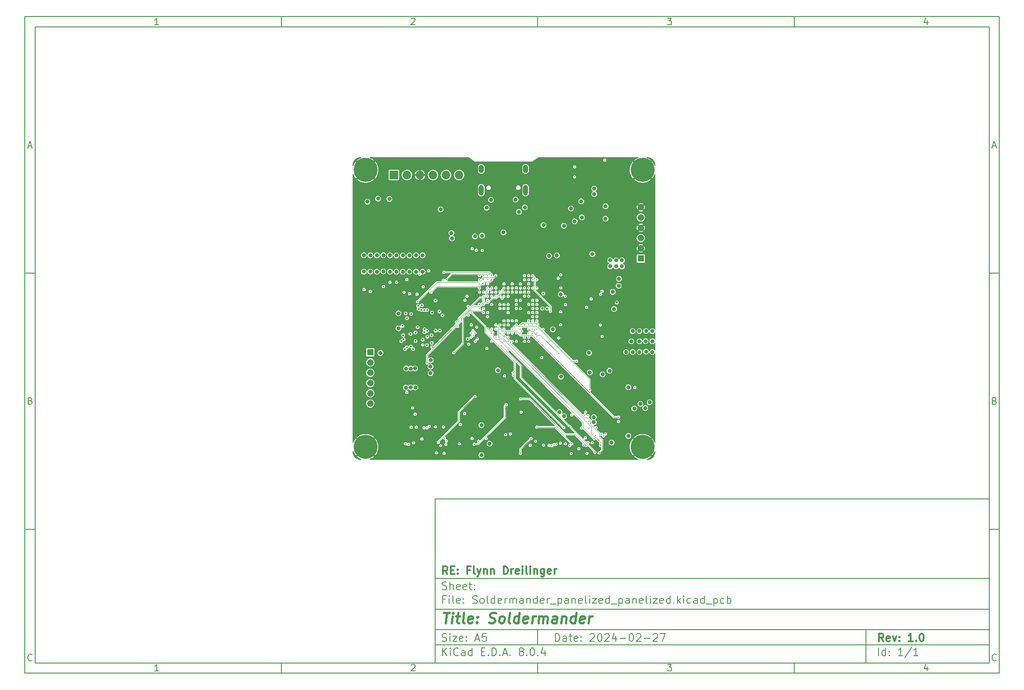
<source format=gbr>
%TF.GenerationSoftware,KiCad,Pcbnew,8.0.4*%
%TF.CreationDate,2024-07-26T00:04:38-07:00*%
%TF.ProjectId,Soldermander_panelized_panelized,536f6c64-6572-46d6-916e-6465725f7061,1.0*%
%TF.SameCoordinates,Original*%
%TF.FileFunction,Copper,L5,Inr*%
%TF.FilePolarity,Positive*%
%FSLAX46Y46*%
G04 Gerber Fmt 4.6, Leading zero omitted, Abs format (unit mm)*
G04 Created by KiCad (PCBNEW 8.0.4) date 2024-07-26 00:04:38*
%MOMM*%
%LPD*%
G01*
G04 APERTURE LIST*
%ADD10C,0.100000*%
%ADD11C,0.150000*%
%ADD12C,0.300000*%
%ADD13C,0.400000*%
%TA.AperFunction,ComponentPad*%
%ADD14C,4.700000*%
%TD*%
%TA.AperFunction,ComponentPad*%
%ADD15R,1.308000X1.308000*%
%TD*%
%TA.AperFunction,ComponentPad*%
%ADD16C,1.308000*%
%TD*%
%TA.AperFunction,ComponentPad*%
%ADD17O,1.000000X2.100000*%
%TD*%
%TA.AperFunction,ComponentPad*%
%ADD18O,1.000000X1.600000*%
%TD*%
%TA.AperFunction,ComponentPad*%
%ADD19R,1.700000X1.700000*%
%TD*%
%TA.AperFunction,ComponentPad*%
%ADD20O,1.700000X1.700000*%
%TD*%
%TA.AperFunction,ViaPad*%
%ADD21C,0.300000*%
%TD*%
%TA.AperFunction,ViaPad*%
%ADD22C,0.400000*%
%TD*%
%TA.AperFunction,ViaPad*%
%ADD23C,0.800000*%
%TD*%
%TA.AperFunction,ViaPad*%
%ADD24C,0.500000*%
%TD*%
%TA.AperFunction,ViaPad*%
%ADD25C,0.406400*%
%TD*%
%TA.AperFunction,Conductor*%
%ADD26C,0.090000*%
%TD*%
G04 APERTURE END LIST*
D10*
D11*
X90007200Y-104005800D02*
X198007200Y-104005800D01*
X198007200Y-136005800D01*
X90007200Y-136005800D01*
X90007200Y-104005800D01*
D10*
D11*
X10000000Y-10000000D02*
X200007200Y-10000000D01*
X200007200Y-138005800D01*
X10000000Y-138005800D01*
X10000000Y-10000000D01*
D10*
D11*
X12000000Y-12000000D02*
X198007200Y-12000000D01*
X198007200Y-136005800D01*
X12000000Y-136005800D01*
X12000000Y-12000000D01*
D10*
D11*
X60000000Y-12000000D02*
X60000000Y-10000000D01*
D10*
D11*
X110000000Y-12000000D02*
X110000000Y-10000000D01*
D10*
D11*
X160000000Y-12000000D02*
X160000000Y-10000000D01*
D10*
D11*
X36089160Y-11593604D02*
X35346303Y-11593604D01*
X35717731Y-11593604D02*
X35717731Y-10293604D01*
X35717731Y-10293604D02*
X35593922Y-10479319D01*
X35593922Y-10479319D02*
X35470112Y-10603128D01*
X35470112Y-10603128D02*
X35346303Y-10665033D01*
D10*
D11*
X85346303Y-10417414D02*
X85408207Y-10355509D01*
X85408207Y-10355509D02*
X85532017Y-10293604D01*
X85532017Y-10293604D02*
X85841541Y-10293604D01*
X85841541Y-10293604D02*
X85965350Y-10355509D01*
X85965350Y-10355509D02*
X86027255Y-10417414D01*
X86027255Y-10417414D02*
X86089160Y-10541223D01*
X86089160Y-10541223D02*
X86089160Y-10665033D01*
X86089160Y-10665033D02*
X86027255Y-10850747D01*
X86027255Y-10850747D02*
X85284398Y-11593604D01*
X85284398Y-11593604D02*
X86089160Y-11593604D01*
D10*
D11*
X135284398Y-10293604D02*
X136089160Y-10293604D01*
X136089160Y-10293604D02*
X135655826Y-10788842D01*
X135655826Y-10788842D02*
X135841541Y-10788842D01*
X135841541Y-10788842D02*
X135965350Y-10850747D01*
X135965350Y-10850747D02*
X136027255Y-10912652D01*
X136027255Y-10912652D02*
X136089160Y-11036461D01*
X136089160Y-11036461D02*
X136089160Y-11345985D01*
X136089160Y-11345985D02*
X136027255Y-11469795D01*
X136027255Y-11469795D02*
X135965350Y-11531700D01*
X135965350Y-11531700D02*
X135841541Y-11593604D01*
X135841541Y-11593604D02*
X135470112Y-11593604D01*
X135470112Y-11593604D02*
X135346303Y-11531700D01*
X135346303Y-11531700D02*
X135284398Y-11469795D01*
D10*
D11*
X185965350Y-10726938D02*
X185965350Y-11593604D01*
X185655826Y-10231700D02*
X185346303Y-11160271D01*
X185346303Y-11160271D02*
X186151064Y-11160271D01*
D10*
D11*
X60000000Y-136005800D02*
X60000000Y-138005800D01*
D10*
D11*
X110000000Y-136005800D02*
X110000000Y-138005800D01*
D10*
D11*
X160000000Y-136005800D02*
X160000000Y-138005800D01*
D10*
D11*
X36089160Y-137599404D02*
X35346303Y-137599404D01*
X35717731Y-137599404D02*
X35717731Y-136299404D01*
X35717731Y-136299404D02*
X35593922Y-136485119D01*
X35593922Y-136485119D02*
X35470112Y-136608928D01*
X35470112Y-136608928D02*
X35346303Y-136670833D01*
D10*
D11*
X85346303Y-136423214D02*
X85408207Y-136361309D01*
X85408207Y-136361309D02*
X85532017Y-136299404D01*
X85532017Y-136299404D02*
X85841541Y-136299404D01*
X85841541Y-136299404D02*
X85965350Y-136361309D01*
X85965350Y-136361309D02*
X86027255Y-136423214D01*
X86027255Y-136423214D02*
X86089160Y-136547023D01*
X86089160Y-136547023D02*
X86089160Y-136670833D01*
X86089160Y-136670833D02*
X86027255Y-136856547D01*
X86027255Y-136856547D02*
X85284398Y-137599404D01*
X85284398Y-137599404D02*
X86089160Y-137599404D01*
D10*
D11*
X135284398Y-136299404D02*
X136089160Y-136299404D01*
X136089160Y-136299404D02*
X135655826Y-136794642D01*
X135655826Y-136794642D02*
X135841541Y-136794642D01*
X135841541Y-136794642D02*
X135965350Y-136856547D01*
X135965350Y-136856547D02*
X136027255Y-136918452D01*
X136027255Y-136918452D02*
X136089160Y-137042261D01*
X136089160Y-137042261D02*
X136089160Y-137351785D01*
X136089160Y-137351785D02*
X136027255Y-137475595D01*
X136027255Y-137475595D02*
X135965350Y-137537500D01*
X135965350Y-137537500D02*
X135841541Y-137599404D01*
X135841541Y-137599404D02*
X135470112Y-137599404D01*
X135470112Y-137599404D02*
X135346303Y-137537500D01*
X135346303Y-137537500D02*
X135284398Y-137475595D01*
D10*
D11*
X185965350Y-136732738D02*
X185965350Y-137599404D01*
X185655826Y-136237500D02*
X185346303Y-137166071D01*
X185346303Y-137166071D02*
X186151064Y-137166071D01*
D10*
D11*
X10000000Y-60000000D02*
X12000000Y-60000000D01*
D10*
D11*
X10000000Y-110000000D02*
X12000000Y-110000000D01*
D10*
D11*
X10690476Y-35222176D02*
X11309523Y-35222176D01*
X10566666Y-35593604D02*
X10999999Y-34293604D01*
X10999999Y-34293604D02*
X11433333Y-35593604D01*
D10*
D11*
X11092857Y-84912652D02*
X11278571Y-84974557D01*
X11278571Y-84974557D02*
X11340476Y-85036461D01*
X11340476Y-85036461D02*
X11402380Y-85160271D01*
X11402380Y-85160271D02*
X11402380Y-85345985D01*
X11402380Y-85345985D02*
X11340476Y-85469795D01*
X11340476Y-85469795D02*
X11278571Y-85531700D01*
X11278571Y-85531700D02*
X11154761Y-85593604D01*
X11154761Y-85593604D02*
X10659523Y-85593604D01*
X10659523Y-85593604D02*
X10659523Y-84293604D01*
X10659523Y-84293604D02*
X11092857Y-84293604D01*
X11092857Y-84293604D02*
X11216666Y-84355509D01*
X11216666Y-84355509D02*
X11278571Y-84417414D01*
X11278571Y-84417414D02*
X11340476Y-84541223D01*
X11340476Y-84541223D02*
X11340476Y-84665033D01*
X11340476Y-84665033D02*
X11278571Y-84788842D01*
X11278571Y-84788842D02*
X11216666Y-84850747D01*
X11216666Y-84850747D02*
X11092857Y-84912652D01*
X11092857Y-84912652D02*
X10659523Y-84912652D01*
D10*
D11*
X11402380Y-135469795D02*
X11340476Y-135531700D01*
X11340476Y-135531700D02*
X11154761Y-135593604D01*
X11154761Y-135593604D02*
X11030952Y-135593604D01*
X11030952Y-135593604D02*
X10845238Y-135531700D01*
X10845238Y-135531700D02*
X10721428Y-135407890D01*
X10721428Y-135407890D02*
X10659523Y-135284080D01*
X10659523Y-135284080D02*
X10597619Y-135036461D01*
X10597619Y-135036461D02*
X10597619Y-134850747D01*
X10597619Y-134850747D02*
X10659523Y-134603128D01*
X10659523Y-134603128D02*
X10721428Y-134479319D01*
X10721428Y-134479319D02*
X10845238Y-134355509D01*
X10845238Y-134355509D02*
X11030952Y-134293604D01*
X11030952Y-134293604D02*
X11154761Y-134293604D01*
X11154761Y-134293604D02*
X11340476Y-134355509D01*
X11340476Y-134355509D02*
X11402380Y-134417414D01*
D10*
D11*
X200007200Y-60000000D02*
X198007200Y-60000000D01*
D10*
D11*
X200007200Y-110000000D02*
X198007200Y-110000000D01*
D10*
D11*
X198697676Y-35222176D02*
X199316723Y-35222176D01*
X198573866Y-35593604D02*
X199007199Y-34293604D01*
X199007199Y-34293604D02*
X199440533Y-35593604D01*
D10*
D11*
X199100057Y-84912652D02*
X199285771Y-84974557D01*
X199285771Y-84974557D02*
X199347676Y-85036461D01*
X199347676Y-85036461D02*
X199409580Y-85160271D01*
X199409580Y-85160271D02*
X199409580Y-85345985D01*
X199409580Y-85345985D02*
X199347676Y-85469795D01*
X199347676Y-85469795D02*
X199285771Y-85531700D01*
X199285771Y-85531700D02*
X199161961Y-85593604D01*
X199161961Y-85593604D02*
X198666723Y-85593604D01*
X198666723Y-85593604D02*
X198666723Y-84293604D01*
X198666723Y-84293604D02*
X199100057Y-84293604D01*
X199100057Y-84293604D02*
X199223866Y-84355509D01*
X199223866Y-84355509D02*
X199285771Y-84417414D01*
X199285771Y-84417414D02*
X199347676Y-84541223D01*
X199347676Y-84541223D02*
X199347676Y-84665033D01*
X199347676Y-84665033D02*
X199285771Y-84788842D01*
X199285771Y-84788842D02*
X199223866Y-84850747D01*
X199223866Y-84850747D02*
X199100057Y-84912652D01*
X199100057Y-84912652D02*
X198666723Y-84912652D01*
D10*
D11*
X199409580Y-135469795D02*
X199347676Y-135531700D01*
X199347676Y-135531700D02*
X199161961Y-135593604D01*
X199161961Y-135593604D02*
X199038152Y-135593604D01*
X199038152Y-135593604D02*
X198852438Y-135531700D01*
X198852438Y-135531700D02*
X198728628Y-135407890D01*
X198728628Y-135407890D02*
X198666723Y-135284080D01*
X198666723Y-135284080D02*
X198604819Y-135036461D01*
X198604819Y-135036461D02*
X198604819Y-134850747D01*
X198604819Y-134850747D02*
X198666723Y-134603128D01*
X198666723Y-134603128D02*
X198728628Y-134479319D01*
X198728628Y-134479319D02*
X198852438Y-134355509D01*
X198852438Y-134355509D02*
X199038152Y-134293604D01*
X199038152Y-134293604D02*
X199161961Y-134293604D01*
X199161961Y-134293604D02*
X199347676Y-134355509D01*
X199347676Y-134355509D02*
X199409580Y-134417414D01*
D10*
D11*
X113463026Y-131791928D02*
X113463026Y-130291928D01*
X113463026Y-130291928D02*
X113820169Y-130291928D01*
X113820169Y-130291928D02*
X114034455Y-130363357D01*
X114034455Y-130363357D02*
X114177312Y-130506214D01*
X114177312Y-130506214D02*
X114248741Y-130649071D01*
X114248741Y-130649071D02*
X114320169Y-130934785D01*
X114320169Y-130934785D02*
X114320169Y-131149071D01*
X114320169Y-131149071D02*
X114248741Y-131434785D01*
X114248741Y-131434785D02*
X114177312Y-131577642D01*
X114177312Y-131577642D02*
X114034455Y-131720500D01*
X114034455Y-131720500D02*
X113820169Y-131791928D01*
X113820169Y-131791928D02*
X113463026Y-131791928D01*
X115605884Y-131791928D02*
X115605884Y-131006214D01*
X115605884Y-131006214D02*
X115534455Y-130863357D01*
X115534455Y-130863357D02*
X115391598Y-130791928D01*
X115391598Y-130791928D02*
X115105884Y-130791928D01*
X115105884Y-130791928D02*
X114963026Y-130863357D01*
X115605884Y-131720500D02*
X115463026Y-131791928D01*
X115463026Y-131791928D02*
X115105884Y-131791928D01*
X115105884Y-131791928D02*
X114963026Y-131720500D01*
X114963026Y-131720500D02*
X114891598Y-131577642D01*
X114891598Y-131577642D02*
X114891598Y-131434785D01*
X114891598Y-131434785D02*
X114963026Y-131291928D01*
X114963026Y-131291928D02*
X115105884Y-131220500D01*
X115105884Y-131220500D02*
X115463026Y-131220500D01*
X115463026Y-131220500D02*
X115605884Y-131149071D01*
X116105884Y-130791928D02*
X116677312Y-130791928D01*
X116320169Y-130291928D02*
X116320169Y-131577642D01*
X116320169Y-131577642D02*
X116391598Y-131720500D01*
X116391598Y-131720500D02*
X116534455Y-131791928D01*
X116534455Y-131791928D02*
X116677312Y-131791928D01*
X117748741Y-131720500D02*
X117605884Y-131791928D01*
X117605884Y-131791928D02*
X117320170Y-131791928D01*
X117320170Y-131791928D02*
X117177312Y-131720500D01*
X117177312Y-131720500D02*
X117105884Y-131577642D01*
X117105884Y-131577642D02*
X117105884Y-131006214D01*
X117105884Y-131006214D02*
X117177312Y-130863357D01*
X117177312Y-130863357D02*
X117320170Y-130791928D01*
X117320170Y-130791928D02*
X117605884Y-130791928D01*
X117605884Y-130791928D02*
X117748741Y-130863357D01*
X117748741Y-130863357D02*
X117820170Y-131006214D01*
X117820170Y-131006214D02*
X117820170Y-131149071D01*
X117820170Y-131149071D02*
X117105884Y-131291928D01*
X118463026Y-131649071D02*
X118534455Y-131720500D01*
X118534455Y-131720500D02*
X118463026Y-131791928D01*
X118463026Y-131791928D02*
X118391598Y-131720500D01*
X118391598Y-131720500D02*
X118463026Y-131649071D01*
X118463026Y-131649071D02*
X118463026Y-131791928D01*
X118463026Y-130863357D02*
X118534455Y-130934785D01*
X118534455Y-130934785D02*
X118463026Y-131006214D01*
X118463026Y-131006214D02*
X118391598Y-130934785D01*
X118391598Y-130934785D02*
X118463026Y-130863357D01*
X118463026Y-130863357D02*
X118463026Y-131006214D01*
X120248741Y-130434785D02*
X120320169Y-130363357D01*
X120320169Y-130363357D02*
X120463027Y-130291928D01*
X120463027Y-130291928D02*
X120820169Y-130291928D01*
X120820169Y-130291928D02*
X120963027Y-130363357D01*
X120963027Y-130363357D02*
X121034455Y-130434785D01*
X121034455Y-130434785D02*
X121105884Y-130577642D01*
X121105884Y-130577642D02*
X121105884Y-130720500D01*
X121105884Y-130720500D02*
X121034455Y-130934785D01*
X121034455Y-130934785D02*
X120177312Y-131791928D01*
X120177312Y-131791928D02*
X121105884Y-131791928D01*
X122034455Y-130291928D02*
X122177312Y-130291928D01*
X122177312Y-130291928D02*
X122320169Y-130363357D01*
X122320169Y-130363357D02*
X122391598Y-130434785D01*
X122391598Y-130434785D02*
X122463026Y-130577642D01*
X122463026Y-130577642D02*
X122534455Y-130863357D01*
X122534455Y-130863357D02*
X122534455Y-131220500D01*
X122534455Y-131220500D02*
X122463026Y-131506214D01*
X122463026Y-131506214D02*
X122391598Y-131649071D01*
X122391598Y-131649071D02*
X122320169Y-131720500D01*
X122320169Y-131720500D02*
X122177312Y-131791928D01*
X122177312Y-131791928D02*
X122034455Y-131791928D01*
X122034455Y-131791928D02*
X121891598Y-131720500D01*
X121891598Y-131720500D02*
X121820169Y-131649071D01*
X121820169Y-131649071D02*
X121748740Y-131506214D01*
X121748740Y-131506214D02*
X121677312Y-131220500D01*
X121677312Y-131220500D02*
X121677312Y-130863357D01*
X121677312Y-130863357D02*
X121748740Y-130577642D01*
X121748740Y-130577642D02*
X121820169Y-130434785D01*
X121820169Y-130434785D02*
X121891598Y-130363357D01*
X121891598Y-130363357D02*
X122034455Y-130291928D01*
X123105883Y-130434785D02*
X123177311Y-130363357D01*
X123177311Y-130363357D02*
X123320169Y-130291928D01*
X123320169Y-130291928D02*
X123677311Y-130291928D01*
X123677311Y-130291928D02*
X123820169Y-130363357D01*
X123820169Y-130363357D02*
X123891597Y-130434785D01*
X123891597Y-130434785D02*
X123963026Y-130577642D01*
X123963026Y-130577642D02*
X123963026Y-130720500D01*
X123963026Y-130720500D02*
X123891597Y-130934785D01*
X123891597Y-130934785D02*
X123034454Y-131791928D01*
X123034454Y-131791928D02*
X123963026Y-131791928D01*
X125248740Y-130791928D02*
X125248740Y-131791928D01*
X124891597Y-130220500D02*
X124534454Y-131291928D01*
X124534454Y-131291928D02*
X125463025Y-131291928D01*
X126034453Y-131220500D02*
X127177311Y-131220500D01*
X128177311Y-130291928D02*
X128320168Y-130291928D01*
X128320168Y-130291928D02*
X128463025Y-130363357D01*
X128463025Y-130363357D02*
X128534454Y-130434785D01*
X128534454Y-130434785D02*
X128605882Y-130577642D01*
X128605882Y-130577642D02*
X128677311Y-130863357D01*
X128677311Y-130863357D02*
X128677311Y-131220500D01*
X128677311Y-131220500D02*
X128605882Y-131506214D01*
X128605882Y-131506214D02*
X128534454Y-131649071D01*
X128534454Y-131649071D02*
X128463025Y-131720500D01*
X128463025Y-131720500D02*
X128320168Y-131791928D01*
X128320168Y-131791928D02*
X128177311Y-131791928D01*
X128177311Y-131791928D02*
X128034454Y-131720500D01*
X128034454Y-131720500D02*
X127963025Y-131649071D01*
X127963025Y-131649071D02*
X127891596Y-131506214D01*
X127891596Y-131506214D02*
X127820168Y-131220500D01*
X127820168Y-131220500D02*
X127820168Y-130863357D01*
X127820168Y-130863357D02*
X127891596Y-130577642D01*
X127891596Y-130577642D02*
X127963025Y-130434785D01*
X127963025Y-130434785D02*
X128034454Y-130363357D01*
X128034454Y-130363357D02*
X128177311Y-130291928D01*
X129248739Y-130434785D02*
X129320167Y-130363357D01*
X129320167Y-130363357D02*
X129463025Y-130291928D01*
X129463025Y-130291928D02*
X129820167Y-130291928D01*
X129820167Y-130291928D02*
X129963025Y-130363357D01*
X129963025Y-130363357D02*
X130034453Y-130434785D01*
X130034453Y-130434785D02*
X130105882Y-130577642D01*
X130105882Y-130577642D02*
X130105882Y-130720500D01*
X130105882Y-130720500D02*
X130034453Y-130934785D01*
X130034453Y-130934785D02*
X129177310Y-131791928D01*
X129177310Y-131791928D02*
X130105882Y-131791928D01*
X130748738Y-131220500D02*
X131891596Y-131220500D01*
X132534453Y-130434785D02*
X132605881Y-130363357D01*
X132605881Y-130363357D02*
X132748739Y-130291928D01*
X132748739Y-130291928D02*
X133105881Y-130291928D01*
X133105881Y-130291928D02*
X133248739Y-130363357D01*
X133248739Y-130363357D02*
X133320167Y-130434785D01*
X133320167Y-130434785D02*
X133391596Y-130577642D01*
X133391596Y-130577642D02*
X133391596Y-130720500D01*
X133391596Y-130720500D02*
X133320167Y-130934785D01*
X133320167Y-130934785D02*
X132463024Y-131791928D01*
X132463024Y-131791928D02*
X133391596Y-131791928D01*
X133891595Y-130291928D02*
X134891595Y-130291928D01*
X134891595Y-130291928D02*
X134248738Y-131791928D01*
D10*
D11*
X90007200Y-132505800D02*
X198007200Y-132505800D01*
D10*
D11*
X91463026Y-134591928D02*
X91463026Y-133091928D01*
X92320169Y-134591928D02*
X91677312Y-133734785D01*
X92320169Y-133091928D02*
X91463026Y-133949071D01*
X92963026Y-134591928D02*
X92963026Y-133591928D01*
X92963026Y-133091928D02*
X92891598Y-133163357D01*
X92891598Y-133163357D02*
X92963026Y-133234785D01*
X92963026Y-133234785D02*
X93034455Y-133163357D01*
X93034455Y-133163357D02*
X92963026Y-133091928D01*
X92963026Y-133091928D02*
X92963026Y-133234785D01*
X94534455Y-134449071D02*
X94463027Y-134520500D01*
X94463027Y-134520500D02*
X94248741Y-134591928D01*
X94248741Y-134591928D02*
X94105884Y-134591928D01*
X94105884Y-134591928D02*
X93891598Y-134520500D01*
X93891598Y-134520500D02*
X93748741Y-134377642D01*
X93748741Y-134377642D02*
X93677312Y-134234785D01*
X93677312Y-134234785D02*
X93605884Y-133949071D01*
X93605884Y-133949071D02*
X93605884Y-133734785D01*
X93605884Y-133734785D02*
X93677312Y-133449071D01*
X93677312Y-133449071D02*
X93748741Y-133306214D01*
X93748741Y-133306214D02*
X93891598Y-133163357D01*
X93891598Y-133163357D02*
X94105884Y-133091928D01*
X94105884Y-133091928D02*
X94248741Y-133091928D01*
X94248741Y-133091928D02*
X94463027Y-133163357D01*
X94463027Y-133163357D02*
X94534455Y-133234785D01*
X95820170Y-134591928D02*
X95820170Y-133806214D01*
X95820170Y-133806214D02*
X95748741Y-133663357D01*
X95748741Y-133663357D02*
X95605884Y-133591928D01*
X95605884Y-133591928D02*
X95320170Y-133591928D01*
X95320170Y-133591928D02*
X95177312Y-133663357D01*
X95820170Y-134520500D02*
X95677312Y-134591928D01*
X95677312Y-134591928D02*
X95320170Y-134591928D01*
X95320170Y-134591928D02*
X95177312Y-134520500D01*
X95177312Y-134520500D02*
X95105884Y-134377642D01*
X95105884Y-134377642D02*
X95105884Y-134234785D01*
X95105884Y-134234785D02*
X95177312Y-134091928D01*
X95177312Y-134091928D02*
X95320170Y-134020500D01*
X95320170Y-134020500D02*
X95677312Y-134020500D01*
X95677312Y-134020500D02*
X95820170Y-133949071D01*
X97177313Y-134591928D02*
X97177313Y-133091928D01*
X97177313Y-134520500D02*
X97034455Y-134591928D01*
X97034455Y-134591928D02*
X96748741Y-134591928D01*
X96748741Y-134591928D02*
X96605884Y-134520500D01*
X96605884Y-134520500D02*
X96534455Y-134449071D01*
X96534455Y-134449071D02*
X96463027Y-134306214D01*
X96463027Y-134306214D02*
X96463027Y-133877642D01*
X96463027Y-133877642D02*
X96534455Y-133734785D01*
X96534455Y-133734785D02*
X96605884Y-133663357D01*
X96605884Y-133663357D02*
X96748741Y-133591928D01*
X96748741Y-133591928D02*
X97034455Y-133591928D01*
X97034455Y-133591928D02*
X97177313Y-133663357D01*
X99034455Y-133806214D02*
X99534455Y-133806214D01*
X99748741Y-134591928D02*
X99034455Y-134591928D01*
X99034455Y-134591928D02*
X99034455Y-133091928D01*
X99034455Y-133091928D02*
X99748741Y-133091928D01*
X100391598Y-134449071D02*
X100463027Y-134520500D01*
X100463027Y-134520500D02*
X100391598Y-134591928D01*
X100391598Y-134591928D02*
X100320170Y-134520500D01*
X100320170Y-134520500D02*
X100391598Y-134449071D01*
X100391598Y-134449071D02*
X100391598Y-134591928D01*
X101105884Y-134591928D02*
X101105884Y-133091928D01*
X101105884Y-133091928D02*
X101463027Y-133091928D01*
X101463027Y-133091928D02*
X101677313Y-133163357D01*
X101677313Y-133163357D02*
X101820170Y-133306214D01*
X101820170Y-133306214D02*
X101891599Y-133449071D01*
X101891599Y-133449071D02*
X101963027Y-133734785D01*
X101963027Y-133734785D02*
X101963027Y-133949071D01*
X101963027Y-133949071D02*
X101891599Y-134234785D01*
X101891599Y-134234785D02*
X101820170Y-134377642D01*
X101820170Y-134377642D02*
X101677313Y-134520500D01*
X101677313Y-134520500D02*
X101463027Y-134591928D01*
X101463027Y-134591928D02*
X101105884Y-134591928D01*
X102605884Y-134449071D02*
X102677313Y-134520500D01*
X102677313Y-134520500D02*
X102605884Y-134591928D01*
X102605884Y-134591928D02*
X102534456Y-134520500D01*
X102534456Y-134520500D02*
X102605884Y-134449071D01*
X102605884Y-134449071D02*
X102605884Y-134591928D01*
X103248742Y-134163357D02*
X103963028Y-134163357D01*
X103105885Y-134591928D02*
X103605885Y-133091928D01*
X103605885Y-133091928D02*
X104105885Y-134591928D01*
X104605884Y-134449071D02*
X104677313Y-134520500D01*
X104677313Y-134520500D02*
X104605884Y-134591928D01*
X104605884Y-134591928D02*
X104534456Y-134520500D01*
X104534456Y-134520500D02*
X104605884Y-134449071D01*
X104605884Y-134449071D02*
X104605884Y-134591928D01*
X106677313Y-133734785D02*
X106534456Y-133663357D01*
X106534456Y-133663357D02*
X106463027Y-133591928D01*
X106463027Y-133591928D02*
X106391599Y-133449071D01*
X106391599Y-133449071D02*
X106391599Y-133377642D01*
X106391599Y-133377642D02*
X106463027Y-133234785D01*
X106463027Y-133234785D02*
X106534456Y-133163357D01*
X106534456Y-133163357D02*
X106677313Y-133091928D01*
X106677313Y-133091928D02*
X106963027Y-133091928D01*
X106963027Y-133091928D02*
X107105885Y-133163357D01*
X107105885Y-133163357D02*
X107177313Y-133234785D01*
X107177313Y-133234785D02*
X107248742Y-133377642D01*
X107248742Y-133377642D02*
X107248742Y-133449071D01*
X107248742Y-133449071D02*
X107177313Y-133591928D01*
X107177313Y-133591928D02*
X107105885Y-133663357D01*
X107105885Y-133663357D02*
X106963027Y-133734785D01*
X106963027Y-133734785D02*
X106677313Y-133734785D01*
X106677313Y-133734785D02*
X106534456Y-133806214D01*
X106534456Y-133806214D02*
X106463027Y-133877642D01*
X106463027Y-133877642D02*
X106391599Y-134020500D01*
X106391599Y-134020500D02*
X106391599Y-134306214D01*
X106391599Y-134306214D02*
X106463027Y-134449071D01*
X106463027Y-134449071D02*
X106534456Y-134520500D01*
X106534456Y-134520500D02*
X106677313Y-134591928D01*
X106677313Y-134591928D02*
X106963027Y-134591928D01*
X106963027Y-134591928D02*
X107105885Y-134520500D01*
X107105885Y-134520500D02*
X107177313Y-134449071D01*
X107177313Y-134449071D02*
X107248742Y-134306214D01*
X107248742Y-134306214D02*
X107248742Y-134020500D01*
X107248742Y-134020500D02*
X107177313Y-133877642D01*
X107177313Y-133877642D02*
X107105885Y-133806214D01*
X107105885Y-133806214D02*
X106963027Y-133734785D01*
X107891598Y-134449071D02*
X107963027Y-134520500D01*
X107963027Y-134520500D02*
X107891598Y-134591928D01*
X107891598Y-134591928D02*
X107820170Y-134520500D01*
X107820170Y-134520500D02*
X107891598Y-134449071D01*
X107891598Y-134449071D02*
X107891598Y-134591928D01*
X108891599Y-133091928D02*
X109034456Y-133091928D01*
X109034456Y-133091928D02*
X109177313Y-133163357D01*
X109177313Y-133163357D02*
X109248742Y-133234785D01*
X109248742Y-133234785D02*
X109320170Y-133377642D01*
X109320170Y-133377642D02*
X109391599Y-133663357D01*
X109391599Y-133663357D02*
X109391599Y-134020500D01*
X109391599Y-134020500D02*
X109320170Y-134306214D01*
X109320170Y-134306214D02*
X109248742Y-134449071D01*
X109248742Y-134449071D02*
X109177313Y-134520500D01*
X109177313Y-134520500D02*
X109034456Y-134591928D01*
X109034456Y-134591928D02*
X108891599Y-134591928D01*
X108891599Y-134591928D02*
X108748742Y-134520500D01*
X108748742Y-134520500D02*
X108677313Y-134449071D01*
X108677313Y-134449071D02*
X108605884Y-134306214D01*
X108605884Y-134306214D02*
X108534456Y-134020500D01*
X108534456Y-134020500D02*
X108534456Y-133663357D01*
X108534456Y-133663357D02*
X108605884Y-133377642D01*
X108605884Y-133377642D02*
X108677313Y-133234785D01*
X108677313Y-133234785D02*
X108748742Y-133163357D01*
X108748742Y-133163357D02*
X108891599Y-133091928D01*
X110034455Y-134449071D02*
X110105884Y-134520500D01*
X110105884Y-134520500D02*
X110034455Y-134591928D01*
X110034455Y-134591928D02*
X109963027Y-134520500D01*
X109963027Y-134520500D02*
X110034455Y-134449071D01*
X110034455Y-134449071D02*
X110034455Y-134591928D01*
X111391599Y-133591928D02*
X111391599Y-134591928D01*
X111034456Y-133020500D02*
X110677313Y-134091928D01*
X110677313Y-134091928D02*
X111605884Y-134091928D01*
D10*
D11*
X90007200Y-129505800D02*
X198007200Y-129505800D01*
D10*
D12*
X177418853Y-131784128D02*
X176918853Y-131069842D01*
X176561710Y-131784128D02*
X176561710Y-130284128D01*
X176561710Y-130284128D02*
X177133139Y-130284128D01*
X177133139Y-130284128D02*
X177275996Y-130355557D01*
X177275996Y-130355557D02*
X177347425Y-130426985D01*
X177347425Y-130426985D02*
X177418853Y-130569842D01*
X177418853Y-130569842D02*
X177418853Y-130784128D01*
X177418853Y-130784128D02*
X177347425Y-130926985D01*
X177347425Y-130926985D02*
X177275996Y-130998414D01*
X177275996Y-130998414D02*
X177133139Y-131069842D01*
X177133139Y-131069842D02*
X176561710Y-131069842D01*
X178633139Y-131712700D02*
X178490282Y-131784128D01*
X178490282Y-131784128D02*
X178204568Y-131784128D01*
X178204568Y-131784128D02*
X178061710Y-131712700D01*
X178061710Y-131712700D02*
X177990282Y-131569842D01*
X177990282Y-131569842D02*
X177990282Y-130998414D01*
X177990282Y-130998414D02*
X178061710Y-130855557D01*
X178061710Y-130855557D02*
X178204568Y-130784128D01*
X178204568Y-130784128D02*
X178490282Y-130784128D01*
X178490282Y-130784128D02*
X178633139Y-130855557D01*
X178633139Y-130855557D02*
X178704568Y-130998414D01*
X178704568Y-130998414D02*
X178704568Y-131141271D01*
X178704568Y-131141271D02*
X177990282Y-131284128D01*
X179204567Y-130784128D02*
X179561710Y-131784128D01*
X179561710Y-131784128D02*
X179918853Y-130784128D01*
X180490281Y-131641271D02*
X180561710Y-131712700D01*
X180561710Y-131712700D02*
X180490281Y-131784128D01*
X180490281Y-131784128D02*
X180418853Y-131712700D01*
X180418853Y-131712700D02*
X180490281Y-131641271D01*
X180490281Y-131641271D02*
X180490281Y-131784128D01*
X180490281Y-130855557D02*
X180561710Y-130926985D01*
X180561710Y-130926985D02*
X180490281Y-130998414D01*
X180490281Y-130998414D02*
X180418853Y-130926985D01*
X180418853Y-130926985D02*
X180490281Y-130855557D01*
X180490281Y-130855557D02*
X180490281Y-130998414D01*
X183133139Y-131784128D02*
X182275996Y-131784128D01*
X182704567Y-131784128D02*
X182704567Y-130284128D01*
X182704567Y-130284128D02*
X182561710Y-130498414D01*
X182561710Y-130498414D02*
X182418853Y-130641271D01*
X182418853Y-130641271D02*
X182275996Y-130712700D01*
X183775995Y-131641271D02*
X183847424Y-131712700D01*
X183847424Y-131712700D02*
X183775995Y-131784128D01*
X183775995Y-131784128D02*
X183704567Y-131712700D01*
X183704567Y-131712700D02*
X183775995Y-131641271D01*
X183775995Y-131641271D02*
X183775995Y-131784128D01*
X184775996Y-130284128D02*
X184918853Y-130284128D01*
X184918853Y-130284128D02*
X185061710Y-130355557D01*
X185061710Y-130355557D02*
X185133139Y-130426985D01*
X185133139Y-130426985D02*
X185204567Y-130569842D01*
X185204567Y-130569842D02*
X185275996Y-130855557D01*
X185275996Y-130855557D02*
X185275996Y-131212700D01*
X185275996Y-131212700D02*
X185204567Y-131498414D01*
X185204567Y-131498414D02*
X185133139Y-131641271D01*
X185133139Y-131641271D02*
X185061710Y-131712700D01*
X185061710Y-131712700D02*
X184918853Y-131784128D01*
X184918853Y-131784128D02*
X184775996Y-131784128D01*
X184775996Y-131784128D02*
X184633139Y-131712700D01*
X184633139Y-131712700D02*
X184561710Y-131641271D01*
X184561710Y-131641271D02*
X184490281Y-131498414D01*
X184490281Y-131498414D02*
X184418853Y-131212700D01*
X184418853Y-131212700D02*
X184418853Y-130855557D01*
X184418853Y-130855557D02*
X184490281Y-130569842D01*
X184490281Y-130569842D02*
X184561710Y-130426985D01*
X184561710Y-130426985D02*
X184633139Y-130355557D01*
X184633139Y-130355557D02*
X184775996Y-130284128D01*
D10*
D11*
X91391598Y-131720500D02*
X91605884Y-131791928D01*
X91605884Y-131791928D02*
X91963026Y-131791928D01*
X91963026Y-131791928D02*
X92105884Y-131720500D01*
X92105884Y-131720500D02*
X92177312Y-131649071D01*
X92177312Y-131649071D02*
X92248741Y-131506214D01*
X92248741Y-131506214D02*
X92248741Y-131363357D01*
X92248741Y-131363357D02*
X92177312Y-131220500D01*
X92177312Y-131220500D02*
X92105884Y-131149071D01*
X92105884Y-131149071D02*
X91963026Y-131077642D01*
X91963026Y-131077642D02*
X91677312Y-131006214D01*
X91677312Y-131006214D02*
X91534455Y-130934785D01*
X91534455Y-130934785D02*
X91463026Y-130863357D01*
X91463026Y-130863357D02*
X91391598Y-130720500D01*
X91391598Y-130720500D02*
X91391598Y-130577642D01*
X91391598Y-130577642D02*
X91463026Y-130434785D01*
X91463026Y-130434785D02*
X91534455Y-130363357D01*
X91534455Y-130363357D02*
X91677312Y-130291928D01*
X91677312Y-130291928D02*
X92034455Y-130291928D01*
X92034455Y-130291928D02*
X92248741Y-130363357D01*
X92891597Y-131791928D02*
X92891597Y-130791928D01*
X92891597Y-130291928D02*
X92820169Y-130363357D01*
X92820169Y-130363357D02*
X92891597Y-130434785D01*
X92891597Y-130434785D02*
X92963026Y-130363357D01*
X92963026Y-130363357D02*
X92891597Y-130291928D01*
X92891597Y-130291928D02*
X92891597Y-130434785D01*
X93463026Y-130791928D02*
X94248741Y-130791928D01*
X94248741Y-130791928D02*
X93463026Y-131791928D01*
X93463026Y-131791928D02*
X94248741Y-131791928D01*
X95391598Y-131720500D02*
X95248741Y-131791928D01*
X95248741Y-131791928D02*
X94963027Y-131791928D01*
X94963027Y-131791928D02*
X94820169Y-131720500D01*
X94820169Y-131720500D02*
X94748741Y-131577642D01*
X94748741Y-131577642D02*
X94748741Y-131006214D01*
X94748741Y-131006214D02*
X94820169Y-130863357D01*
X94820169Y-130863357D02*
X94963027Y-130791928D01*
X94963027Y-130791928D02*
X95248741Y-130791928D01*
X95248741Y-130791928D02*
X95391598Y-130863357D01*
X95391598Y-130863357D02*
X95463027Y-131006214D01*
X95463027Y-131006214D02*
X95463027Y-131149071D01*
X95463027Y-131149071D02*
X94748741Y-131291928D01*
X96105883Y-131649071D02*
X96177312Y-131720500D01*
X96177312Y-131720500D02*
X96105883Y-131791928D01*
X96105883Y-131791928D02*
X96034455Y-131720500D01*
X96034455Y-131720500D02*
X96105883Y-131649071D01*
X96105883Y-131649071D02*
X96105883Y-131791928D01*
X96105883Y-130863357D02*
X96177312Y-130934785D01*
X96177312Y-130934785D02*
X96105883Y-131006214D01*
X96105883Y-131006214D02*
X96034455Y-130934785D01*
X96034455Y-130934785D02*
X96105883Y-130863357D01*
X96105883Y-130863357D02*
X96105883Y-131006214D01*
X97891598Y-131363357D02*
X98605884Y-131363357D01*
X97748741Y-131791928D02*
X98248741Y-130291928D01*
X98248741Y-130291928D02*
X98748741Y-131791928D01*
X99963026Y-130291928D02*
X99248740Y-130291928D01*
X99248740Y-130291928D02*
X99177312Y-131006214D01*
X99177312Y-131006214D02*
X99248740Y-130934785D01*
X99248740Y-130934785D02*
X99391598Y-130863357D01*
X99391598Y-130863357D02*
X99748740Y-130863357D01*
X99748740Y-130863357D02*
X99891598Y-130934785D01*
X99891598Y-130934785D02*
X99963026Y-131006214D01*
X99963026Y-131006214D02*
X100034455Y-131149071D01*
X100034455Y-131149071D02*
X100034455Y-131506214D01*
X100034455Y-131506214D02*
X99963026Y-131649071D01*
X99963026Y-131649071D02*
X99891598Y-131720500D01*
X99891598Y-131720500D02*
X99748740Y-131791928D01*
X99748740Y-131791928D02*
X99391598Y-131791928D01*
X99391598Y-131791928D02*
X99248740Y-131720500D01*
X99248740Y-131720500D02*
X99177312Y-131649071D01*
D10*
D11*
X176463026Y-134591928D02*
X176463026Y-133091928D01*
X177820170Y-134591928D02*
X177820170Y-133091928D01*
X177820170Y-134520500D02*
X177677312Y-134591928D01*
X177677312Y-134591928D02*
X177391598Y-134591928D01*
X177391598Y-134591928D02*
X177248741Y-134520500D01*
X177248741Y-134520500D02*
X177177312Y-134449071D01*
X177177312Y-134449071D02*
X177105884Y-134306214D01*
X177105884Y-134306214D02*
X177105884Y-133877642D01*
X177105884Y-133877642D02*
X177177312Y-133734785D01*
X177177312Y-133734785D02*
X177248741Y-133663357D01*
X177248741Y-133663357D02*
X177391598Y-133591928D01*
X177391598Y-133591928D02*
X177677312Y-133591928D01*
X177677312Y-133591928D02*
X177820170Y-133663357D01*
X178534455Y-134449071D02*
X178605884Y-134520500D01*
X178605884Y-134520500D02*
X178534455Y-134591928D01*
X178534455Y-134591928D02*
X178463027Y-134520500D01*
X178463027Y-134520500D02*
X178534455Y-134449071D01*
X178534455Y-134449071D02*
X178534455Y-134591928D01*
X178534455Y-133663357D02*
X178605884Y-133734785D01*
X178605884Y-133734785D02*
X178534455Y-133806214D01*
X178534455Y-133806214D02*
X178463027Y-133734785D01*
X178463027Y-133734785D02*
X178534455Y-133663357D01*
X178534455Y-133663357D02*
X178534455Y-133806214D01*
X181177313Y-134591928D02*
X180320170Y-134591928D01*
X180748741Y-134591928D02*
X180748741Y-133091928D01*
X180748741Y-133091928D02*
X180605884Y-133306214D01*
X180605884Y-133306214D02*
X180463027Y-133449071D01*
X180463027Y-133449071D02*
X180320170Y-133520500D01*
X182891598Y-133020500D02*
X181605884Y-134949071D01*
X184177313Y-134591928D02*
X183320170Y-134591928D01*
X183748741Y-134591928D02*
X183748741Y-133091928D01*
X183748741Y-133091928D02*
X183605884Y-133306214D01*
X183605884Y-133306214D02*
X183463027Y-133449071D01*
X183463027Y-133449071D02*
X183320170Y-133520500D01*
D10*
D11*
X90007200Y-125505800D02*
X198007200Y-125505800D01*
D10*
D13*
X91698928Y-126210238D02*
X92841785Y-126210238D01*
X92020357Y-128210238D02*
X92270357Y-126210238D01*
X93258452Y-128210238D02*
X93425119Y-126876904D01*
X93508452Y-126210238D02*
X93401309Y-126305476D01*
X93401309Y-126305476D02*
X93484643Y-126400714D01*
X93484643Y-126400714D02*
X93591786Y-126305476D01*
X93591786Y-126305476D02*
X93508452Y-126210238D01*
X93508452Y-126210238D02*
X93484643Y-126400714D01*
X94091786Y-126876904D02*
X94853690Y-126876904D01*
X94460833Y-126210238D02*
X94246548Y-127924523D01*
X94246548Y-127924523D02*
X94317976Y-128115000D01*
X94317976Y-128115000D02*
X94496548Y-128210238D01*
X94496548Y-128210238D02*
X94687024Y-128210238D01*
X95639405Y-128210238D02*
X95460833Y-128115000D01*
X95460833Y-128115000D02*
X95389405Y-127924523D01*
X95389405Y-127924523D02*
X95603690Y-126210238D01*
X97175119Y-128115000D02*
X96972738Y-128210238D01*
X96972738Y-128210238D02*
X96591785Y-128210238D01*
X96591785Y-128210238D02*
X96413214Y-128115000D01*
X96413214Y-128115000D02*
X96341785Y-127924523D01*
X96341785Y-127924523D02*
X96437024Y-127162619D01*
X96437024Y-127162619D02*
X96556071Y-126972142D01*
X96556071Y-126972142D02*
X96758452Y-126876904D01*
X96758452Y-126876904D02*
X97139404Y-126876904D01*
X97139404Y-126876904D02*
X97317976Y-126972142D01*
X97317976Y-126972142D02*
X97389404Y-127162619D01*
X97389404Y-127162619D02*
X97365595Y-127353095D01*
X97365595Y-127353095D02*
X96389404Y-127543571D01*
X98139405Y-128019761D02*
X98222738Y-128115000D01*
X98222738Y-128115000D02*
X98115595Y-128210238D01*
X98115595Y-128210238D02*
X98032262Y-128115000D01*
X98032262Y-128115000D02*
X98139405Y-128019761D01*
X98139405Y-128019761D02*
X98115595Y-128210238D01*
X98270357Y-126972142D02*
X98353690Y-127067380D01*
X98353690Y-127067380D02*
X98246548Y-127162619D01*
X98246548Y-127162619D02*
X98163214Y-127067380D01*
X98163214Y-127067380D02*
X98270357Y-126972142D01*
X98270357Y-126972142D02*
X98246548Y-127162619D01*
X100508453Y-128115000D02*
X100782262Y-128210238D01*
X100782262Y-128210238D02*
X101258453Y-128210238D01*
X101258453Y-128210238D02*
X101460834Y-128115000D01*
X101460834Y-128115000D02*
X101567977Y-128019761D01*
X101567977Y-128019761D02*
X101687024Y-127829285D01*
X101687024Y-127829285D02*
X101710834Y-127638809D01*
X101710834Y-127638809D02*
X101639405Y-127448333D01*
X101639405Y-127448333D02*
X101556072Y-127353095D01*
X101556072Y-127353095D02*
X101377501Y-127257857D01*
X101377501Y-127257857D02*
X101008453Y-127162619D01*
X101008453Y-127162619D02*
X100829881Y-127067380D01*
X100829881Y-127067380D02*
X100746548Y-126972142D01*
X100746548Y-126972142D02*
X100675120Y-126781666D01*
X100675120Y-126781666D02*
X100698929Y-126591190D01*
X100698929Y-126591190D02*
X100817977Y-126400714D01*
X100817977Y-126400714D02*
X100925120Y-126305476D01*
X100925120Y-126305476D02*
X101127501Y-126210238D01*
X101127501Y-126210238D02*
X101603691Y-126210238D01*
X101603691Y-126210238D02*
X101877501Y-126305476D01*
X102782263Y-128210238D02*
X102603691Y-128115000D01*
X102603691Y-128115000D02*
X102520358Y-128019761D01*
X102520358Y-128019761D02*
X102448929Y-127829285D01*
X102448929Y-127829285D02*
X102520358Y-127257857D01*
X102520358Y-127257857D02*
X102639405Y-127067380D01*
X102639405Y-127067380D02*
X102746548Y-126972142D01*
X102746548Y-126972142D02*
X102948929Y-126876904D01*
X102948929Y-126876904D02*
X103234643Y-126876904D01*
X103234643Y-126876904D02*
X103413215Y-126972142D01*
X103413215Y-126972142D02*
X103496548Y-127067380D01*
X103496548Y-127067380D02*
X103567977Y-127257857D01*
X103567977Y-127257857D02*
X103496548Y-127829285D01*
X103496548Y-127829285D02*
X103377501Y-128019761D01*
X103377501Y-128019761D02*
X103270358Y-128115000D01*
X103270358Y-128115000D02*
X103067977Y-128210238D01*
X103067977Y-128210238D02*
X102782263Y-128210238D01*
X104591787Y-128210238D02*
X104413215Y-128115000D01*
X104413215Y-128115000D02*
X104341787Y-127924523D01*
X104341787Y-127924523D02*
X104556072Y-126210238D01*
X106210834Y-128210238D02*
X106460834Y-126210238D01*
X106222739Y-128115000D02*
X106020358Y-128210238D01*
X106020358Y-128210238D02*
X105639406Y-128210238D01*
X105639406Y-128210238D02*
X105460834Y-128115000D01*
X105460834Y-128115000D02*
X105377501Y-128019761D01*
X105377501Y-128019761D02*
X105306072Y-127829285D01*
X105306072Y-127829285D02*
X105377501Y-127257857D01*
X105377501Y-127257857D02*
X105496548Y-127067380D01*
X105496548Y-127067380D02*
X105603691Y-126972142D01*
X105603691Y-126972142D02*
X105806072Y-126876904D01*
X105806072Y-126876904D02*
X106187025Y-126876904D01*
X106187025Y-126876904D02*
X106365596Y-126972142D01*
X107937025Y-128115000D02*
X107734644Y-128210238D01*
X107734644Y-128210238D02*
X107353691Y-128210238D01*
X107353691Y-128210238D02*
X107175120Y-128115000D01*
X107175120Y-128115000D02*
X107103691Y-127924523D01*
X107103691Y-127924523D02*
X107198930Y-127162619D01*
X107198930Y-127162619D02*
X107317977Y-126972142D01*
X107317977Y-126972142D02*
X107520358Y-126876904D01*
X107520358Y-126876904D02*
X107901310Y-126876904D01*
X107901310Y-126876904D02*
X108079882Y-126972142D01*
X108079882Y-126972142D02*
X108151310Y-127162619D01*
X108151310Y-127162619D02*
X108127501Y-127353095D01*
X108127501Y-127353095D02*
X107151310Y-127543571D01*
X108877501Y-128210238D02*
X109044168Y-126876904D01*
X108996549Y-127257857D02*
X109115596Y-127067380D01*
X109115596Y-127067380D02*
X109222739Y-126972142D01*
X109222739Y-126972142D02*
X109425120Y-126876904D01*
X109425120Y-126876904D02*
X109615596Y-126876904D01*
X110115596Y-128210238D02*
X110282263Y-126876904D01*
X110258453Y-127067380D02*
X110365596Y-126972142D01*
X110365596Y-126972142D02*
X110567977Y-126876904D01*
X110567977Y-126876904D02*
X110853691Y-126876904D01*
X110853691Y-126876904D02*
X111032263Y-126972142D01*
X111032263Y-126972142D02*
X111103691Y-127162619D01*
X111103691Y-127162619D02*
X110972739Y-128210238D01*
X111103691Y-127162619D02*
X111222739Y-126972142D01*
X111222739Y-126972142D02*
X111425120Y-126876904D01*
X111425120Y-126876904D02*
X111710834Y-126876904D01*
X111710834Y-126876904D02*
X111889406Y-126972142D01*
X111889406Y-126972142D02*
X111960834Y-127162619D01*
X111960834Y-127162619D02*
X111829882Y-128210238D01*
X113639406Y-128210238D02*
X113770358Y-127162619D01*
X113770358Y-127162619D02*
X113698930Y-126972142D01*
X113698930Y-126972142D02*
X113520358Y-126876904D01*
X113520358Y-126876904D02*
X113139406Y-126876904D01*
X113139406Y-126876904D02*
X112937025Y-126972142D01*
X113651311Y-128115000D02*
X113448930Y-128210238D01*
X113448930Y-128210238D02*
X112972739Y-128210238D01*
X112972739Y-128210238D02*
X112794168Y-128115000D01*
X112794168Y-128115000D02*
X112722739Y-127924523D01*
X112722739Y-127924523D02*
X112746549Y-127734047D01*
X112746549Y-127734047D02*
X112865597Y-127543571D01*
X112865597Y-127543571D02*
X113067978Y-127448333D01*
X113067978Y-127448333D02*
X113544168Y-127448333D01*
X113544168Y-127448333D02*
X113746549Y-127353095D01*
X114758454Y-126876904D02*
X114591787Y-128210238D01*
X114734644Y-127067380D02*
X114841787Y-126972142D01*
X114841787Y-126972142D02*
X115044168Y-126876904D01*
X115044168Y-126876904D02*
X115329882Y-126876904D01*
X115329882Y-126876904D02*
X115508454Y-126972142D01*
X115508454Y-126972142D02*
X115579882Y-127162619D01*
X115579882Y-127162619D02*
X115448930Y-128210238D01*
X117258454Y-128210238D02*
X117508454Y-126210238D01*
X117270359Y-128115000D02*
X117067978Y-128210238D01*
X117067978Y-128210238D02*
X116687026Y-128210238D01*
X116687026Y-128210238D02*
X116508454Y-128115000D01*
X116508454Y-128115000D02*
X116425121Y-128019761D01*
X116425121Y-128019761D02*
X116353692Y-127829285D01*
X116353692Y-127829285D02*
X116425121Y-127257857D01*
X116425121Y-127257857D02*
X116544168Y-127067380D01*
X116544168Y-127067380D02*
X116651311Y-126972142D01*
X116651311Y-126972142D02*
X116853692Y-126876904D01*
X116853692Y-126876904D02*
X117234645Y-126876904D01*
X117234645Y-126876904D02*
X117413216Y-126972142D01*
X118984645Y-128115000D02*
X118782264Y-128210238D01*
X118782264Y-128210238D02*
X118401311Y-128210238D01*
X118401311Y-128210238D02*
X118222740Y-128115000D01*
X118222740Y-128115000D02*
X118151311Y-127924523D01*
X118151311Y-127924523D02*
X118246550Y-127162619D01*
X118246550Y-127162619D02*
X118365597Y-126972142D01*
X118365597Y-126972142D02*
X118567978Y-126876904D01*
X118567978Y-126876904D02*
X118948930Y-126876904D01*
X118948930Y-126876904D02*
X119127502Y-126972142D01*
X119127502Y-126972142D02*
X119198930Y-127162619D01*
X119198930Y-127162619D02*
X119175121Y-127353095D01*
X119175121Y-127353095D02*
X118198930Y-127543571D01*
X119925121Y-128210238D02*
X120091788Y-126876904D01*
X120044169Y-127257857D02*
X120163216Y-127067380D01*
X120163216Y-127067380D02*
X120270359Y-126972142D01*
X120270359Y-126972142D02*
X120472740Y-126876904D01*
X120472740Y-126876904D02*
X120663216Y-126876904D01*
D10*
D11*
X91963026Y-123606214D02*
X91463026Y-123606214D01*
X91463026Y-124391928D02*
X91463026Y-122891928D01*
X91463026Y-122891928D02*
X92177312Y-122891928D01*
X92748740Y-124391928D02*
X92748740Y-123391928D01*
X92748740Y-122891928D02*
X92677312Y-122963357D01*
X92677312Y-122963357D02*
X92748740Y-123034785D01*
X92748740Y-123034785D02*
X92820169Y-122963357D01*
X92820169Y-122963357D02*
X92748740Y-122891928D01*
X92748740Y-122891928D02*
X92748740Y-123034785D01*
X93677312Y-124391928D02*
X93534455Y-124320500D01*
X93534455Y-124320500D02*
X93463026Y-124177642D01*
X93463026Y-124177642D02*
X93463026Y-122891928D01*
X94820169Y-124320500D02*
X94677312Y-124391928D01*
X94677312Y-124391928D02*
X94391598Y-124391928D01*
X94391598Y-124391928D02*
X94248740Y-124320500D01*
X94248740Y-124320500D02*
X94177312Y-124177642D01*
X94177312Y-124177642D02*
X94177312Y-123606214D01*
X94177312Y-123606214D02*
X94248740Y-123463357D01*
X94248740Y-123463357D02*
X94391598Y-123391928D01*
X94391598Y-123391928D02*
X94677312Y-123391928D01*
X94677312Y-123391928D02*
X94820169Y-123463357D01*
X94820169Y-123463357D02*
X94891598Y-123606214D01*
X94891598Y-123606214D02*
X94891598Y-123749071D01*
X94891598Y-123749071D02*
X94177312Y-123891928D01*
X95534454Y-124249071D02*
X95605883Y-124320500D01*
X95605883Y-124320500D02*
X95534454Y-124391928D01*
X95534454Y-124391928D02*
X95463026Y-124320500D01*
X95463026Y-124320500D02*
X95534454Y-124249071D01*
X95534454Y-124249071D02*
X95534454Y-124391928D01*
X95534454Y-123463357D02*
X95605883Y-123534785D01*
X95605883Y-123534785D02*
X95534454Y-123606214D01*
X95534454Y-123606214D02*
X95463026Y-123534785D01*
X95463026Y-123534785D02*
X95534454Y-123463357D01*
X95534454Y-123463357D02*
X95534454Y-123606214D01*
X97320169Y-124320500D02*
X97534455Y-124391928D01*
X97534455Y-124391928D02*
X97891597Y-124391928D01*
X97891597Y-124391928D02*
X98034455Y-124320500D01*
X98034455Y-124320500D02*
X98105883Y-124249071D01*
X98105883Y-124249071D02*
X98177312Y-124106214D01*
X98177312Y-124106214D02*
X98177312Y-123963357D01*
X98177312Y-123963357D02*
X98105883Y-123820500D01*
X98105883Y-123820500D02*
X98034455Y-123749071D01*
X98034455Y-123749071D02*
X97891597Y-123677642D01*
X97891597Y-123677642D02*
X97605883Y-123606214D01*
X97605883Y-123606214D02*
X97463026Y-123534785D01*
X97463026Y-123534785D02*
X97391597Y-123463357D01*
X97391597Y-123463357D02*
X97320169Y-123320500D01*
X97320169Y-123320500D02*
X97320169Y-123177642D01*
X97320169Y-123177642D02*
X97391597Y-123034785D01*
X97391597Y-123034785D02*
X97463026Y-122963357D01*
X97463026Y-122963357D02*
X97605883Y-122891928D01*
X97605883Y-122891928D02*
X97963026Y-122891928D01*
X97963026Y-122891928D02*
X98177312Y-122963357D01*
X99034454Y-124391928D02*
X98891597Y-124320500D01*
X98891597Y-124320500D02*
X98820168Y-124249071D01*
X98820168Y-124249071D02*
X98748740Y-124106214D01*
X98748740Y-124106214D02*
X98748740Y-123677642D01*
X98748740Y-123677642D02*
X98820168Y-123534785D01*
X98820168Y-123534785D02*
X98891597Y-123463357D01*
X98891597Y-123463357D02*
X99034454Y-123391928D01*
X99034454Y-123391928D02*
X99248740Y-123391928D01*
X99248740Y-123391928D02*
X99391597Y-123463357D01*
X99391597Y-123463357D02*
X99463026Y-123534785D01*
X99463026Y-123534785D02*
X99534454Y-123677642D01*
X99534454Y-123677642D02*
X99534454Y-124106214D01*
X99534454Y-124106214D02*
X99463026Y-124249071D01*
X99463026Y-124249071D02*
X99391597Y-124320500D01*
X99391597Y-124320500D02*
X99248740Y-124391928D01*
X99248740Y-124391928D02*
X99034454Y-124391928D01*
X100391597Y-124391928D02*
X100248740Y-124320500D01*
X100248740Y-124320500D02*
X100177311Y-124177642D01*
X100177311Y-124177642D02*
X100177311Y-122891928D01*
X101605883Y-124391928D02*
X101605883Y-122891928D01*
X101605883Y-124320500D02*
X101463025Y-124391928D01*
X101463025Y-124391928D02*
X101177311Y-124391928D01*
X101177311Y-124391928D02*
X101034454Y-124320500D01*
X101034454Y-124320500D02*
X100963025Y-124249071D01*
X100963025Y-124249071D02*
X100891597Y-124106214D01*
X100891597Y-124106214D02*
X100891597Y-123677642D01*
X100891597Y-123677642D02*
X100963025Y-123534785D01*
X100963025Y-123534785D02*
X101034454Y-123463357D01*
X101034454Y-123463357D02*
X101177311Y-123391928D01*
X101177311Y-123391928D02*
X101463025Y-123391928D01*
X101463025Y-123391928D02*
X101605883Y-123463357D01*
X102891597Y-124320500D02*
X102748740Y-124391928D01*
X102748740Y-124391928D02*
X102463026Y-124391928D01*
X102463026Y-124391928D02*
X102320168Y-124320500D01*
X102320168Y-124320500D02*
X102248740Y-124177642D01*
X102248740Y-124177642D02*
X102248740Y-123606214D01*
X102248740Y-123606214D02*
X102320168Y-123463357D01*
X102320168Y-123463357D02*
X102463026Y-123391928D01*
X102463026Y-123391928D02*
X102748740Y-123391928D01*
X102748740Y-123391928D02*
X102891597Y-123463357D01*
X102891597Y-123463357D02*
X102963026Y-123606214D01*
X102963026Y-123606214D02*
X102963026Y-123749071D01*
X102963026Y-123749071D02*
X102248740Y-123891928D01*
X103605882Y-124391928D02*
X103605882Y-123391928D01*
X103605882Y-123677642D02*
X103677311Y-123534785D01*
X103677311Y-123534785D02*
X103748740Y-123463357D01*
X103748740Y-123463357D02*
X103891597Y-123391928D01*
X103891597Y-123391928D02*
X104034454Y-123391928D01*
X104534453Y-124391928D02*
X104534453Y-123391928D01*
X104534453Y-123534785D02*
X104605882Y-123463357D01*
X104605882Y-123463357D02*
X104748739Y-123391928D01*
X104748739Y-123391928D02*
X104963025Y-123391928D01*
X104963025Y-123391928D02*
X105105882Y-123463357D01*
X105105882Y-123463357D02*
X105177311Y-123606214D01*
X105177311Y-123606214D02*
X105177311Y-124391928D01*
X105177311Y-123606214D02*
X105248739Y-123463357D01*
X105248739Y-123463357D02*
X105391596Y-123391928D01*
X105391596Y-123391928D02*
X105605882Y-123391928D01*
X105605882Y-123391928D02*
X105748739Y-123463357D01*
X105748739Y-123463357D02*
X105820168Y-123606214D01*
X105820168Y-123606214D02*
X105820168Y-124391928D01*
X107177311Y-124391928D02*
X107177311Y-123606214D01*
X107177311Y-123606214D02*
X107105882Y-123463357D01*
X107105882Y-123463357D02*
X106963025Y-123391928D01*
X106963025Y-123391928D02*
X106677311Y-123391928D01*
X106677311Y-123391928D02*
X106534453Y-123463357D01*
X107177311Y-124320500D02*
X107034453Y-124391928D01*
X107034453Y-124391928D02*
X106677311Y-124391928D01*
X106677311Y-124391928D02*
X106534453Y-124320500D01*
X106534453Y-124320500D02*
X106463025Y-124177642D01*
X106463025Y-124177642D02*
X106463025Y-124034785D01*
X106463025Y-124034785D02*
X106534453Y-123891928D01*
X106534453Y-123891928D02*
X106677311Y-123820500D01*
X106677311Y-123820500D02*
X107034453Y-123820500D01*
X107034453Y-123820500D02*
X107177311Y-123749071D01*
X107891596Y-123391928D02*
X107891596Y-124391928D01*
X107891596Y-123534785D02*
X107963025Y-123463357D01*
X107963025Y-123463357D02*
X108105882Y-123391928D01*
X108105882Y-123391928D02*
X108320168Y-123391928D01*
X108320168Y-123391928D02*
X108463025Y-123463357D01*
X108463025Y-123463357D02*
X108534454Y-123606214D01*
X108534454Y-123606214D02*
X108534454Y-124391928D01*
X109891597Y-124391928D02*
X109891597Y-122891928D01*
X109891597Y-124320500D02*
X109748739Y-124391928D01*
X109748739Y-124391928D02*
X109463025Y-124391928D01*
X109463025Y-124391928D02*
X109320168Y-124320500D01*
X109320168Y-124320500D02*
X109248739Y-124249071D01*
X109248739Y-124249071D02*
X109177311Y-124106214D01*
X109177311Y-124106214D02*
X109177311Y-123677642D01*
X109177311Y-123677642D02*
X109248739Y-123534785D01*
X109248739Y-123534785D02*
X109320168Y-123463357D01*
X109320168Y-123463357D02*
X109463025Y-123391928D01*
X109463025Y-123391928D02*
X109748739Y-123391928D01*
X109748739Y-123391928D02*
X109891597Y-123463357D01*
X111177311Y-124320500D02*
X111034454Y-124391928D01*
X111034454Y-124391928D02*
X110748740Y-124391928D01*
X110748740Y-124391928D02*
X110605882Y-124320500D01*
X110605882Y-124320500D02*
X110534454Y-124177642D01*
X110534454Y-124177642D02*
X110534454Y-123606214D01*
X110534454Y-123606214D02*
X110605882Y-123463357D01*
X110605882Y-123463357D02*
X110748740Y-123391928D01*
X110748740Y-123391928D02*
X111034454Y-123391928D01*
X111034454Y-123391928D02*
X111177311Y-123463357D01*
X111177311Y-123463357D02*
X111248740Y-123606214D01*
X111248740Y-123606214D02*
X111248740Y-123749071D01*
X111248740Y-123749071D02*
X110534454Y-123891928D01*
X111891596Y-124391928D02*
X111891596Y-123391928D01*
X111891596Y-123677642D02*
X111963025Y-123534785D01*
X111963025Y-123534785D02*
X112034454Y-123463357D01*
X112034454Y-123463357D02*
X112177311Y-123391928D01*
X112177311Y-123391928D02*
X112320168Y-123391928D01*
X112463025Y-124534785D02*
X113605882Y-124534785D01*
X113963024Y-123391928D02*
X113963024Y-124891928D01*
X113963024Y-123463357D02*
X114105882Y-123391928D01*
X114105882Y-123391928D02*
X114391596Y-123391928D01*
X114391596Y-123391928D02*
X114534453Y-123463357D01*
X114534453Y-123463357D02*
X114605882Y-123534785D01*
X114605882Y-123534785D02*
X114677310Y-123677642D01*
X114677310Y-123677642D02*
X114677310Y-124106214D01*
X114677310Y-124106214D02*
X114605882Y-124249071D01*
X114605882Y-124249071D02*
X114534453Y-124320500D01*
X114534453Y-124320500D02*
X114391596Y-124391928D01*
X114391596Y-124391928D02*
X114105882Y-124391928D01*
X114105882Y-124391928D02*
X113963024Y-124320500D01*
X115963025Y-124391928D02*
X115963025Y-123606214D01*
X115963025Y-123606214D02*
X115891596Y-123463357D01*
X115891596Y-123463357D02*
X115748739Y-123391928D01*
X115748739Y-123391928D02*
X115463025Y-123391928D01*
X115463025Y-123391928D02*
X115320167Y-123463357D01*
X115963025Y-124320500D02*
X115820167Y-124391928D01*
X115820167Y-124391928D02*
X115463025Y-124391928D01*
X115463025Y-124391928D02*
X115320167Y-124320500D01*
X115320167Y-124320500D02*
X115248739Y-124177642D01*
X115248739Y-124177642D02*
X115248739Y-124034785D01*
X115248739Y-124034785D02*
X115320167Y-123891928D01*
X115320167Y-123891928D02*
X115463025Y-123820500D01*
X115463025Y-123820500D02*
X115820167Y-123820500D01*
X115820167Y-123820500D02*
X115963025Y-123749071D01*
X116677310Y-123391928D02*
X116677310Y-124391928D01*
X116677310Y-123534785D02*
X116748739Y-123463357D01*
X116748739Y-123463357D02*
X116891596Y-123391928D01*
X116891596Y-123391928D02*
X117105882Y-123391928D01*
X117105882Y-123391928D02*
X117248739Y-123463357D01*
X117248739Y-123463357D02*
X117320168Y-123606214D01*
X117320168Y-123606214D02*
X117320168Y-124391928D01*
X118605882Y-124320500D02*
X118463025Y-124391928D01*
X118463025Y-124391928D02*
X118177311Y-124391928D01*
X118177311Y-124391928D02*
X118034453Y-124320500D01*
X118034453Y-124320500D02*
X117963025Y-124177642D01*
X117963025Y-124177642D02*
X117963025Y-123606214D01*
X117963025Y-123606214D02*
X118034453Y-123463357D01*
X118034453Y-123463357D02*
X118177311Y-123391928D01*
X118177311Y-123391928D02*
X118463025Y-123391928D01*
X118463025Y-123391928D02*
X118605882Y-123463357D01*
X118605882Y-123463357D02*
X118677311Y-123606214D01*
X118677311Y-123606214D02*
X118677311Y-123749071D01*
X118677311Y-123749071D02*
X117963025Y-123891928D01*
X119534453Y-124391928D02*
X119391596Y-124320500D01*
X119391596Y-124320500D02*
X119320167Y-124177642D01*
X119320167Y-124177642D02*
X119320167Y-122891928D01*
X120105881Y-124391928D02*
X120105881Y-123391928D01*
X120105881Y-122891928D02*
X120034453Y-122963357D01*
X120034453Y-122963357D02*
X120105881Y-123034785D01*
X120105881Y-123034785D02*
X120177310Y-122963357D01*
X120177310Y-122963357D02*
X120105881Y-122891928D01*
X120105881Y-122891928D02*
X120105881Y-123034785D01*
X120677310Y-123391928D02*
X121463025Y-123391928D01*
X121463025Y-123391928D02*
X120677310Y-124391928D01*
X120677310Y-124391928D02*
X121463025Y-124391928D01*
X122605882Y-124320500D02*
X122463025Y-124391928D01*
X122463025Y-124391928D02*
X122177311Y-124391928D01*
X122177311Y-124391928D02*
X122034453Y-124320500D01*
X122034453Y-124320500D02*
X121963025Y-124177642D01*
X121963025Y-124177642D02*
X121963025Y-123606214D01*
X121963025Y-123606214D02*
X122034453Y-123463357D01*
X122034453Y-123463357D02*
X122177311Y-123391928D01*
X122177311Y-123391928D02*
X122463025Y-123391928D01*
X122463025Y-123391928D02*
X122605882Y-123463357D01*
X122605882Y-123463357D02*
X122677311Y-123606214D01*
X122677311Y-123606214D02*
X122677311Y-123749071D01*
X122677311Y-123749071D02*
X121963025Y-123891928D01*
X123963025Y-124391928D02*
X123963025Y-122891928D01*
X123963025Y-124320500D02*
X123820167Y-124391928D01*
X123820167Y-124391928D02*
X123534453Y-124391928D01*
X123534453Y-124391928D02*
X123391596Y-124320500D01*
X123391596Y-124320500D02*
X123320167Y-124249071D01*
X123320167Y-124249071D02*
X123248739Y-124106214D01*
X123248739Y-124106214D02*
X123248739Y-123677642D01*
X123248739Y-123677642D02*
X123320167Y-123534785D01*
X123320167Y-123534785D02*
X123391596Y-123463357D01*
X123391596Y-123463357D02*
X123534453Y-123391928D01*
X123534453Y-123391928D02*
X123820167Y-123391928D01*
X123820167Y-123391928D02*
X123963025Y-123463357D01*
X124320168Y-124534785D02*
X125463025Y-124534785D01*
X125820167Y-123391928D02*
X125820167Y-124891928D01*
X125820167Y-123463357D02*
X125963025Y-123391928D01*
X125963025Y-123391928D02*
X126248739Y-123391928D01*
X126248739Y-123391928D02*
X126391596Y-123463357D01*
X126391596Y-123463357D02*
X126463025Y-123534785D01*
X126463025Y-123534785D02*
X126534453Y-123677642D01*
X126534453Y-123677642D02*
X126534453Y-124106214D01*
X126534453Y-124106214D02*
X126463025Y-124249071D01*
X126463025Y-124249071D02*
X126391596Y-124320500D01*
X126391596Y-124320500D02*
X126248739Y-124391928D01*
X126248739Y-124391928D02*
X125963025Y-124391928D01*
X125963025Y-124391928D02*
X125820167Y-124320500D01*
X127820168Y-124391928D02*
X127820168Y-123606214D01*
X127820168Y-123606214D02*
X127748739Y-123463357D01*
X127748739Y-123463357D02*
X127605882Y-123391928D01*
X127605882Y-123391928D02*
X127320168Y-123391928D01*
X127320168Y-123391928D02*
X127177310Y-123463357D01*
X127820168Y-124320500D02*
X127677310Y-124391928D01*
X127677310Y-124391928D02*
X127320168Y-124391928D01*
X127320168Y-124391928D02*
X127177310Y-124320500D01*
X127177310Y-124320500D02*
X127105882Y-124177642D01*
X127105882Y-124177642D02*
X127105882Y-124034785D01*
X127105882Y-124034785D02*
X127177310Y-123891928D01*
X127177310Y-123891928D02*
X127320168Y-123820500D01*
X127320168Y-123820500D02*
X127677310Y-123820500D01*
X127677310Y-123820500D02*
X127820168Y-123749071D01*
X128534453Y-123391928D02*
X128534453Y-124391928D01*
X128534453Y-123534785D02*
X128605882Y-123463357D01*
X128605882Y-123463357D02*
X128748739Y-123391928D01*
X128748739Y-123391928D02*
X128963025Y-123391928D01*
X128963025Y-123391928D02*
X129105882Y-123463357D01*
X129105882Y-123463357D02*
X129177311Y-123606214D01*
X129177311Y-123606214D02*
X129177311Y-124391928D01*
X130463025Y-124320500D02*
X130320168Y-124391928D01*
X130320168Y-124391928D02*
X130034454Y-124391928D01*
X130034454Y-124391928D02*
X129891596Y-124320500D01*
X129891596Y-124320500D02*
X129820168Y-124177642D01*
X129820168Y-124177642D02*
X129820168Y-123606214D01*
X129820168Y-123606214D02*
X129891596Y-123463357D01*
X129891596Y-123463357D02*
X130034454Y-123391928D01*
X130034454Y-123391928D02*
X130320168Y-123391928D01*
X130320168Y-123391928D02*
X130463025Y-123463357D01*
X130463025Y-123463357D02*
X130534454Y-123606214D01*
X130534454Y-123606214D02*
X130534454Y-123749071D01*
X130534454Y-123749071D02*
X129820168Y-123891928D01*
X131391596Y-124391928D02*
X131248739Y-124320500D01*
X131248739Y-124320500D02*
X131177310Y-124177642D01*
X131177310Y-124177642D02*
X131177310Y-122891928D01*
X131963024Y-124391928D02*
X131963024Y-123391928D01*
X131963024Y-122891928D02*
X131891596Y-122963357D01*
X131891596Y-122963357D02*
X131963024Y-123034785D01*
X131963024Y-123034785D02*
X132034453Y-122963357D01*
X132034453Y-122963357D02*
X131963024Y-122891928D01*
X131963024Y-122891928D02*
X131963024Y-123034785D01*
X132534453Y-123391928D02*
X133320168Y-123391928D01*
X133320168Y-123391928D02*
X132534453Y-124391928D01*
X132534453Y-124391928D02*
X133320168Y-124391928D01*
X134463025Y-124320500D02*
X134320168Y-124391928D01*
X134320168Y-124391928D02*
X134034454Y-124391928D01*
X134034454Y-124391928D02*
X133891596Y-124320500D01*
X133891596Y-124320500D02*
X133820168Y-124177642D01*
X133820168Y-124177642D02*
X133820168Y-123606214D01*
X133820168Y-123606214D02*
X133891596Y-123463357D01*
X133891596Y-123463357D02*
X134034454Y-123391928D01*
X134034454Y-123391928D02*
X134320168Y-123391928D01*
X134320168Y-123391928D02*
X134463025Y-123463357D01*
X134463025Y-123463357D02*
X134534454Y-123606214D01*
X134534454Y-123606214D02*
X134534454Y-123749071D01*
X134534454Y-123749071D02*
X133820168Y-123891928D01*
X135820168Y-124391928D02*
X135820168Y-122891928D01*
X135820168Y-124320500D02*
X135677310Y-124391928D01*
X135677310Y-124391928D02*
X135391596Y-124391928D01*
X135391596Y-124391928D02*
X135248739Y-124320500D01*
X135248739Y-124320500D02*
X135177310Y-124249071D01*
X135177310Y-124249071D02*
X135105882Y-124106214D01*
X135105882Y-124106214D02*
X135105882Y-123677642D01*
X135105882Y-123677642D02*
X135177310Y-123534785D01*
X135177310Y-123534785D02*
X135248739Y-123463357D01*
X135248739Y-123463357D02*
X135391596Y-123391928D01*
X135391596Y-123391928D02*
X135677310Y-123391928D01*
X135677310Y-123391928D02*
X135820168Y-123463357D01*
X136534453Y-124249071D02*
X136605882Y-124320500D01*
X136605882Y-124320500D02*
X136534453Y-124391928D01*
X136534453Y-124391928D02*
X136463025Y-124320500D01*
X136463025Y-124320500D02*
X136534453Y-124249071D01*
X136534453Y-124249071D02*
X136534453Y-124391928D01*
X137248739Y-124391928D02*
X137248739Y-122891928D01*
X137391597Y-123820500D02*
X137820168Y-124391928D01*
X137820168Y-123391928D02*
X137248739Y-123963357D01*
X138463025Y-124391928D02*
X138463025Y-123391928D01*
X138463025Y-122891928D02*
X138391597Y-122963357D01*
X138391597Y-122963357D02*
X138463025Y-123034785D01*
X138463025Y-123034785D02*
X138534454Y-122963357D01*
X138534454Y-122963357D02*
X138463025Y-122891928D01*
X138463025Y-122891928D02*
X138463025Y-123034785D01*
X139820169Y-124320500D02*
X139677311Y-124391928D01*
X139677311Y-124391928D02*
X139391597Y-124391928D01*
X139391597Y-124391928D02*
X139248740Y-124320500D01*
X139248740Y-124320500D02*
X139177311Y-124249071D01*
X139177311Y-124249071D02*
X139105883Y-124106214D01*
X139105883Y-124106214D02*
X139105883Y-123677642D01*
X139105883Y-123677642D02*
X139177311Y-123534785D01*
X139177311Y-123534785D02*
X139248740Y-123463357D01*
X139248740Y-123463357D02*
X139391597Y-123391928D01*
X139391597Y-123391928D02*
X139677311Y-123391928D01*
X139677311Y-123391928D02*
X139820169Y-123463357D01*
X141105883Y-124391928D02*
X141105883Y-123606214D01*
X141105883Y-123606214D02*
X141034454Y-123463357D01*
X141034454Y-123463357D02*
X140891597Y-123391928D01*
X140891597Y-123391928D02*
X140605883Y-123391928D01*
X140605883Y-123391928D02*
X140463025Y-123463357D01*
X141105883Y-124320500D02*
X140963025Y-124391928D01*
X140963025Y-124391928D02*
X140605883Y-124391928D01*
X140605883Y-124391928D02*
X140463025Y-124320500D01*
X140463025Y-124320500D02*
X140391597Y-124177642D01*
X140391597Y-124177642D02*
X140391597Y-124034785D01*
X140391597Y-124034785D02*
X140463025Y-123891928D01*
X140463025Y-123891928D02*
X140605883Y-123820500D01*
X140605883Y-123820500D02*
X140963025Y-123820500D01*
X140963025Y-123820500D02*
X141105883Y-123749071D01*
X142463026Y-124391928D02*
X142463026Y-122891928D01*
X142463026Y-124320500D02*
X142320168Y-124391928D01*
X142320168Y-124391928D02*
X142034454Y-124391928D01*
X142034454Y-124391928D02*
X141891597Y-124320500D01*
X141891597Y-124320500D02*
X141820168Y-124249071D01*
X141820168Y-124249071D02*
X141748740Y-124106214D01*
X141748740Y-124106214D02*
X141748740Y-123677642D01*
X141748740Y-123677642D02*
X141820168Y-123534785D01*
X141820168Y-123534785D02*
X141891597Y-123463357D01*
X141891597Y-123463357D02*
X142034454Y-123391928D01*
X142034454Y-123391928D02*
X142320168Y-123391928D01*
X142320168Y-123391928D02*
X142463026Y-123463357D01*
X142820169Y-124534785D02*
X143963026Y-124534785D01*
X144320168Y-123391928D02*
X144320168Y-124891928D01*
X144320168Y-123463357D02*
X144463026Y-123391928D01*
X144463026Y-123391928D02*
X144748740Y-123391928D01*
X144748740Y-123391928D02*
X144891597Y-123463357D01*
X144891597Y-123463357D02*
X144963026Y-123534785D01*
X144963026Y-123534785D02*
X145034454Y-123677642D01*
X145034454Y-123677642D02*
X145034454Y-124106214D01*
X145034454Y-124106214D02*
X144963026Y-124249071D01*
X144963026Y-124249071D02*
X144891597Y-124320500D01*
X144891597Y-124320500D02*
X144748740Y-124391928D01*
X144748740Y-124391928D02*
X144463026Y-124391928D01*
X144463026Y-124391928D02*
X144320168Y-124320500D01*
X146320169Y-124320500D02*
X146177311Y-124391928D01*
X146177311Y-124391928D02*
X145891597Y-124391928D01*
X145891597Y-124391928D02*
X145748740Y-124320500D01*
X145748740Y-124320500D02*
X145677311Y-124249071D01*
X145677311Y-124249071D02*
X145605883Y-124106214D01*
X145605883Y-124106214D02*
X145605883Y-123677642D01*
X145605883Y-123677642D02*
X145677311Y-123534785D01*
X145677311Y-123534785D02*
X145748740Y-123463357D01*
X145748740Y-123463357D02*
X145891597Y-123391928D01*
X145891597Y-123391928D02*
X146177311Y-123391928D01*
X146177311Y-123391928D02*
X146320169Y-123463357D01*
X146963025Y-124391928D02*
X146963025Y-122891928D01*
X146963025Y-123463357D02*
X147105883Y-123391928D01*
X147105883Y-123391928D02*
X147391597Y-123391928D01*
X147391597Y-123391928D02*
X147534454Y-123463357D01*
X147534454Y-123463357D02*
X147605883Y-123534785D01*
X147605883Y-123534785D02*
X147677311Y-123677642D01*
X147677311Y-123677642D02*
X147677311Y-124106214D01*
X147677311Y-124106214D02*
X147605883Y-124249071D01*
X147605883Y-124249071D02*
X147534454Y-124320500D01*
X147534454Y-124320500D02*
X147391597Y-124391928D01*
X147391597Y-124391928D02*
X147105883Y-124391928D01*
X147105883Y-124391928D02*
X146963025Y-124320500D01*
D10*
D11*
X90007200Y-119505800D02*
X198007200Y-119505800D01*
D10*
D11*
X91391598Y-121620500D02*
X91605884Y-121691928D01*
X91605884Y-121691928D02*
X91963026Y-121691928D01*
X91963026Y-121691928D02*
X92105884Y-121620500D01*
X92105884Y-121620500D02*
X92177312Y-121549071D01*
X92177312Y-121549071D02*
X92248741Y-121406214D01*
X92248741Y-121406214D02*
X92248741Y-121263357D01*
X92248741Y-121263357D02*
X92177312Y-121120500D01*
X92177312Y-121120500D02*
X92105884Y-121049071D01*
X92105884Y-121049071D02*
X91963026Y-120977642D01*
X91963026Y-120977642D02*
X91677312Y-120906214D01*
X91677312Y-120906214D02*
X91534455Y-120834785D01*
X91534455Y-120834785D02*
X91463026Y-120763357D01*
X91463026Y-120763357D02*
X91391598Y-120620500D01*
X91391598Y-120620500D02*
X91391598Y-120477642D01*
X91391598Y-120477642D02*
X91463026Y-120334785D01*
X91463026Y-120334785D02*
X91534455Y-120263357D01*
X91534455Y-120263357D02*
X91677312Y-120191928D01*
X91677312Y-120191928D02*
X92034455Y-120191928D01*
X92034455Y-120191928D02*
X92248741Y-120263357D01*
X92891597Y-121691928D02*
X92891597Y-120191928D01*
X93534455Y-121691928D02*
X93534455Y-120906214D01*
X93534455Y-120906214D02*
X93463026Y-120763357D01*
X93463026Y-120763357D02*
X93320169Y-120691928D01*
X93320169Y-120691928D02*
X93105883Y-120691928D01*
X93105883Y-120691928D02*
X92963026Y-120763357D01*
X92963026Y-120763357D02*
X92891597Y-120834785D01*
X94820169Y-121620500D02*
X94677312Y-121691928D01*
X94677312Y-121691928D02*
X94391598Y-121691928D01*
X94391598Y-121691928D02*
X94248740Y-121620500D01*
X94248740Y-121620500D02*
X94177312Y-121477642D01*
X94177312Y-121477642D02*
X94177312Y-120906214D01*
X94177312Y-120906214D02*
X94248740Y-120763357D01*
X94248740Y-120763357D02*
X94391598Y-120691928D01*
X94391598Y-120691928D02*
X94677312Y-120691928D01*
X94677312Y-120691928D02*
X94820169Y-120763357D01*
X94820169Y-120763357D02*
X94891598Y-120906214D01*
X94891598Y-120906214D02*
X94891598Y-121049071D01*
X94891598Y-121049071D02*
X94177312Y-121191928D01*
X96105883Y-121620500D02*
X95963026Y-121691928D01*
X95963026Y-121691928D02*
X95677312Y-121691928D01*
X95677312Y-121691928D02*
X95534454Y-121620500D01*
X95534454Y-121620500D02*
X95463026Y-121477642D01*
X95463026Y-121477642D02*
X95463026Y-120906214D01*
X95463026Y-120906214D02*
X95534454Y-120763357D01*
X95534454Y-120763357D02*
X95677312Y-120691928D01*
X95677312Y-120691928D02*
X95963026Y-120691928D01*
X95963026Y-120691928D02*
X96105883Y-120763357D01*
X96105883Y-120763357D02*
X96177312Y-120906214D01*
X96177312Y-120906214D02*
X96177312Y-121049071D01*
X96177312Y-121049071D02*
X95463026Y-121191928D01*
X96605883Y-120691928D02*
X97177311Y-120691928D01*
X96820168Y-120191928D02*
X96820168Y-121477642D01*
X96820168Y-121477642D02*
X96891597Y-121620500D01*
X96891597Y-121620500D02*
X97034454Y-121691928D01*
X97034454Y-121691928D02*
X97177311Y-121691928D01*
X97677311Y-121549071D02*
X97748740Y-121620500D01*
X97748740Y-121620500D02*
X97677311Y-121691928D01*
X97677311Y-121691928D02*
X97605883Y-121620500D01*
X97605883Y-121620500D02*
X97677311Y-121549071D01*
X97677311Y-121549071D02*
X97677311Y-121691928D01*
X97677311Y-120763357D02*
X97748740Y-120834785D01*
X97748740Y-120834785D02*
X97677311Y-120906214D01*
X97677311Y-120906214D02*
X97605883Y-120834785D01*
X97605883Y-120834785D02*
X97677311Y-120763357D01*
X97677311Y-120763357D02*
X97677311Y-120906214D01*
D10*
D12*
X92418853Y-118684128D02*
X91918853Y-117969842D01*
X91561710Y-118684128D02*
X91561710Y-117184128D01*
X91561710Y-117184128D02*
X92133139Y-117184128D01*
X92133139Y-117184128D02*
X92275996Y-117255557D01*
X92275996Y-117255557D02*
X92347425Y-117326985D01*
X92347425Y-117326985D02*
X92418853Y-117469842D01*
X92418853Y-117469842D02*
X92418853Y-117684128D01*
X92418853Y-117684128D02*
X92347425Y-117826985D01*
X92347425Y-117826985D02*
X92275996Y-117898414D01*
X92275996Y-117898414D02*
X92133139Y-117969842D01*
X92133139Y-117969842D02*
X91561710Y-117969842D01*
X93061710Y-117898414D02*
X93561710Y-117898414D01*
X93775996Y-118684128D02*
X93061710Y-118684128D01*
X93061710Y-118684128D02*
X93061710Y-117184128D01*
X93061710Y-117184128D02*
X93775996Y-117184128D01*
X94418853Y-118541271D02*
X94490282Y-118612700D01*
X94490282Y-118612700D02*
X94418853Y-118684128D01*
X94418853Y-118684128D02*
X94347425Y-118612700D01*
X94347425Y-118612700D02*
X94418853Y-118541271D01*
X94418853Y-118541271D02*
X94418853Y-118684128D01*
X94418853Y-117755557D02*
X94490282Y-117826985D01*
X94490282Y-117826985D02*
X94418853Y-117898414D01*
X94418853Y-117898414D02*
X94347425Y-117826985D01*
X94347425Y-117826985D02*
X94418853Y-117755557D01*
X94418853Y-117755557D02*
X94418853Y-117898414D01*
X96775996Y-117898414D02*
X96275996Y-117898414D01*
X96275996Y-118684128D02*
X96275996Y-117184128D01*
X96275996Y-117184128D02*
X96990282Y-117184128D01*
X97775996Y-118684128D02*
X97633139Y-118612700D01*
X97633139Y-118612700D02*
X97561710Y-118469842D01*
X97561710Y-118469842D02*
X97561710Y-117184128D01*
X98204567Y-117684128D02*
X98561710Y-118684128D01*
X98918853Y-117684128D02*
X98561710Y-118684128D01*
X98561710Y-118684128D02*
X98418853Y-119041271D01*
X98418853Y-119041271D02*
X98347424Y-119112700D01*
X98347424Y-119112700D02*
X98204567Y-119184128D01*
X99490281Y-117684128D02*
X99490281Y-118684128D01*
X99490281Y-117826985D02*
X99561710Y-117755557D01*
X99561710Y-117755557D02*
X99704567Y-117684128D01*
X99704567Y-117684128D02*
X99918853Y-117684128D01*
X99918853Y-117684128D02*
X100061710Y-117755557D01*
X100061710Y-117755557D02*
X100133139Y-117898414D01*
X100133139Y-117898414D02*
X100133139Y-118684128D01*
X100847424Y-117684128D02*
X100847424Y-118684128D01*
X100847424Y-117826985D02*
X100918853Y-117755557D01*
X100918853Y-117755557D02*
X101061710Y-117684128D01*
X101061710Y-117684128D02*
X101275996Y-117684128D01*
X101275996Y-117684128D02*
X101418853Y-117755557D01*
X101418853Y-117755557D02*
X101490282Y-117898414D01*
X101490282Y-117898414D02*
X101490282Y-118684128D01*
X103347424Y-118684128D02*
X103347424Y-117184128D01*
X103347424Y-117184128D02*
X103704567Y-117184128D01*
X103704567Y-117184128D02*
X103918853Y-117255557D01*
X103918853Y-117255557D02*
X104061710Y-117398414D01*
X104061710Y-117398414D02*
X104133139Y-117541271D01*
X104133139Y-117541271D02*
X104204567Y-117826985D01*
X104204567Y-117826985D02*
X104204567Y-118041271D01*
X104204567Y-118041271D02*
X104133139Y-118326985D01*
X104133139Y-118326985D02*
X104061710Y-118469842D01*
X104061710Y-118469842D02*
X103918853Y-118612700D01*
X103918853Y-118612700D02*
X103704567Y-118684128D01*
X103704567Y-118684128D02*
X103347424Y-118684128D01*
X104847424Y-118684128D02*
X104847424Y-117684128D01*
X104847424Y-117969842D02*
X104918853Y-117826985D01*
X104918853Y-117826985D02*
X104990282Y-117755557D01*
X104990282Y-117755557D02*
X105133139Y-117684128D01*
X105133139Y-117684128D02*
X105275996Y-117684128D01*
X106347424Y-118612700D02*
X106204567Y-118684128D01*
X106204567Y-118684128D02*
X105918853Y-118684128D01*
X105918853Y-118684128D02*
X105775995Y-118612700D01*
X105775995Y-118612700D02*
X105704567Y-118469842D01*
X105704567Y-118469842D02*
X105704567Y-117898414D01*
X105704567Y-117898414D02*
X105775995Y-117755557D01*
X105775995Y-117755557D02*
X105918853Y-117684128D01*
X105918853Y-117684128D02*
X106204567Y-117684128D01*
X106204567Y-117684128D02*
X106347424Y-117755557D01*
X106347424Y-117755557D02*
X106418853Y-117898414D01*
X106418853Y-117898414D02*
X106418853Y-118041271D01*
X106418853Y-118041271D02*
X105704567Y-118184128D01*
X107061709Y-118684128D02*
X107061709Y-117684128D01*
X107061709Y-117184128D02*
X106990281Y-117255557D01*
X106990281Y-117255557D02*
X107061709Y-117326985D01*
X107061709Y-117326985D02*
X107133138Y-117255557D01*
X107133138Y-117255557D02*
X107061709Y-117184128D01*
X107061709Y-117184128D02*
X107061709Y-117326985D01*
X107990281Y-118684128D02*
X107847424Y-118612700D01*
X107847424Y-118612700D02*
X107775995Y-118469842D01*
X107775995Y-118469842D02*
X107775995Y-117184128D01*
X108561709Y-118684128D02*
X108561709Y-117684128D01*
X108561709Y-117184128D02*
X108490281Y-117255557D01*
X108490281Y-117255557D02*
X108561709Y-117326985D01*
X108561709Y-117326985D02*
X108633138Y-117255557D01*
X108633138Y-117255557D02*
X108561709Y-117184128D01*
X108561709Y-117184128D02*
X108561709Y-117326985D01*
X109275995Y-117684128D02*
X109275995Y-118684128D01*
X109275995Y-117826985D02*
X109347424Y-117755557D01*
X109347424Y-117755557D02*
X109490281Y-117684128D01*
X109490281Y-117684128D02*
X109704567Y-117684128D01*
X109704567Y-117684128D02*
X109847424Y-117755557D01*
X109847424Y-117755557D02*
X109918853Y-117898414D01*
X109918853Y-117898414D02*
X109918853Y-118684128D01*
X111275996Y-117684128D02*
X111275996Y-118898414D01*
X111275996Y-118898414D02*
X111204567Y-119041271D01*
X111204567Y-119041271D02*
X111133138Y-119112700D01*
X111133138Y-119112700D02*
X110990281Y-119184128D01*
X110990281Y-119184128D02*
X110775996Y-119184128D01*
X110775996Y-119184128D02*
X110633138Y-119112700D01*
X111275996Y-118612700D02*
X111133138Y-118684128D01*
X111133138Y-118684128D02*
X110847424Y-118684128D01*
X110847424Y-118684128D02*
X110704567Y-118612700D01*
X110704567Y-118612700D02*
X110633138Y-118541271D01*
X110633138Y-118541271D02*
X110561710Y-118398414D01*
X110561710Y-118398414D02*
X110561710Y-117969842D01*
X110561710Y-117969842D02*
X110633138Y-117826985D01*
X110633138Y-117826985D02*
X110704567Y-117755557D01*
X110704567Y-117755557D02*
X110847424Y-117684128D01*
X110847424Y-117684128D02*
X111133138Y-117684128D01*
X111133138Y-117684128D02*
X111275996Y-117755557D01*
X112561710Y-118612700D02*
X112418853Y-118684128D01*
X112418853Y-118684128D02*
X112133139Y-118684128D01*
X112133139Y-118684128D02*
X111990281Y-118612700D01*
X111990281Y-118612700D02*
X111918853Y-118469842D01*
X111918853Y-118469842D02*
X111918853Y-117898414D01*
X111918853Y-117898414D02*
X111990281Y-117755557D01*
X111990281Y-117755557D02*
X112133139Y-117684128D01*
X112133139Y-117684128D02*
X112418853Y-117684128D01*
X112418853Y-117684128D02*
X112561710Y-117755557D01*
X112561710Y-117755557D02*
X112633139Y-117898414D01*
X112633139Y-117898414D02*
X112633139Y-118041271D01*
X112633139Y-118041271D02*
X111918853Y-118184128D01*
X113275995Y-118684128D02*
X113275995Y-117684128D01*
X113275995Y-117969842D02*
X113347424Y-117826985D01*
X113347424Y-117826985D02*
X113418853Y-117755557D01*
X113418853Y-117755557D02*
X113561710Y-117684128D01*
X113561710Y-117684128D02*
X113704567Y-117684128D01*
D10*
D11*
X110007200Y-129505800D02*
X110007200Y-132505800D01*
D10*
D11*
X174007200Y-129505800D02*
X174007200Y-136005800D01*
D14*
%TO.N,GND*%
%TO.C,H2*%
X76435800Y-39888200D03*
%TD*%
D15*
%TO.N,POR_B*%
%TO.C,J4*%
X77375800Y-75433700D03*
D16*
%TO.N,EN_LP*%
X77375800Y-77433700D03*
%TO.N,EN_ADCS*%
X77375800Y-79433700D03*
%TO.N,P_GOOD*%
X77375800Y-81433700D03*
%TO.N,LPUART1_TX_BOOT*%
X77375800Y-83433700D03*
%TO.N,LPUART1_RX_BOOT*%
X77375800Y-85433700D03*
%TD*%
D17*
%TO.N,GNDREF*%
%TO.C,J1*%
X107643300Y-43832200D03*
D18*
X107643300Y-39682200D03*
D17*
X99003300Y-43832200D03*
D18*
X99003300Y-39682200D03*
%TD*%
D14*
%TO.N,GND*%
%TO.C,H1*%
X130435800Y-39888200D03*
%TD*%
%TO.N,GND*%
%TO.C,H3*%
X76435800Y-93888200D03*
%TD*%
%TO.N,GND*%
%TO.C,H4*%
X130435800Y-93888200D03*
%TD*%
D19*
%TO.N,Net-(J5-Pin_1)*%
%TO.C,J5*%
X81975800Y-40878200D03*
D20*
%TO.N,EN_ADCS*%
X84515800Y-40878200D03*
%TO.N,GND*%
X87055800Y-40878200D03*
%TO.N,GNDREF*%
X89595800Y-40878200D03*
%TO.N,VBATT_IN*%
X92135800Y-40878200D03*
%TO.N,VUSB*%
X94675800Y-40878200D03*
%TD*%
D15*
%TO.N,VBATT_IN*%
%TO.C,J2*%
X130115800Y-57158200D03*
D16*
%TO.N,GND*%
X130115800Y-55158200D03*
%TO.N,VBATT_IN*%
X130115800Y-53158200D03*
%TO.N,GND*%
X130115800Y-51158200D03*
%TO.N,VBATT_IN*%
X130115800Y-49158200D03*
%TO.N,GND*%
X130115800Y-47158200D03*
%TD*%
D21*
%TO.N,GND*%
X102640000Y-62090000D03*
D22*
X90510000Y-74810000D03*
D21*
X128490000Y-62570000D03*
X114510000Y-66060000D03*
X99440000Y-62890000D03*
X91235800Y-94243200D03*
X105836000Y-64488200D03*
X88490000Y-92960000D03*
X102640000Y-65290000D03*
X96820000Y-51540000D03*
X79300000Y-58500000D03*
X105836000Y-72488200D03*
X125450000Y-71250000D03*
X101036000Y-68488200D03*
X105836000Y-62088200D03*
X113640000Y-65850000D03*
D22*
X87508900Y-72395100D03*
X98970000Y-84400000D03*
D21*
X101036000Y-67688200D03*
X100370000Y-51560000D03*
X105040000Y-64480000D03*
X101836000Y-66088200D03*
X81860000Y-58490000D03*
X108236000Y-65288200D03*
X86960000Y-58490000D03*
X109840000Y-60480000D03*
X98640000Y-68490000D03*
X111940000Y-64390000D03*
X105036000Y-68488200D03*
X99440000Y-70890000D03*
X78050000Y-58510000D03*
D22*
X88900000Y-74810000D03*
D21*
X128730000Y-63730000D03*
X89440000Y-94950000D03*
X84400000Y-58500000D03*
D22*
X90460000Y-67880000D03*
D21*
X101836000Y-71688200D03*
X89140000Y-92270000D03*
X104240000Y-62090000D03*
X97990000Y-51560000D03*
D23*
X104140000Y-86440000D03*
D22*
X100260000Y-84460000D03*
D21*
X95780000Y-71930000D03*
D22*
X88910000Y-73210000D03*
D21*
X103340000Y-50490000D03*
D23*
X120090000Y-38080000D03*
D21*
X103436000Y-65288200D03*
D22*
X86160000Y-72440000D03*
D21*
X107436000Y-70888200D03*
X124800000Y-71250000D03*
X80590000Y-58480000D03*
X101840000Y-61290000D03*
X96810000Y-70500000D03*
X108236000Y-68488200D03*
D22*
X97760000Y-84660000D03*
D23*
X108570000Y-79880000D03*
D21*
X112620000Y-64400000D03*
X101836000Y-65288200D03*
X98635800Y-65287200D03*
X97040000Y-60490000D03*
X97040000Y-73290000D03*
X95700000Y-68900000D03*
X99190000Y-51560000D03*
X76780000Y-58490000D03*
X105036000Y-66088200D03*
X104240000Y-65280000D03*
X107436000Y-62088200D03*
D23*
X103030000Y-75910000D03*
D21*
X105040000Y-65280000D03*
D22*
X88910000Y-71610000D03*
D21*
X106636000Y-64488200D03*
X83120000Y-58480000D03*
X85660000Y-58490000D03*
D23*
%TO.N,VSYS*%
X117226000Y-49908200D03*
X129836000Y-71288200D03*
X115116000Y-50778200D03*
X116476000Y-47398200D03*
X128536000Y-75388200D03*
X129836000Y-73288200D03*
X132346000Y-71288200D03*
X131136000Y-71288200D03*
X118486000Y-46008200D03*
X131036000Y-73258200D03*
X132336000Y-75388200D03*
X127236000Y-75388200D03*
X112210000Y-56639900D03*
X118616000Y-49148200D03*
X128536000Y-71288200D03*
X128236000Y-73288200D03*
X124896000Y-66998200D03*
X132336000Y-73288200D03*
X131136000Y-75288200D03*
X129836000Y-75388200D03*
D24*
%TO.N,/RT1176 #1/VDDA_ADC_3P3*%
X110900000Y-66900000D03*
D21*
X106636000Y-66888200D03*
%TO.N,VDD_SNVS_ANA*%
X107436000Y-73288200D03*
X105036000Y-73288200D03*
%TO.N,VDD_SNVS_DIG*%
X107436000Y-72488200D03*
%TO.N,/RT1176 #1/VDD_LPSR_DIG*%
X105036000Y-70888200D03*
%TO.N,VDD_SOC_IN*%
X103436000Y-66888200D03*
X103436000Y-66088200D03*
X102636000Y-66088200D03*
X104236000Y-66088200D03*
X102636000Y-66888200D03*
X104236000Y-66888200D03*
X104236000Y-67688200D03*
%TO.N,POR_B*%
X104230000Y-72490000D03*
D23*
X79335800Y-75588200D03*
D21*
%TO.N,ADC_1V8_IN*%
X105036000Y-69288200D03*
X108236000Y-67688200D03*
X109036000Y-65288200D03*
%TO.N,GPIO_AD_08*%
X116552200Y-95145200D03*
X108236000Y-71688000D03*
%TO.N,/RT1176 #3/MCM_3V3*%
X109036000Y-62888200D03*
D23*
%TO.N,VDD_1V8*%
X120156000Y-79367700D03*
X84295800Y-82318200D03*
D21*
X101036000Y-64488200D03*
D23*
X81085800Y-45538200D03*
X112948000Y-70960600D03*
X114511000Y-64128200D03*
X78895800Y-45478200D03*
D21*
X105836000Y-66088200D03*
D23*
X124014000Y-79035700D03*
D22*
X111128000Y-63947800D03*
D23*
X99035800Y-95488200D03*
X99035800Y-89648700D03*
X122661000Y-79739700D03*
D21*
X106636000Y-65288200D03*
X105836000Y-62863200D03*
D23*
X124636000Y-63658200D03*
D21*
X101836000Y-64488200D03*
X107436000Y-62888200D03*
D23*
X85245800Y-82278200D03*
X76795800Y-46068200D03*
X120012000Y-75518000D03*
X125846000Y-61108200D03*
X86155800Y-82288200D03*
D21*
%TO.N,VUSB*%
X109836000Y-62888200D03*
D23*
X103336000Y-52048200D03*
X105696000Y-45658200D03*
X100896000Y-45718200D03*
%TO.N,GNDREF*%
X106346000Y-48058200D03*
X107496000Y-47198200D03*
X100056000Y-47248200D03*
D25*
%TO.N,/SDRAM/SDRAM_1V8*%
X84110800Y-74813200D03*
D23*
X85225800Y-78598200D03*
X89105800Y-78248200D03*
X86075800Y-78588200D03*
D25*
X88493900Y-72387600D03*
X85710800Y-74813200D03*
D23*
X89095800Y-79508200D03*
D25*
X88408100Y-74022500D03*
X86184000Y-73230600D03*
D23*
X89155800Y-76968200D03*
X82855800Y-70768200D03*
X82855800Y-67858200D03*
D25*
X86158600Y-71574800D03*
D23*
X84365800Y-78598200D03*
D22*
X84247300Y-67859700D03*
D23*
%TO.N,VDD_3V3_LP*%
X114236000Y-87088200D03*
D21*
X105836000Y-73288200D03*
D23*
X115136000Y-87888200D03*
%TO.N,VBATT*%
X131836000Y-85188200D03*
X120936000Y-89088200D03*
X121036000Y-43488200D03*
D21*
X119136000Y-87688200D03*
D23*
X130970000Y-86310000D03*
X120936000Y-88088200D03*
D21*
X119336000Y-87088200D03*
D23*
X123236000Y-49388200D03*
X121036000Y-44588200D03*
X123227000Y-46968200D03*
X130036000Y-85488200D03*
X128836000Y-86388200D03*
D21*
%TO.N,Net-(U1-DVDT)*%
X123089000Y-37963300D03*
%TO.N,EN_ADCS*%
X121230000Y-91680000D03*
D23*
X127690000Y-82260000D03*
D21*
X117200000Y-39270000D03*
D23*
X127670000Y-91760000D03*
D21*
%TO.N,GPIO_AD_27*%
X109040000Y-70090000D03*
%TO.N,GPIO_EMC_B1_40*%
X115096800Y-90124000D03*
X97040000Y-67680000D03*
%TO.N,GPIO_AD_03*%
X118962600Y-93495100D03*
X114121500Y-75699300D03*
X108236000Y-70887900D03*
%TO.N,GPIO_AD_11*%
X109036000Y-70887900D03*
X114418000Y-93143200D03*
%TO.N,GPIO_AD_01*%
X114101900Y-72631300D03*
X119824900Y-93033300D03*
%TO.N,GPIO_AD_00*%
X105840000Y-70080000D03*
X120142800Y-82798400D03*
X120644700Y-93053300D03*
%TO.N,GPIO_AD_06*%
X117588200Y-77167900D03*
X119584600Y-95145200D03*
X106650000Y-70090000D03*
%TO.N,GPIO_AD_02*%
X106631400Y-84510900D03*
X119423500Y-93593100D03*
X106640000Y-71680000D03*
%TO.N,GPIO_AD_07*%
X116647800Y-93252300D03*
X109812400Y-90044600D03*
X109836000Y-72488200D03*
%TO.N,GPIO_LPSR_04*%
X101840000Y-70080000D03*
%TO.N,GPIO_LPSR_05*%
X122234200Y-93611500D03*
X102640000Y-70080000D03*
%TO.N,GPIO_SNVS_03*%
X104250000Y-69290000D03*
%TO.N,GPIO_SNVS_09*%
X105030000Y-71690000D03*
%TO.N,PMIC_ON_REQ*%
X128941000Y-82310000D03*
X103440000Y-73290000D03*
X103540000Y-80020000D03*
D23*
X114530000Y-80180000D03*
D21*
%TO.N,ONOFF*%
X123230000Y-91370000D03*
X104680000Y-91350000D03*
X104240000Y-73290000D03*
%TO.N,GPIO_SNVS_00*%
X104240000Y-71680000D03*
%TO.N,PMIC_STBY_REQ*%
X103440000Y-72490000D03*
X122830000Y-91760000D03*
X122571000Y-72350000D03*
%TO.N,GPIO_SNVS_05*%
X103440000Y-70890000D03*
%TO.N,GPIO_SNVS_07*%
X94773900Y-93271200D03*
X98248800Y-72784400D03*
X103430000Y-71680000D03*
%TO.N,GPIO_LPSR_07*%
X121969000Y-95049300D03*
X102630000Y-71680000D03*
%TO.N,WAKEUP*%
X103760000Y-91460000D03*
X102640000Y-72490000D03*
X122430000Y-91400000D03*
%TO.N,GPIO_AD_09*%
X116238700Y-93624800D03*
X109036000Y-71688000D03*
X111087500Y-70980100D03*
%TO.N,GPIO_EMC_B2_10*%
X97830000Y-71680000D03*
X91737500Y-95101800D03*
%TO.N,GPIO_SNVS_01*%
X104238400Y-74893000D03*
X103871000Y-85642600D03*
X97621800Y-93360500D03*
%TO.N,GPIO_EMC_B2_06*%
X90270800Y-95049300D03*
X97030000Y-72480000D03*
%TO.N,GPIO_EMC_B2_03*%
X97030000Y-71680000D03*
X92093700Y-93376700D03*
%TO.N,GPIO_EMC_B2_13*%
X87447200Y-92333000D03*
X87598000Y-73973200D03*
X100240000Y-67680000D03*
%TO.N,GPIO_LPSR_01*%
X125765800Y-88916700D03*
X101030000Y-71680000D03*
%TO.N,GPIO_EMC_B2_01*%
X93627000Y-75522500D03*
X91820300Y-92162600D03*
X99430000Y-67680000D03*
%TO.N,GPIO_LPSR_09*%
X121015600Y-92278000D03*
X100230000Y-70860000D03*
%TO.N,GPIO_AD_32*%
X109030000Y-67680000D03*
%TO.N,GPIO_AD_33*%
X109840000Y-66090000D03*
X106792000Y-87114200D03*
X106890000Y-71290000D03*
%TO.N,GPIO_EMC_B2_16*%
X95764100Y-87389400D03*
X97380200Y-71232300D03*
X85811400Y-93083200D03*
%TO.N,GPIO_SNVS_08*%
X103450000Y-70090000D03*
%TO.N,GPIO_SNVS_04*%
X104240000Y-70070000D03*
%TO.N,GPIO_EMC_B2_18*%
X98100600Y-70514600D03*
X94926200Y-89506800D03*
X84820600Y-93394900D03*
%TO.N,GPIO_EMC_B2_05*%
X91070900Y-93604400D03*
X97030000Y-70080000D03*
%TO.N,GPIO_EMC_B2_07*%
X90617900Y-92974300D03*
X97756200Y-84018300D03*
X97418000Y-72165800D03*
%TO.N,GPIO_LPSR_06*%
X102640000Y-70890000D03*
%TO.N,GPIO_SNVS_06*%
X100086100Y-74683700D03*
X98467600Y-92762900D03*
X103430000Y-69290000D03*
%TO.N,GPIO_DISP_B2_09*%
X103078100Y-64936200D03*
X92211800Y-92699500D03*
X96528100Y-73864500D03*
%TO.N,GPIO_SD_B1_04*%
X119303300Y-92119600D03*
X108240000Y-61280000D03*
%TO.N,GPIO_DISP_B2_07*%
X88870000Y-89865000D03*
X89377800Y-74414800D03*
X101040000Y-62880000D03*
%TO.N,GPIO_AD_35*%
X109840000Y-65290000D03*
%TO.N,GPIO_DISP_B2_06*%
X91627600Y-89987200D03*
X100556200Y-60153400D03*
X92169800Y-61276600D03*
%TO.N,GPIO_SD_B1_01*%
X119954200Y-90255300D03*
X108240000Y-62880000D03*
%TO.N,GPIO_AD_34*%
X109050000Y-66890000D03*
%TO.N,GPIO_SD_B1_03*%
X119804000Y-87759600D03*
X109830000Y-61290000D03*
%TO.N,DAC_OUT*%
X119545700Y-66672200D03*
X121407500Y-90120500D03*
X109040000Y-66080000D03*
%TO.N,GPIO_LPSR_00*%
X103035500Y-71286500D03*
X125765800Y-88084600D03*
%TO.N,GPIO_SD_B1_05*%
X109040000Y-60480000D03*
X118543500Y-90213300D03*
X112477800Y-67439100D03*
%TO.N,GPIO_SD_B1_00*%
X119971700Y-88876300D03*
X109040000Y-61280000D03*
D24*
%TO.N,Net-(U7-PG)*%
X125438000Y-65715000D03*
D23*
X125806000Y-62468200D03*
%TO.N,Net-(R44-Pad2)*%
X84985800Y-59728200D03*
X84995800Y-56548200D03*
%TO.N,Net-(R45-Pad2)*%
X86275800Y-59718200D03*
X86285800Y-56538200D03*
%TO.N,Net-(R46-Pad2)*%
X87545800Y-59718200D03*
X87555800Y-56538200D03*
%TO.N,Net-(R48-Pad2)*%
X99155800Y-52698200D03*
X93175300Y-52177700D03*
%TO.N,Net-(R50-Pad2)*%
X97755800Y-52838200D03*
X93295800Y-53238200D03*
%TO.N,Net-(R37-Pad2)*%
X76115800Y-59698200D03*
X76125800Y-56518200D03*
%TO.N,Net-(R38-Pad2)*%
X77375800Y-59708200D03*
X77385800Y-56528200D03*
%TO.N,Net-(R39-Pad2)*%
X78645800Y-59718200D03*
X78655800Y-56538200D03*
%TO.N,Net-(R40-Pad2)*%
X79905800Y-59678200D03*
X79915800Y-56498200D03*
%TO.N,Net-(R41-Pad2)*%
X81195800Y-59718200D03*
X81205800Y-56538200D03*
%TO.N,Net-(R42-Pad2)*%
X82445800Y-56558200D03*
X82435800Y-59738200D03*
D21*
%TO.N,ENET_RGMII_MDC*%
X97840000Y-73300000D03*
X84247100Y-93247500D03*
%TO.N,GPIO_DISP_B2_15*%
X85334000Y-90044600D03*
X99430000Y-60490000D03*
X86983200Y-60225200D03*
%TO.N,GPIO_DISP_B2_08*%
X100240000Y-61280000D03*
X88400000Y-90170000D03*
X91571400Y-61380400D03*
%TO.N,GPIO_DISP_B2_13*%
X100230000Y-60480000D03*
X86113200Y-87481300D03*
X88736500Y-59533000D03*
D23*
%TO.N,Net-(R43-Pad2)*%
X83705800Y-59738200D03*
X83715800Y-56558200D03*
D21*
%TO.N,GPIO_DISP_B2_12*%
X89173000Y-63700000D03*
X101050000Y-61290000D03*
X86351900Y-90046200D03*
%TO.N,GPIO_DISP_B2_10*%
X103430000Y-62880000D03*
X88433800Y-77534300D03*
X87818400Y-90143000D03*
%TO.N,GPIO_DISP_B2_11*%
X101040000Y-60490000D03*
X90080400Y-89970200D03*
X91701500Y-59835600D03*
%TO.N,GPIO_DISP_B2_14*%
X101830000Y-60480000D03*
X86569100Y-65554100D03*
X85623800Y-86250600D03*
%TO.N,ENET_RGMII_RXD2*%
X104240000Y-63690000D03*
%TO.N,ENET_RGMII_RXD1*%
X105030000Y-63690000D03*
%TO.N,GPIO_AD_28*%
X109840000Y-68490000D03*
X106642700Y-95151800D03*
X108705800Y-92225700D03*
%TO.N,ENET_RGMII_RXD0*%
X105030000Y-62890000D03*
%TO.N,GPIO_AD_29*%
X109830000Y-69290000D03*
%TO.N,ENET_RGMII_RXD3*%
X105030000Y-62090000D03*
%TO.N,GPIO_AD_30*%
X109830000Y-67680000D03*
%TO.N,GPIO_AD_31*%
X109830000Y-66890000D03*
%TO.N,ENET_RGMII_RX_EN*%
X106640000Y-63680000D03*
X99962700Y-92225700D03*
%TO.N,ENET_RGMII_RXC*%
X97207600Y-92225700D03*
X106640000Y-62880000D03*
%TO.N,P_GOOD*%
X117183000Y-41213200D03*
%TO.N,JTAG_MOD*%
X101036000Y-73288200D03*
%TO.N,FlexSPI_A_SS0*%
X115366000Y-64488200D03*
X122261000Y-64128200D03*
%TO.N,FlexSPI_A_D3*%
X114486000Y-70073200D03*
X114511000Y-62858200D03*
%TO.N,FlexSPI_A_D2*%
X115430000Y-66140000D03*
X120410000Y-65030000D03*
D22*
%TO.N,SEMC_CKE*%
X88476200Y-71270000D03*
D21*
X100236000Y-65288000D03*
%TO.N,SEMC_CS0*%
X101036000Y-63687800D03*
D22*
X85335800Y-67958000D03*
D21*
%TO.N,SEMC_CLK*%
X98635800Y-66888200D03*
D22*
%TO.N,/SDRAM/SEMC_CLK_R*%
X90121000Y-71219200D03*
D21*
%TO.N,SEMC_A0*%
X98635800Y-60480000D03*
D22*
X86773800Y-66997200D03*
D21*
%TO.N,ENET_RGMII_TXC_BT*%
X107436000Y-60488200D03*
X82483600Y-61778200D03*
%TO.N,ENET_RGMII_TXD1_BT*%
X84485800Y-61238200D03*
X108236000Y-60488200D03*
D22*
%TO.N,SEMC_A8*%
X90070200Y-65351800D03*
D21*
X98635800Y-61287500D03*
%TO.N,SEMC_A9*%
X99435800Y-61287500D03*
D22*
X87860400Y-67225300D03*
D21*
%TO.N,ENET_RGMII_TX_EN_BT*%
X107436000Y-61288200D03*
X81208000Y-61778200D03*
D22*
%TO.N,SEMC_A2*%
X90832200Y-67485400D03*
X84533000Y-68780800D03*
D21*
%TO.N,SEMC_A12*%
X98635800Y-62087600D03*
D22*
X87301600Y-67188700D03*
D21*
%TO.N,SEMC_A11*%
X99435800Y-62087600D03*
D22*
X88444600Y-67180600D03*
D21*
%TO.N,SEMC_A3*%
X100236000Y-62087600D03*
D22*
X86679300Y-66380500D03*
D21*
%TO.N,GPIO_DISP_B2_05*%
X99200000Y-55580000D03*
X103440000Y-62090000D03*
%TO.N,ENET_RGMII_TXD0_BT*%
X79935800Y-62588200D03*
X106636000Y-62088200D03*
%TO.N,SEMC_A7*%
X98635800Y-62887700D03*
D22*
X89399800Y-67698500D03*
D21*
%TO.N,SEMC_A4*%
X100236000Y-62887700D03*
D22*
X87415900Y-66266200D03*
D21*
%TO.N,GPIO_DISP_B2_03*%
X87702700Y-62657700D03*
X101836000Y-62886900D03*
%TO.N,ENET_RGMII_TXD3_BT*%
X76135800Y-63188200D03*
X104236000Y-62888200D03*
%TO.N,SEMC_D8*%
X98635800Y-63687800D03*
D22*
X91441800Y-68222000D03*
D21*
%TO.N,SEMC_D3*%
X99435800Y-63687800D03*
D22*
X83859900Y-72904800D03*
%TO.N,SEMC_WE*%
X83644000Y-70278400D03*
D21*
X100236000Y-63687800D03*
%TO.N,GPIO_DISP_B2_00*%
X102640000Y-63680000D03*
X83940000Y-63740000D03*
%TO.N,GPIO_DISP_B2_02*%
X86465000Y-64105000D03*
X103440000Y-63680000D03*
%TO.N,ENET_RGMII_TXD2_BT*%
X105836000Y-63688200D03*
X77381400Y-63588200D03*
%TO.N,USDHC2_CMD*%
X107430000Y-63690000D03*
%TO.N,USDHC2_DATA0*%
X108230000Y-63690000D03*
X116636200Y-87672300D03*
%TO.N,SEMC_D1*%
X95836000Y-65250200D03*
D22*
X83416800Y-73251200D03*
%TO.N,SEMC_D0*%
X84477200Y-74446800D03*
D21*
X96217000Y-64488200D03*
D22*
%TO.N,SEMC_D5*%
X83770300Y-72088200D03*
D21*
X99435800Y-64487900D03*
D22*
%TO.N,SEMC_DM0*%
X85218800Y-71854200D03*
D21*
X100236000Y-64487900D03*
%TO.N,GPIO_DISP_B2_01*%
X102640000Y-64480000D03*
X85030000Y-64020000D03*
%TO.N,USDHC2_CLK*%
X107430000Y-64490000D03*
%TO.N,FlexSPI_A_D0*%
X114486000Y-67533200D03*
X108236000Y-64487900D03*
X114511000Y-60318200D03*
%TO.N,SEMC_BA0*%
X94134200Y-69517400D03*
D22*
X87936600Y-70965200D03*
D21*
%TO.N,SEMC_D2*%
X99433200Y-65285400D03*
D22*
X85269600Y-74292600D03*
D21*
%TO.N,SEMC_BA1*%
X96445600Y-66494800D03*
D22*
X86590400Y-70533400D03*
D21*
%TO.N,SEMC_D7*%
X98633100Y-66085400D03*
D22*
X87575800Y-72998200D03*
%TO.N,SEMC_D6*%
X89337900Y-73626100D03*
D21*
X99435800Y-66088100D03*
%TO.N,FlexSPI_A_D1*%
X108236000Y-66087300D03*
X122541000Y-63528600D03*
X122236000Y-70088200D03*
D22*
%TO.N,SEMC_DM1*%
X90933800Y-71219200D03*
D21*
X94413600Y-70406400D03*
D22*
%TO.N,SEMC_RAS*%
X89320300Y-72072700D03*
D21*
X99435800Y-66888200D03*
D22*
%TO.N,SEMC_CAS*%
X87920000Y-71520000D03*
X96340000Y-72860000D03*
D21*
%TO.N,GPIO_AD_23*%
X105840000Y-66880000D03*
%TO.N,LPUART1_TX_BOOT*%
X105456000Y-70430000D03*
X105236000Y-79388200D03*
X84486400Y-83247400D03*
%TO.N,GPIO_AD_19*%
X109030000Y-68490000D03*
%TO.N,GPIO_AD_15*%
X109434700Y-71098600D03*
X112728800Y-93654500D03*
%TO.N,LPUART1_RX_BOOT*%
X105255000Y-79915000D03*
X108236000Y-69287700D03*
%TO.N,GPIO_AD_18*%
X111137600Y-93541600D03*
X109030000Y-69280000D03*
%TO.N,GPIO_AD_14*%
X107440000Y-70080000D03*
X113167300Y-93413800D03*
X110785800Y-76469700D03*
%TO.N,GPIO_AD_17*%
X109604600Y-92775800D03*
X108240000Y-70100000D03*
%TO.N,GPIO_AD_16*%
X112236200Y-93572800D03*
X109840000Y-70080000D03*
%TO.N,GPIO_LPSR_02*%
X101040000Y-70890000D03*
X97230000Y-55235000D03*
%TO.N,BT_CFG_IO_EN*%
X118036000Y-94243200D03*
X108550000Y-93570000D03*
X106636000Y-70888200D03*
%TO.N,GPIO_AD_12*%
X113634900Y-93381800D03*
X109836000Y-70887900D03*
%TO.N,GPIO_AD_10*%
X109836000Y-71688000D03*
X115395600Y-93270000D03*
%TO.N,GPIO_LPSR_03*%
X101840000Y-72480000D03*
X98040000Y-55520000D03*
%TO.N,GPIO_LPSR_08*%
X102865200Y-74158300D03*
X121170300Y-94967400D03*
%TO.N,FlexSPI_A_SS1*%
X113996000Y-60978200D03*
X108236000Y-62088200D03*
D23*
%TO.N,VBATT_IN*%
X125286000Y-58688200D03*
X124136000Y-57488200D03*
X125286000Y-57488200D03*
X124136000Y-58688200D03*
X126436000Y-58688200D03*
X126436000Y-57488200D03*
D21*
%TO.N,/RT1176 #1/CLK1_P*%
X108236000Y-73288200D03*
%TO.N,/RT1176 #1/CLK1_N*%
X108236000Y-72488200D03*
%TO.N,/RT1176 #3/SEMC_DQS*%
X96475200Y-68198800D03*
%TO.N,/RT1176 #3/VDD_MIPI_1P0*%
X104236000Y-64487100D03*
%TO.N,VDD_3V3*%
X101030000Y-66090000D03*
X105836000Y-69288200D03*
D23*
X111152000Y-50629600D03*
X100613000Y-93258000D03*
D21*
X105840000Y-71680000D03*
D23*
X113746000Y-56548200D03*
D21*
X105836000Y-65287200D03*
X101836000Y-70888200D03*
D23*
X120656000Y-56288200D03*
D21*
X100240000Y-68490000D03*
D23*
X124400000Y-93030000D03*
X91085800Y-47568200D03*
D21*
X101840000Y-63690000D03*
D23*
X102260000Y-78940000D03*
D24*
X111841000Y-66908200D03*
D21*
%TO.N,/RT1176 #3/VDD_MIPI_1P8*%
X103440000Y-64490000D03*
%TD*%
D26*
%TO.N,GPIO_EMC_B1_40*%
X115096800Y-90124000D02*
X105541700Y-80568900D01*
X99821700Y-71567000D02*
X99821700Y-70461700D01*
X105541700Y-80568900D02*
X105541700Y-77287000D01*
X99821700Y-70461700D02*
X97040000Y-67680000D01*
X105541700Y-77287000D02*
X99821700Y-71567000D01*
%TO.N,GPIO_AD_03*%
X109786800Y-72088100D02*
X109436000Y-71737300D01*
X109436000Y-71737300D02*
X109436000Y-71638800D01*
X110510300Y-72088100D02*
X109786800Y-72088100D01*
X108636000Y-71287900D02*
X108236000Y-70887900D01*
X109436000Y-71638800D02*
X109085100Y-71287900D01*
X114121500Y-75699300D02*
X110510300Y-72088100D01*
X109085100Y-71287900D02*
X108636000Y-71287900D01*
%TO.N,GPIO_AD_00*%
X120142800Y-80770900D02*
X120142800Y-82798400D01*
X106206200Y-70446200D02*
X109818100Y-70446200D01*
X109818100Y-70446200D02*
X120142800Y-80770900D01*
X105840000Y-70080000D02*
X106206200Y-70446200D01*
%TO.N,GPIO_AD_06*%
X106991600Y-69748400D02*
X109983500Y-69748400D01*
X116832200Y-77167900D02*
X117588200Y-77167900D01*
X110147000Y-70482700D02*
X116832200Y-77167900D01*
X106650000Y-70090000D02*
X106991600Y-69748400D01*
X109983500Y-69748400D02*
X110147000Y-69911900D01*
X110147000Y-69911900D02*
X110147000Y-70482700D01*
%TO.N,GPIO_AD_02*%
X119423500Y-93593100D02*
X119423500Y-93550500D01*
X108466000Y-84510900D02*
X106631400Y-84510900D01*
X117350000Y-91477000D02*
X115432100Y-91477000D01*
X115432100Y-91477000D02*
X108466000Y-84510900D01*
X119423500Y-93550500D02*
X117350000Y-91477000D01*
%TO.N,GPIO_AD_07*%
X116647800Y-93252300D02*
X113440100Y-90044600D01*
X113440100Y-90044600D02*
X109812400Y-90044600D01*
%TO.N,GPIO_LPSR_05*%
X102640000Y-70080000D02*
X102322200Y-70397800D01*
X102521200Y-72776700D02*
X103353600Y-72776700D01*
X103835000Y-73359200D02*
X120396700Y-89920900D01*
X102322200Y-70397800D02*
X102322200Y-72577700D01*
X120396700Y-89920900D02*
X120396700Y-91255700D01*
X121250800Y-91986000D02*
X122234200Y-92969400D01*
X103835000Y-73258100D02*
X103835000Y-73359200D01*
X121127000Y-91986000D02*
X121250800Y-91986000D01*
X102322200Y-72577700D02*
X102521200Y-72776700D01*
X122234200Y-92969400D02*
X122234200Y-93611500D01*
X120396700Y-91255700D02*
X121127000Y-91986000D01*
X103353600Y-72776700D02*
X103835000Y-73258100D01*
%TO.N,GPIO_LPSR_07*%
X120267300Y-88733300D02*
X119699900Y-88165900D01*
X103586900Y-72189800D02*
X103139800Y-72189800D01*
X122578500Y-94439800D02*
X122578500Y-92513800D01*
X104294600Y-72997800D02*
X103835000Y-72538200D01*
X120267300Y-89423600D02*
X120267300Y-88733300D01*
X104397000Y-72997800D02*
X104294600Y-72997800D01*
X122578500Y-92513800D02*
X121970000Y-91905300D01*
X103139800Y-72189800D02*
X102630000Y-71680000D01*
X121970000Y-91126300D02*
X120267300Y-89423600D01*
X104619700Y-73623000D02*
X104619700Y-73220500D01*
X103835000Y-72437900D02*
X103586900Y-72189800D01*
X121970000Y-91905300D02*
X121970000Y-91126300D01*
X119699900Y-88165900D02*
X119162600Y-88165900D01*
X103835000Y-72538200D02*
X103835000Y-72437900D01*
X119162600Y-88165900D02*
X104619700Y-73623000D01*
X104619700Y-73220500D02*
X104397000Y-72997800D01*
X121969000Y-95049300D02*
X122578500Y-94439800D01*
%TO.N,GPIO_SNVS_01*%
X103603300Y-85910300D02*
X103871000Y-85642600D01*
X97621800Y-93360500D02*
X98311000Y-93360500D01*
X98311000Y-93360500D02*
X103603300Y-88068200D01*
X103603300Y-88068200D02*
X103603300Y-85910300D01*
%TO.N,GPIO_EMC_B2_01*%
X99114300Y-67364300D02*
X99430000Y-67680000D01*
X95413300Y-73736200D02*
X95413300Y-68726100D01*
X95413300Y-68726100D02*
X96775100Y-67364300D01*
X96775100Y-67364300D02*
X99114300Y-67364300D01*
X93627000Y-75522500D02*
X95413300Y-73736200D01*
%TO.N,GPIO_LPSR_09*%
X101327400Y-71528100D02*
X101084300Y-71285000D01*
X121015600Y-92278000D02*
X118823900Y-90086300D01*
X102439300Y-72958400D02*
X101859800Y-72958400D01*
X118823900Y-90086300D02*
X118823900Y-89073000D01*
X101327400Y-72426000D02*
X101327400Y-71528100D01*
X104087200Y-74606300D02*
X102439300Y-72958400D01*
X101859800Y-72958400D02*
X101327400Y-72426000D01*
X104357200Y-74606300D02*
X104087200Y-74606300D01*
X118823900Y-89073000D02*
X104357200Y-74606300D01*
X101084300Y-71285000D02*
X100655000Y-71285000D01*
X100655000Y-71285000D02*
X100230000Y-70860000D01*
%TO.N,GPIO_EMC_B2_07*%
X90617900Y-92974300D02*
X90617900Y-92836700D01*
X90617900Y-92836700D02*
X94610600Y-88844000D01*
X94610600Y-88844000D02*
X94610600Y-87119400D01*
X94610600Y-87119400D02*
X97711700Y-84018300D01*
X97711700Y-84018300D02*
X97756200Y-84018300D01*
%TO.N,GPIO_DISP_B2_07*%
X94614100Y-68870900D02*
X94614100Y-69522000D01*
X94614100Y-69522000D02*
X89721300Y-74414800D01*
X89721300Y-74414800D02*
X89377800Y-74414800D01*
X99527400Y-64801900D02*
X98683100Y-64801900D01*
X100322800Y-63175800D02*
X99899800Y-63598800D01*
X98683100Y-64801900D02*
X94614100Y-68870900D01*
X101040000Y-62880000D02*
X100744200Y-63175800D01*
X99899800Y-63598800D02*
X99899800Y-64429500D01*
X100744200Y-63175800D02*
X100322800Y-63175800D01*
X99899800Y-64429500D02*
X99527400Y-64801900D01*
%TO.N,GPIO_DISP_B2_06*%
X93293000Y-60153400D02*
X100556200Y-60153400D01*
X92169800Y-61276600D02*
X93293000Y-60153400D01*
%TO.N,GPIO_LPSR_00*%
X106240000Y-71713800D02*
X106671800Y-72145600D01*
X106671800Y-72145600D02*
X108976700Y-72145600D01*
X105892400Y-71286500D02*
X106240000Y-71634100D01*
X124915700Y-88084600D02*
X125765800Y-88084600D01*
X103035500Y-71286500D02*
X105892400Y-71286500D01*
X106240000Y-71634100D02*
X106240000Y-71713800D01*
X108976700Y-72145600D02*
X124915700Y-88084600D01*
%TO.N,GPIO_SD_B1_05*%
X109435000Y-60875000D02*
X109435000Y-63375500D01*
X112477800Y-66418300D02*
X112477800Y-67439100D01*
X109040000Y-60480000D02*
X109435000Y-60875000D01*
X109435000Y-63375500D02*
X112477800Y-66418300D01*
%TO.N,GPIO_DISP_B2_12*%
X99149100Y-61999500D02*
X98549000Y-62599600D01*
X101050000Y-61290000D02*
X100656200Y-61683800D01*
X100656200Y-61683800D02*
X99377400Y-61683800D01*
X99377400Y-61683800D02*
X99149100Y-61912100D01*
X90273400Y-62599600D02*
X89173000Y-63700000D01*
X99149100Y-61912100D02*
X99149100Y-61999500D01*
X98549000Y-62599600D02*
X90273400Y-62599600D01*
%TO.N,GPIO_DISP_B2_10*%
X99034500Y-66135700D02*
X98682100Y-66488100D01*
X102592800Y-64080000D02*
X102127400Y-64545400D01*
X97341600Y-66488100D02*
X95077500Y-68752200D01*
X102689200Y-64080000D02*
X102592800Y-64080000D01*
X103430000Y-62880000D02*
X103040000Y-63270000D01*
X102127400Y-64545400D02*
X102127400Y-64647700D01*
X103040000Y-63270000D02*
X103040000Y-63729200D01*
X95077500Y-69326400D02*
X88433800Y-75970100D01*
X101256900Y-64888200D02*
X100344900Y-65800200D01*
X88433800Y-75970100D02*
X88433800Y-77534300D01*
X100344900Y-65800200D02*
X99240800Y-65800200D01*
X95077500Y-68752200D02*
X95077500Y-69326400D01*
X98682100Y-66488100D02*
X97341600Y-66488100D01*
X103040000Y-63729200D02*
X102689200Y-64080000D01*
X99034500Y-66006500D02*
X99034500Y-66135700D01*
X102127400Y-64647700D02*
X101886900Y-64888200D01*
X99240800Y-65800200D02*
X99034500Y-66006500D01*
X101886900Y-64888200D02*
X101256900Y-64888200D01*
%TO.N,GPIO_DISP_B2_11*%
X100643900Y-59835600D02*
X91701500Y-59835600D01*
X101040000Y-60490000D02*
X101040000Y-60231700D01*
X101040000Y-60231700D02*
X100643900Y-59835600D01*
%TO.N,GPIO_DISP_B2_14*%
X99149100Y-61199400D02*
X99149100Y-61168700D01*
X86569100Y-65554100D02*
X90323700Y-61799500D01*
X99427800Y-60890000D02*
X101420000Y-60890000D01*
X90323700Y-61799500D02*
X98549000Y-61799500D01*
X98549000Y-61799500D02*
X99149100Y-61199400D01*
X99149100Y-61168700D02*
X99427800Y-60890000D01*
X101420000Y-60890000D02*
X101830000Y-60480000D01*
%TO.N,GPIO_AD_28*%
X106642700Y-94288800D02*
X108705800Y-92225700D01*
X106642700Y-95151800D02*
X106642700Y-94288800D01*
%TO.N,GPIO_LPSR_08*%
X116136900Y-89804000D02*
X106753200Y-80420300D01*
X116467500Y-89971900D02*
X116299600Y-89804000D01*
X116467500Y-90134600D02*
X116467500Y-89971900D01*
X121170300Y-94837400D02*
X116467500Y-90134600D01*
X106753200Y-80420300D02*
X106753200Y-78046300D01*
X121170300Y-94967400D02*
X121170300Y-94837400D01*
X116299600Y-89804000D02*
X116136900Y-89804000D01*
X106753200Y-78046300D02*
X102865200Y-74158300D01*
%TD*%
%TA.AperFunction,Conductor*%
%TO.N,GND*%
G36*
X74043334Y-94685378D02*
G01*
X74076395Y-94724786D01*
X74077247Y-94727260D01*
X74104523Y-94811206D01*
X74104530Y-94811223D01*
X74238590Y-95096117D01*
X74238599Y-95096134D01*
X74407305Y-95361971D01*
X74407311Y-95361980D01*
X74552804Y-95537850D01*
X75371113Y-94719541D01*
X75406078Y-94767666D01*
X75556334Y-94917922D01*
X75604457Y-94952885D01*
X74785800Y-95771542D01*
X74785801Y-95771543D01*
X74837552Y-95820142D01*
X75092299Y-96005226D01*
X75092300Y-96005227D01*
X75368211Y-96156910D01*
X75368227Y-96156917D01*
X75599151Y-96248347D01*
X75637618Y-96282499D01*
X75645132Y-96333387D01*
X75618178Y-96377200D01*
X75571476Y-96393466D01*
X75432682Y-96393480D01*
X75427310Y-96393288D01*
X75221975Y-96378604D01*
X75211358Y-96377078D01*
X75012806Y-96333886D01*
X75002519Y-96330866D01*
X74812133Y-96259856D01*
X74802374Y-96255399D01*
X74624042Y-96158023D01*
X74615015Y-96152222D01*
X74452347Y-96030451D01*
X74444239Y-96023424D01*
X74300570Y-95879755D01*
X74293543Y-95871646D01*
X74289207Y-95865854D01*
X74171776Y-95708982D01*
X74165976Y-95699958D01*
X74068597Y-95521620D01*
X74064140Y-95511860D01*
X73993135Y-95321484D01*
X73990113Y-95311190D01*
X73946921Y-95112637D01*
X73945395Y-95102028D01*
X73933131Y-94930529D01*
X73930706Y-94896612D01*
X73930514Y-94891241D01*
X73930514Y-94890884D01*
X73930528Y-94750489D01*
X73948126Y-94702156D01*
X73992677Y-94676440D01*
X74043334Y-94685378D01*
G37*
%TD.AperFunction*%
%TA.AperFunction,Conductor*%
G36*
X107945086Y-70661693D02*
G01*
X107970806Y-70706242D01*
X107961874Y-70756899D01*
X107946976Y-70782703D01*
X107928427Y-70887900D01*
X107946976Y-70993097D01*
X108000384Y-71085603D01*
X108000385Y-71085604D01*
X108082211Y-71154265D01*
X108082212Y-71154265D01*
X108082213Y-71154266D01*
X108182591Y-71190800D01*
X108227878Y-71190800D01*
X108276216Y-71208393D01*
X108281052Y-71212826D01*
X108324952Y-71256726D01*
X108346692Y-71303346D01*
X108333378Y-71353033D01*
X108291241Y-71382538D01*
X108271778Y-71385100D01*
X108182591Y-71385100D01*
X108169692Y-71389795D01*
X108082214Y-71421633D01*
X108000385Y-71490295D01*
X108000382Y-71490298D01*
X107946976Y-71582802D01*
X107928427Y-71688000D01*
X107946976Y-71793199D01*
X107971053Y-71834901D01*
X107979985Y-71885559D01*
X107954265Y-71930107D01*
X107905928Y-71947700D01*
X106965453Y-71947700D01*
X106917115Y-71930107D01*
X106891395Y-71885558D01*
X106900328Y-71834900D01*
X106920664Y-71799676D01*
X106929024Y-71785196D01*
X106947573Y-71680000D01*
X106943847Y-71658870D01*
X106952778Y-71608214D01*
X106992181Y-71575148D01*
X107043787Y-71556366D01*
X107125615Y-71487704D01*
X107179024Y-71395196D01*
X107197573Y-71290000D01*
X107179024Y-71184804D01*
X107176776Y-71180911D01*
X107125615Y-71092296D01*
X107125614Y-71092295D01*
X107043788Y-71023634D01*
X106986471Y-71002773D01*
X106947065Y-70969709D01*
X106938132Y-70919053D01*
X106943573Y-70888200D01*
X106925024Y-70783004D01*
X106924672Y-70782395D01*
X106909953Y-70756900D01*
X106901020Y-70706242D01*
X106926740Y-70661694D01*
X106975078Y-70644100D01*
X107896748Y-70644100D01*
X107945086Y-70661693D01*
G37*
%TD.AperFunction*%
%TA.AperFunction,Conductor*%
G36*
X99166419Y-65017393D02*
G01*
X99192139Y-65061942D01*
X99183206Y-65112599D01*
X99144176Y-65180200D01*
X99125627Y-65285400D01*
X99144176Y-65390597D01*
X99197584Y-65483103D01*
X99197586Y-65483105D01*
X99199030Y-65484317D01*
X99199972Y-65485948D01*
X99201814Y-65488144D01*
X99201426Y-65488468D01*
X99224749Y-65528866D01*
X99215815Y-65579524D01*
X99179471Y-65611397D01*
X99165069Y-65617363D01*
X99165068Y-65617363D01*
X99128701Y-65632427D01*
X99128696Y-65632430D01*
X98920003Y-65841122D01*
X98873383Y-65862861D01*
X98823696Y-65849547D01*
X98818502Y-65845562D01*
X98788594Y-65820466D01*
X98786886Y-65819033D01*
X98686509Y-65782500D01*
X98579691Y-65782500D01*
X98567053Y-65787100D01*
X98479314Y-65819033D01*
X98397485Y-65887695D01*
X98397482Y-65887698D01*
X98344076Y-65980202D01*
X98336494Y-66023201D01*
X98325527Y-66085400D01*
X98342163Y-66179748D01*
X98345219Y-66197076D01*
X98343597Y-66197361D01*
X98343597Y-66240721D01*
X98310531Y-66280126D01*
X98272932Y-66290200D01*
X97656221Y-66290200D01*
X97607883Y-66272607D01*
X97582163Y-66228058D01*
X97591096Y-66177400D01*
X97603047Y-66161826D01*
X98743047Y-65021826D01*
X98789667Y-65000086D01*
X98796221Y-64999800D01*
X99118081Y-64999800D01*
X99166419Y-65017393D01*
G37*
%TD.AperFunction*%
%TA.AperFunction,Conductor*%
G36*
X98309638Y-60368893D02*
G01*
X98335358Y-60413442D01*
X98335358Y-60439558D01*
X98328227Y-60480000D01*
X98331150Y-60496579D01*
X98346776Y-60585197D01*
X98400184Y-60677703D01*
X98400185Y-60677704D01*
X98482011Y-60746365D01*
X98482012Y-60746365D01*
X98482013Y-60746366D01*
X98582391Y-60782900D01*
X98689209Y-60782900D01*
X98789587Y-60746366D01*
X98871415Y-60677704D01*
X98924824Y-60585196D01*
X98943373Y-60480000D01*
X98936242Y-60439558D01*
X98945175Y-60388899D01*
X98984581Y-60355835D01*
X99010300Y-60351300D01*
X99057264Y-60351300D01*
X99105602Y-60368893D01*
X99131322Y-60413442D01*
X99131321Y-60439559D01*
X99122427Y-60489997D01*
X99122427Y-60489998D01*
X99122427Y-60490000D01*
X99126995Y-60515904D01*
X99140976Y-60595197D01*
X99194384Y-60687703D01*
X99216254Y-60706054D01*
X99241974Y-60750602D01*
X99233042Y-60801261D01*
X99221091Y-60816835D01*
X98981331Y-61056594D01*
X98977214Y-61062757D01*
X98975744Y-61061774D01*
X98947266Y-61092849D01*
X98896266Y-61099559D01*
X98864209Y-61083749D01*
X98789588Y-61021134D01*
X98689209Y-60984600D01*
X98582391Y-60984600D01*
X98555606Y-60994348D01*
X98482014Y-61021133D01*
X98400185Y-61089795D01*
X98400182Y-61089798D01*
X98346776Y-61182302D01*
X98328227Y-61287500D01*
X98346776Y-61392697D01*
X98402261Y-61488800D01*
X98411194Y-61539459D01*
X98385473Y-61584007D01*
X98337136Y-61601600D01*
X92459868Y-61601600D01*
X92411530Y-61584007D01*
X92385810Y-61539458D01*
X92394743Y-61488800D01*
X92402261Y-61478063D01*
X92405412Y-61474306D01*
X92405415Y-61474304D01*
X92458824Y-61381796D01*
X92477373Y-61276600D01*
X92477372Y-61276598D01*
X92478515Y-61270121D01*
X92480836Y-61270530D01*
X92494966Y-61231709D01*
X92499399Y-61226873D01*
X92925012Y-60801261D01*
X93352947Y-60373326D01*
X93399567Y-60351586D01*
X93406121Y-60351300D01*
X98261300Y-60351300D01*
X98309638Y-60368893D01*
G37*
%TD.AperFunction*%
%TA.AperFunction,Conductor*%
G36*
X129618570Y-37400996D02*
G01*
X129644302Y-37445538D01*
X129635383Y-37496198D01*
X129597931Y-37528535D01*
X129368227Y-37619482D01*
X129368211Y-37619489D01*
X129092300Y-37771172D01*
X129092299Y-37771173D01*
X128837561Y-37956250D01*
X128785800Y-38004856D01*
X129604457Y-38823513D01*
X129556334Y-38858478D01*
X129406078Y-39008734D01*
X129371113Y-39056857D01*
X128552804Y-38238548D01*
X128407311Y-38414419D01*
X128407305Y-38414428D01*
X128238599Y-38680265D01*
X128238590Y-38680282D01*
X128104530Y-38965176D01*
X128104521Y-38965198D01*
X128007226Y-39264639D01*
X128007226Y-39264642D01*
X127948224Y-39573939D01*
X127928452Y-39888200D01*
X127948224Y-40202460D01*
X128007226Y-40511757D01*
X128007226Y-40511760D01*
X128104521Y-40811201D01*
X128104530Y-40811223D01*
X128238590Y-41096117D01*
X128238599Y-41096134D01*
X128407305Y-41361971D01*
X128407311Y-41361980D01*
X128552804Y-41537850D01*
X129371113Y-40719541D01*
X129406078Y-40767666D01*
X129556334Y-40917922D01*
X129604457Y-40952885D01*
X128785800Y-41771542D01*
X128785801Y-41771543D01*
X128837552Y-41820142D01*
X129092299Y-42005226D01*
X129092300Y-42005227D01*
X129368211Y-42156910D01*
X129368227Y-42156917D01*
X129660982Y-42272828D01*
X129660999Y-42272833D01*
X129965957Y-42351133D01*
X129965981Y-42351137D01*
X130278364Y-42390600D01*
X130593236Y-42390600D01*
X130905618Y-42351137D01*
X130905642Y-42351133D01*
X131210600Y-42272833D01*
X131210617Y-42272828D01*
X131503372Y-42156917D01*
X131503388Y-42156910D01*
X131779299Y-42005227D01*
X131779300Y-42005226D01*
X132034040Y-41820148D01*
X132034047Y-41820142D01*
X132085797Y-41771543D01*
X132085798Y-41771542D01*
X131267142Y-40952886D01*
X131315266Y-40917922D01*
X131465522Y-40767666D01*
X131500486Y-40719542D01*
X132318794Y-41537850D01*
X132318795Y-41537849D01*
X132464288Y-41361981D01*
X132633000Y-41096134D01*
X132633009Y-41096117D01*
X132767069Y-40811223D01*
X132767078Y-40811201D01*
X132784367Y-40757992D01*
X132816036Y-40717457D01*
X132866352Y-40706762D01*
X132911771Y-40730911D01*
X132931040Y-40778606D01*
X132931086Y-40781230D01*
X132931086Y-70920929D01*
X132913493Y-70969267D01*
X132868944Y-70994987D01*
X132818286Y-70986054D01*
X132796226Y-70966708D01*
X132740333Y-70893866D01*
X132624839Y-70805245D01*
X132624838Y-70805244D01*
X132624836Y-70805243D01*
X132535407Y-70768200D01*
X132490337Y-70749531D01*
X132346000Y-70730529D01*
X132201662Y-70749531D01*
X132067163Y-70805244D01*
X132067162Y-70805244D01*
X131951666Y-70893866D01*
X131863044Y-71009362D01*
X131863044Y-71009363D01*
X131863043Y-71009364D01*
X131863043Y-71009365D01*
X131814001Y-71127763D01*
X131810476Y-71136272D01*
X131775723Y-71174197D01*
X131724723Y-71180911D01*
X131681340Y-71153272D01*
X131671524Y-71136272D01*
X131618957Y-71009365D01*
X131613899Y-71002773D01*
X131530333Y-70893866D01*
X131414839Y-70805245D01*
X131414838Y-70805244D01*
X131414836Y-70805243D01*
X131325407Y-70768200D01*
X131280337Y-70749531D01*
X131136000Y-70730529D01*
X130991662Y-70749531D01*
X130857163Y-70805244D01*
X130857162Y-70805244D01*
X130741666Y-70893866D01*
X130653044Y-71009362D01*
X130653044Y-71009363D01*
X130597331Y-71143862D01*
X130578329Y-71288200D01*
X130597331Y-71432537D01*
X130606459Y-71454573D01*
X130653043Y-71567036D01*
X130653044Y-71567038D01*
X130653045Y-71567039D01*
X130741666Y-71682533D01*
X130821497Y-71743789D01*
X130857164Y-71771157D01*
X130991664Y-71826869D01*
X131136000Y-71845871D01*
X131280336Y-71826869D01*
X131414836Y-71771157D01*
X131530333Y-71682533D01*
X131618957Y-71567036D01*
X131671525Y-71440125D01*
X131706277Y-71402202D01*
X131757276Y-71395488D01*
X131800660Y-71423126D01*
X131810473Y-71440122D01*
X131863043Y-71567036D01*
X131863044Y-71567038D01*
X131863045Y-71567039D01*
X131951666Y-71682533D01*
X132031497Y-71743789D01*
X132067164Y-71771157D01*
X132201664Y-71826869D01*
X132346000Y-71845871D01*
X132490336Y-71826869D01*
X132624836Y-71771157D01*
X132740333Y-71682533D01*
X132761098Y-71655471D01*
X132796226Y-71609692D01*
X132839610Y-71582054D01*
X132890609Y-71588768D01*
X132925362Y-71626693D01*
X132931086Y-71655471D01*
X132931086Y-72933962D01*
X132913493Y-72982300D01*
X132868944Y-73008020D01*
X132818286Y-72999087D01*
X132796226Y-72979741D01*
X132730333Y-72893866D01*
X132614839Y-72805245D01*
X132614838Y-72805244D01*
X132614836Y-72805243D01*
X132527891Y-72769229D01*
X132480337Y-72749531D01*
X132336000Y-72730529D01*
X132191662Y-72749531D01*
X132057163Y-72805244D01*
X132057162Y-72805244D01*
X131941666Y-72893866D01*
X131853044Y-73009362D01*
X131853044Y-73009363D01*
X131853043Y-73009364D01*
X131853043Y-73009365D01*
X131850621Y-73015212D01*
X131797331Y-73143862D01*
X131778329Y-73288200D01*
X131797331Y-73432537D01*
X131801467Y-73442522D01*
X131853043Y-73567036D01*
X131853044Y-73567038D01*
X131853045Y-73567039D01*
X131941666Y-73682533D01*
X132018063Y-73741154D01*
X132057164Y-73771157D01*
X132191664Y-73826869D01*
X132336000Y-73845871D01*
X132480336Y-73826869D01*
X132614836Y-73771157D01*
X132730333Y-73682533D01*
X132742409Y-73666795D01*
X132796226Y-73596660D01*
X132839610Y-73569022D01*
X132890610Y-73575736D01*
X132925362Y-73613661D01*
X132931086Y-73642439D01*
X132931086Y-75033962D01*
X132913493Y-75082300D01*
X132868944Y-75108020D01*
X132818286Y-75099087D01*
X132796226Y-75079741D01*
X132730333Y-74993866D01*
X132614839Y-74905245D01*
X132614838Y-74905244D01*
X132614836Y-74905243D01*
X132527891Y-74869229D01*
X132480337Y-74849531D01*
X132336000Y-74830529D01*
X132191662Y-74849531D01*
X132057163Y-74905244D01*
X132057162Y-74905244D01*
X131941666Y-74993866D01*
X131853044Y-75109362D01*
X131853040Y-75109369D01*
X131821642Y-75185171D01*
X131786890Y-75223097D01*
X131735890Y-75229810D01*
X131692506Y-75202171D01*
X131677610Y-75166210D01*
X131674669Y-75143864D01*
X131618957Y-75009365D01*
X131607065Y-74993867D01*
X131530333Y-74893866D01*
X131414839Y-74805245D01*
X131414838Y-74805244D01*
X131414836Y-74805243D01*
X131316822Y-74764644D01*
X131280337Y-74749531D01*
X131136000Y-74730529D01*
X130991662Y-74749531D01*
X130896627Y-74788897D01*
X130862793Y-74802912D01*
X130857163Y-74805244D01*
X130857162Y-74805244D01*
X130741666Y-74893866D01*
X130653044Y-75009362D01*
X130653044Y-75009363D01*
X130597331Y-75143862D01*
X130578329Y-75288200D01*
X130597331Y-75432537D01*
X130602022Y-75443862D01*
X130653043Y-75567036D01*
X130653044Y-75567038D01*
X130653045Y-75567039D01*
X130741666Y-75682533D01*
X130806832Y-75732536D01*
X130857164Y-75771157D01*
X130991664Y-75826869D01*
X131136000Y-75845871D01*
X131280336Y-75826869D01*
X131414836Y-75771157D01*
X131530333Y-75682533D01*
X131618957Y-75567036D01*
X131650357Y-75491227D01*
X131685108Y-75453304D01*
X131736108Y-75446589D01*
X131779492Y-75474228D01*
X131794388Y-75510189D01*
X131797330Y-75532534D01*
X131797331Y-75532536D01*
X131853043Y-75667036D01*
X131853044Y-75667038D01*
X131853045Y-75667039D01*
X131941666Y-75782533D01*
X132040016Y-75857999D01*
X132057164Y-75871157D01*
X132191664Y-75926869D01*
X132336000Y-75945871D01*
X132480336Y-75926869D01*
X132614836Y-75871157D01*
X132730333Y-75782533D01*
X132778161Y-75720203D01*
X132796226Y-75696660D01*
X132839610Y-75669022D01*
X132890610Y-75675736D01*
X132925362Y-75713661D01*
X132931086Y-75742439D01*
X132931086Y-92995169D01*
X132913493Y-93043507D01*
X132868944Y-93069227D01*
X132818286Y-93060294D01*
X132785221Y-93020889D01*
X132784367Y-93018408D01*
X132767076Y-92965193D01*
X132767069Y-92965176D01*
X132633009Y-92680282D01*
X132633000Y-92680265D01*
X132464294Y-92414428D01*
X132464288Y-92414419D01*
X132318794Y-92238548D01*
X131500485Y-93056857D01*
X131465522Y-93008734D01*
X131315266Y-92858478D01*
X131267141Y-92823513D01*
X132085798Y-92004856D01*
X132085797Y-92004855D01*
X132034047Y-91956257D01*
X131779300Y-91771173D01*
X131779299Y-91771172D01*
X131503388Y-91619489D01*
X131503372Y-91619482D01*
X131210617Y-91503571D01*
X131210600Y-91503566D01*
X130905642Y-91425266D01*
X130905618Y-91425262D01*
X130593236Y-91385800D01*
X130278364Y-91385800D01*
X129965981Y-91425262D01*
X129965957Y-91425266D01*
X129660999Y-91503566D01*
X129660982Y-91503571D01*
X129368227Y-91619482D01*
X129368211Y-91619489D01*
X129092300Y-91771172D01*
X129092299Y-91771173D01*
X128837561Y-91956250D01*
X128785800Y-92004856D01*
X129604457Y-92823513D01*
X129556334Y-92858478D01*
X129406078Y-93008734D01*
X129371113Y-93056857D01*
X128552804Y-92238548D01*
X128407311Y-92414419D01*
X128407305Y-92414428D01*
X128238599Y-92680265D01*
X128238590Y-92680282D01*
X128104530Y-92965176D01*
X128104521Y-92965198D01*
X128007226Y-93264639D01*
X128007226Y-93264642D01*
X127948224Y-93573939D01*
X127928452Y-93888200D01*
X127948224Y-94202460D01*
X128007226Y-94511757D01*
X128007226Y-94511760D01*
X128104521Y-94811201D01*
X128104530Y-94811223D01*
X128238590Y-95096117D01*
X128238599Y-95096134D01*
X128407305Y-95361971D01*
X128407311Y-95361980D01*
X128552804Y-95537850D01*
X129371113Y-94719541D01*
X129406078Y-94767666D01*
X129556334Y-94917922D01*
X129604457Y-94952885D01*
X128785800Y-95771542D01*
X128785801Y-95771543D01*
X128837552Y-95820142D01*
X129092299Y-96005226D01*
X129092300Y-96005227D01*
X129368211Y-96156910D01*
X129368227Y-96156917D01*
X129585072Y-96242773D01*
X129623539Y-96276925D01*
X129631053Y-96327813D01*
X129604099Y-96371626D01*
X129557397Y-96387892D01*
X77300590Y-96393288D01*
X77252250Y-96375700D01*
X77226526Y-96331154D01*
X77235453Y-96280495D01*
X77272899Y-96248169D01*
X77503372Y-96156917D01*
X77503388Y-96156910D01*
X77779299Y-96005227D01*
X77779300Y-96005226D01*
X78034040Y-95820148D01*
X78034047Y-95820142D01*
X78085797Y-95771543D01*
X78085798Y-95771542D01*
X77267142Y-94952886D01*
X77315266Y-94917922D01*
X77465522Y-94767666D01*
X77500486Y-94719542D01*
X78318794Y-95537850D01*
X78318795Y-95537849D01*
X78359869Y-95488200D01*
X98478129Y-95488200D01*
X98481907Y-95516901D01*
X98497131Y-95632536D01*
X98552843Y-95767036D01*
X98552844Y-95767038D01*
X98552845Y-95767039D01*
X98641466Y-95882533D01*
X98756960Y-95971154D01*
X98756964Y-95971157D01*
X98891464Y-96026869D01*
X99035800Y-96045871D01*
X99180136Y-96026869D01*
X99314636Y-95971157D01*
X99430133Y-95882533D01*
X99518757Y-95767036D01*
X99574469Y-95632536D01*
X99593471Y-95488200D01*
X99574469Y-95343864D01*
X99518757Y-95209365D01*
X99516940Y-95206997D01*
X99474587Y-95151800D01*
X106335127Y-95151800D01*
X106353676Y-95256997D01*
X106407084Y-95349503D01*
X106407085Y-95349504D01*
X106488911Y-95418165D01*
X106488912Y-95418165D01*
X106488913Y-95418166D01*
X106589291Y-95454700D01*
X106696109Y-95454700D01*
X106796487Y-95418166D01*
X106878315Y-95349504D01*
X106931724Y-95256996D01*
X106950273Y-95151800D01*
X106949109Y-95145200D01*
X116244627Y-95145200D01*
X116263176Y-95250397D01*
X116316584Y-95342903D01*
X116316585Y-95342904D01*
X116398411Y-95411565D01*
X116398412Y-95411565D01*
X116398413Y-95411566D01*
X116498791Y-95448100D01*
X116605609Y-95448100D01*
X116705987Y-95411566D01*
X116787815Y-95342904D01*
X116841224Y-95250396D01*
X116859773Y-95145200D01*
X119277027Y-95145200D01*
X119295576Y-95250397D01*
X119348984Y-95342903D01*
X119348985Y-95342904D01*
X119430811Y-95411565D01*
X119430812Y-95411565D01*
X119430813Y-95411566D01*
X119531191Y-95448100D01*
X119638009Y-95448100D01*
X119738387Y-95411566D01*
X119820215Y-95342904D01*
X119873624Y-95250396D01*
X119892173Y-95145200D01*
X119873624Y-95040004D01*
X119853555Y-95005244D01*
X119820215Y-94947496D01*
X119820214Y-94947495D01*
X119738388Y-94878834D01*
X119638009Y-94842300D01*
X119531191Y-94842300D01*
X119505653Y-94851595D01*
X119430814Y-94878833D01*
X119348985Y-94947495D01*
X119348982Y-94947498D01*
X119295576Y-95040002D01*
X119277027Y-95145200D01*
X116859773Y-95145200D01*
X116841224Y-95040004D01*
X116821155Y-95005244D01*
X116787815Y-94947496D01*
X116787814Y-94947495D01*
X116705988Y-94878834D01*
X116605609Y-94842300D01*
X116498791Y-94842300D01*
X116473253Y-94851595D01*
X116398414Y-94878833D01*
X116316585Y-94947495D01*
X116316582Y-94947498D01*
X116263176Y-95040002D01*
X116244627Y-95145200D01*
X106949109Y-95145200D01*
X106931724Y-95046604D01*
X106927912Y-95040002D01*
X106878315Y-94954096D01*
X106878314Y-94954095D01*
X106867462Y-94944989D01*
X106841742Y-94900441D01*
X106840600Y-94887383D01*
X106840600Y-94401921D01*
X106858193Y-94353583D01*
X106862626Y-94348747D01*
X106968173Y-94243200D01*
X117728427Y-94243200D01*
X117746976Y-94348397D01*
X117800384Y-94440903D01*
X117800385Y-94440904D01*
X117882211Y-94509565D01*
X117882212Y-94509565D01*
X117882213Y-94509566D01*
X117982591Y-94546100D01*
X118089409Y-94546100D01*
X118189787Y-94509566D01*
X118271615Y-94440904D01*
X118325024Y-94348396D01*
X118343573Y-94243200D01*
X118325024Y-94138004D01*
X118315521Y-94121545D01*
X118271615Y-94045496D01*
X118271614Y-94045495D01*
X118189788Y-93976834D01*
X118089409Y-93940300D01*
X117982591Y-93940300D01*
X117955806Y-93950048D01*
X117882214Y-93976833D01*
X117800385Y-94045495D01*
X117800382Y-94045498D01*
X117746976Y-94138002D01*
X117728427Y-94243200D01*
X106968173Y-94243200D01*
X107641373Y-93570000D01*
X108242427Y-93570000D01*
X108260976Y-93675197D01*
X108314384Y-93767703D01*
X108314385Y-93767704D01*
X108396211Y-93836365D01*
X108396212Y-93836365D01*
X108396213Y-93836366D01*
X108496591Y-93872900D01*
X108603409Y-93872900D01*
X108703787Y-93836366D01*
X108785615Y-93767704D01*
X108839024Y-93675196D01*
X108857573Y-93570000D01*
X108852565Y-93541600D01*
X110830027Y-93541600D01*
X110848576Y-93646797D01*
X110901984Y-93739303D01*
X110901985Y-93739304D01*
X110983811Y-93807965D01*
X110983812Y-93807965D01*
X110983813Y-93807966D01*
X111084191Y-93844500D01*
X111191009Y-93844500D01*
X111291387Y-93807966D01*
X111373215Y-93739304D01*
X111426624Y-93646796D01*
X111439672Y-93572800D01*
X111928627Y-93572800D01*
X111947176Y-93677997D01*
X112000584Y-93770503D01*
X112000585Y-93770504D01*
X112082411Y-93839165D01*
X112082412Y-93839165D01*
X112082413Y-93839166D01*
X112182791Y-93875700D01*
X112289609Y-93875700D01*
X112354165Y-93852204D01*
X112389987Y-93839166D01*
X112389989Y-93839163D01*
X112395683Y-93835877D01*
X112397050Y-93838246D01*
X112434834Y-93824482D01*
X112483177Y-93842061D01*
X112492457Y-93851338D01*
X112493181Y-93852201D01*
X112575011Y-93920865D01*
X112575012Y-93920865D01*
X112575013Y-93920866D01*
X112675391Y-93957400D01*
X112782209Y-93957400D01*
X112882587Y-93920866D01*
X112964415Y-93852204D01*
X113017824Y-93759696D01*
X113017823Y-93759696D01*
X113021114Y-93753998D01*
X113022703Y-93754915D01*
X113050213Y-93722120D01*
X113100870Y-93713178D01*
X113113537Y-93716571D01*
X113113891Y-93716700D01*
X113113894Y-93716700D01*
X113220709Y-93716700D01*
X113321087Y-93680166D01*
X113359224Y-93648165D01*
X113371829Y-93637587D01*
X113420166Y-93619994D01*
X113468504Y-93637587D01*
X113481111Y-93648165D01*
X113481112Y-93648165D01*
X113481113Y-93648166D01*
X113581491Y-93684700D01*
X113688309Y-93684700D01*
X113788687Y-93648166D01*
X113870515Y-93579504D01*
X113923924Y-93486996D01*
X113942473Y-93381800D01*
X113923924Y-93276604D01*
X113923132Y-93275233D01*
X113870515Y-93184096D01*
X113870514Y-93184095D01*
X113821778Y-93143200D01*
X114110427Y-93143200D01*
X114128976Y-93248397D01*
X114182384Y-93340903D01*
X114182385Y-93340904D01*
X114264211Y-93409565D01*
X114264212Y-93409565D01*
X114264213Y-93409566D01*
X114364591Y-93446100D01*
X114471409Y-93446100D01*
X114571787Y-93409566D01*
X114653615Y-93340904D01*
X114694551Y-93270000D01*
X115088027Y-93270000D01*
X115106576Y-93375197D01*
X115159984Y-93467703D01*
X115159985Y-93467704D01*
X115241811Y-93536365D01*
X115241812Y-93536365D01*
X115241813Y-93536366D01*
X115342191Y-93572900D01*
X115449009Y-93572900D01*
X115549387Y-93536366D01*
X115631215Y-93467704D01*
X115684624Y-93375196D01*
X115703173Y-93270000D01*
X115684624Y-93164804D01*
X115684593Y-93164751D01*
X115631215Y-93072296D01*
X115631214Y-93072295D01*
X115549388Y-93003634D01*
X115449009Y-92967100D01*
X115342191Y-92967100D01*
X115324599Y-92973503D01*
X115241814Y-93003633D01*
X115159985Y-93072295D01*
X115159982Y-93072298D01*
X115106576Y-93164802D01*
X115088027Y-93270000D01*
X114694551Y-93270000D01*
X114707024Y-93248396D01*
X114725573Y-93143200D01*
X114707024Y-93038004D01*
X114699715Y-93025345D01*
X114653615Y-92945496D01*
X114653614Y-92945495D01*
X114571788Y-92876834D01*
X114471409Y-92840300D01*
X114364591Y-92840300D01*
X114337806Y-92850048D01*
X114264214Y-92876833D01*
X114182385Y-92945495D01*
X114182382Y-92945498D01*
X114128976Y-93038002D01*
X114110427Y-93143200D01*
X113821778Y-93143200D01*
X113788688Y-93115434D01*
X113688309Y-93078900D01*
X113581491Y-93078900D01*
X113569677Y-93083200D01*
X113481113Y-93115433D01*
X113430369Y-93158013D01*
X113382031Y-93175606D01*
X113333694Y-93158012D01*
X113321087Y-93147433D01*
X113220709Y-93110900D01*
X113113891Y-93110900D01*
X113101437Y-93115433D01*
X113013514Y-93147433D01*
X112931685Y-93216095D01*
X112931682Y-93216098D01*
X112874986Y-93314302D01*
X112873398Y-93313385D01*
X112845868Y-93346190D01*
X112795209Y-93355117D01*
X112782558Y-93351727D01*
X112782209Y-93351600D01*
X112675391Y-93351600D01*
X112625202Y-93369867D01*
X112575013Y-93388134D01*
X112569317Y-93391423D01*
X112567953Y-93389060D01*
X112530122Y-93402818D01*
X112481789Y-93385211D01*
X112472537Y-93375956D01*
X112471815Y-93375096D01*
X112389988Y-93306434D01*
X112289609Y-93269900D01*
X112182791Y-93269900D01*
X112156006Y-93279648D01*
X112082414Y-93306433D01*
X112000585Y-93375095D01*
X112000582Y-93375098D01*
X111947176Y-93467602D01*
X111928627Y-93572800D01*
X111439672Y-93572800D01*
X111445173Y-93541600D01*
X111426624Y-93436404D01*
X111421249Y-93427095D01*
X111373215Y-93343896D01*
X111373214Y-93343895D01*
X111291388Y-93275234D01*
X111191009Y-93238700D01*
X111084191Y-93238700D01*
X111060013Y-93247500D01*
X110983814Y-93275233D01*
X110901985Y-93343895D01*
X110901982Y-93343898D01*
X110848576Y-93436402D01*
X110830027Y-93541600D01*
X108852565Y-93541600D01*
X108839024Y-93464804D01*
X108827707Y-93445203D01*
X108785615Y-93372296D01*
X108785614Y-93372295D01*
X108703788Y-93303634D01*
X108603409Y-93267100D01*
X108496591Y-93267100D01*
X108474246Y-93275233D01*
X108396214Y-93303633D01*
X108314385Y-93372295D01*
X108314382Y-93372298D01*
X108260976Y-93464802D01*
X108242427Y-93570000D01*
X107641373Y-93570000D01*
X108435573Y-92775800D01*
X109297027Y-92775800D01*
X109315576Y-92880997D01*
X109368984Y-92973503D01*
X109368985Y-92973504D01*
X109450811Y-93042165D01*
X109450812Y-93042165D01*
X109450813Y-93042166D01*
X109551191Y-93078700D01*
X109658009Y-93078700D01*
X109758387Y-93042166D01*
X109840215Y-92973504D01*
X109893624Y-92880996D01*
X109912173Y-92775800D01*
X109893624Y-92670604D01*
X109840215Y-92578096D01*
X109824843Y-92565197D01*
X109758388Y-92509434D01*
X109658009Y-92472900D01*
X109551191Y-92472900D01*
X109524406Y-92482648D01*
X109450814Y-92509433D01*
X109368985Y-92578095D01*
X109368982Y-92578098D01*
X109315576Y-92670602D01*
X109297027Y-92775800D01*
X108435573Y-92775800D01*
X108660747Y-92550626D01*
X108707367Y-92528886D01*
X108713921Y-92528600D01*
X108759209Y-92528600D01*
X108859587Y-92492066D01*
X108941415Y-92423404D01*
X108994824Y-92330896D01*
X109013373Y-92225700D01*
X108994824Y-92120504D01*
X108963722Y-92066634D01*
X108941415Y-92027996D01*
X108941414Y-92027995D01*
X108859588Y-91959334D01*
X108759209Y-91922800D01*
X108652391Y-91922800D01*
X108643256Y-91926125D01*
X108552014Y-91959333D01*
X108470185Y-92027995D01*
X108470182Y-92027998D01*
X108416776Y-92120502D01*
X108416776Y-92120504D01*
X108398387Y-92224797D01*
X108397085Y-92232179D01*
X108394762Y-92231769D01*
X108380634Y-92270589D01*
X108376201Y-92275425D01*
X106474932Y-94176693D01*
X106474927Y-94176701D01*
X106459863Y-94213065D01*
X106459864Y-94213066D01*
X106444800Y-94249433D01*
X106444800Y-94887383D01*
X106427207Y-94935721D01*
X106417938Y-94944989D01*
X106407085Y-94954095D01*
X106407084Y-94954096D01*
X106353676Y-95046602D01*
X106335127Y-95151800D01*
X99474587Y-95151800D01*
X99430133Y-95093866D01*
X99314639Y-95005245D01*
X99314638Y-95005244D01*
X99314636Y-95005243D01*
X99223273Y-94967399D01*
X99180137Y-94949531D01*
X99035800Y-94930529D01*
X98891462Y-94949531D01*
X98780038Y-94995685D01*
X98758979Y-95004409D01*
X98756963Y-95005244D01*
X98756962Y-95005244D01*
X98641466Y-95093866D01*
X98552844Y-95209362D01*
X98552844Y-95209363D01*
X98497131Y-95343862D01*
X98478129Y-95488200D01*
X78359869Y-95488200D01*
X78464288Y-95361981D01*
X78633000Y-95096134D01*
X78633009Y-95096117D01*
X78655039Y-95049300D01*
X89963227Y-95049300D01*
X89981776Y-95154497D01*
X90035184Y-95247003D01*
X90035185Y-95247004D01*
X90117011Y-95315665D01*
X90117012Y-95315665D01*
X90117013Y-95315666D01*
X90217391Y-95352200D01*
X90324209Y-95352200D01*
X90424587Y-95315666D01*
X90506415Y-95247004D01*
X90559824Y-95154496D01*
X90569116Y-95101800D01*
X91429927Y-95101800D01*
X91448476Y-95206997D01*
X91501884Y-95299503D01*
X91501885Y-95299504D01*
X91583711Y-95368165D01*
X91583712Y-95368165D01*
X91583713Y-95368166D01*
X91684091Y-95404700D01*
X91790909Y-95404700D01*
X91891287Y-95368166D01*
X91973115Y-95299504D01*
X92026524Y-95206996D01*
X92045073Y-95101800D01*
X92026524Y-94996604D01*
X91973115Y-94904096D01*
X91954171Y-94888200D01*
X91891288Y-94835434D01*
X91790909Y-94798900D01*
X91684091Y-94798900D01*
X91665526Y-94805657D01*
X91583714Y-94835433D01*
X91501885Y-94904095D01*
X91501882Y-94904098D01*
X91448476Y-94996602D01*
X91429927Y-95101800D01*
X90569116Y-95101800D01*
X90578373Y-95049300D01*
X90559824Y-94944104D01*
X90506415Y-94851596D01*
X90506414Y-94851595D01*
X90424588Y-94782934D01*
X90324209Y-94746400D01*
X90217391Y-94746400D01*
X90190606Y-94756148D01*
X90117014Y-94782933D01*
X90035185Y-94851595D01*
X90035182Y-94851598D01*
X89981776Y-94944102D01*
X89963227Y-95049300D01*
X78655039Y-95049300D01*
X78767069Y-94811223D01*
X78767078Y-94811201D01*
X78864373Y-94511760D01*
X78864373Y-94511757D01*
X78923375Y-94202460D01*
X78943147Y-93888200D01*
X78923375Y-93573939D01*
X78864373Y-93264642D01*
X78864373Y-93264639D01*
X78858804Y-93247500D01*
X83939527Y-93247500D01*
X83958076Y-93352697D01*
X84011484Y-93445203D01*
X84011485Y-93445204D01*
X84093311Y-93513865D01*
X84093312Y-93513865D01*
X84093313Y-93513866D01*
X84193691Y-93550400D01*
X84300509Y-93550400D01*
X84400887Y-93513866D01*
X84418360Y-93499204D01*
X84425626Y-93493106D01*
X84473963Y-93475512D01*
X84522301Y-93493104D01*
X84539090Y-93513112D01*
X84584984Y-93592603D01*
X84584985Y-93592604D01*
X84666811Y-93661265D01*
X84666812Y-93661265D01*
X84666813Y-93661266D01*
X84767191Y-93697800D01*
X84874009Y-93697800D01*
X84974387Y-93661266D01*
X85042157Y-93604400D01*
X90763327Y-93604400D01*
X90781876Y-93709597D01*
X90835284Y-93802103D01*
X90835285Y-93802104D01*
X90917111Y-93870765D01*
X90917112Y-93870765D01*
X90917113Y-93870766D01*
X91017491Y-93907300D01*
X91124309Y-93907300D01*
X91224687Y-93870766D01*
X91306515Y-93802104D01*
X91359924Y-93709596D01*
X91378473Y-93604400D01*
X91359924Y-93499204D01*
X91342430Y-93468904D01*
X91306515Y-93406696D01*
X91306514Y-93406695D01*
X91224688Y-93338034D01*
X91124309Y-93301500D01*
X91017491Y-93301500D01*
X90997327Y-93308839D01*
X90917114Y-93338033D01*
X90835285Y-93406695D01*
X90835282Y-93406698D01*
X90781876Y-93499202D01*
X90763327Y-93604400D01*
X85042157Y-93604400D01*
X85056215Y-93592604D01*
X85109624Y-93500096D01*
X85128173Y-93394900D01*
X85109624Y-93289704D01*
X85104543Y-93280904D01*
X85056215Y-93197196D01*
X85056214Y-93197195D01*
X84974388Y-93128534D01*
X84874009Y-93092000D01*
X84767191Y-93092000D01*
X84745703Y-93099821D01*
X84666813Y-93128534D01*
X84642071Y-93149295D01*
X84593733Y-93166888D01*
X84545395Y-93149294D01*
X84528609Y-93129287D01*
X84502001Y-93083200D01*
X85503827Y-93083200D01*
X85522376Y-93188397D01*
X85575784Y-93280903D01*
X85575785Y-93280904D01*
X85657611Y-93349565D01*
X85657612Y-93349565D01*
X85657613Y-93349566D01*
X85757991Y-93386100D01*
X85864809Y-93386100D01*
X85965187Y-93349566D01*
X86047015Y-93280904D01*
X86100424Y-93188396D01*
X86118973Y-93083200D01*
X86100424Y-92978004D01*
X86098285Y-92974300D01*
X90310327Y-92974300D01*
X90328876Y-93079497D01*
X90382284Y-93172003D01*
X90382285Y-93172004D01*
X90464111Y-93240665D01*
X90464112Y-93240665D01*
X90464113Y-93240666D01*
X90564491Y-93277200D01*
X90671309Y-93277200D01*
X90771687Y-93240666D01*
X90853515Y-93172004D01*
X90906924Y-93079496D01*
X90925473Y-92974300D01*
X90907492Y-92872326D01*
X90916425Y-92821669D01*
X90928372Y-92806099D01*
X91438333Y-92296138D01*
X91484952Y-92274399D01*
X91534639Y-92287713D01*
X91556631Y-92311713D01*
X91584684Y-92360303D01*
X91584685Y-92360304D01*
X91666511Y-92428965D01*
X91666512Y-92428965D01*
X91666513Y-92428966D01*
X91766891Y-92465500D01*
X91866890Y-92465500D01*
X91915228Y-92483093D01*
X91940948Y-92527642D01*
X91932016Y-92578299D01*
X91922776Y-92594302D01*
X91904227Y-92699500D01*
X91922776Y-92804697D01*
X91976184Y-92897203D01*
X91976185Y-92897204D01*
X92042589Y-92952924D01*
X92068309Y-92997472D01*
X92059376Y-93048130D01*
X92019971Y-93081195D01*
X91939914Y-93110333D01*
X91858085Y-93178995D01*
X91858082Y-93178998D01*
X91804676Y-93271502D01*
X91786127Y-93376700D01*
X91804676Y-93481897D01*
X91858084Y-93574403D01*
X91858085Y-93574404D01*
X91939911Y-93643065D01*
X91939912Y-93643065D01*
X91939913Y-93643066D01*
X92040291Y-93679600D01*
X92147109Y-93679600D01*
X92247487Y-93643066D01*
X92329315Y-93574404D01*
X92382724Y-93481896D01*
X92401273Y-93376700D01*
X92382724Y-93271504D01*
X92382548Y-93271200D01*
X94466327Y-93271200D01*
X94484876Y-93376397D01*
X94538284Y-93468903D01*
X94538285Y-93468904D01*
X94620111Y-93537565D01*
X94620112Y-93537565D01*
X94620113Y-93537566D01*
X94720491Y-93574100D01*
X94827309Y-93574100D01*
X94927687Y-93537566D01*
X95009515Y-93468904D01*
X95062924Y-93376396D01*
X95065727Y-93360500D01*
X97314227Y-93360500D01*
X97332776Y-93465697D01*
X97386184Y-93558203D01*
X97386185Y-93558204D01*
X97468011Y-93626865D01*
X97468012Y-93626865D01*
X97468013Y-93626866D01*
X97568391Y-93663400D01*
X97675209Y-93663400D01*
X97717065Y-93648166D01*
X97775587Y-93626866D01*
X97836213Y-93575993D01*
X97884551Y-93558400D01*
X98350363Y-93558400D01*
X98350365Y-93558400D01*
X98390923Y-93541600D01*
X98423101Y-93528272D01*
X98693373Y-93258000D01*
X100055329Y-93258000D01*
X100074331Y-93402337D01*
X100084587Y-93427096D01*
X100130043Y-93536836D01*
X100130044Y-93536838D01*
X100130045Y-93536839D01*
X100218666Y-93652333D01*
X100320699Y-93730625D01*
X100334164Y-93740957D01*
X100468664Y-93796669D01*
X100613000Y-93815671D01*
X100757336Y-93796669D01*
X100891836Y-93740957D01*
X101007333Y-93652333D01*
X101095957Y-93536836D01*
X101151669Y-93402336D01*
X101170671Y-93258000D01*
X101151669Y-93113664D01*
X101095957Y-92979165D01*
X101092224Y-92974300D01*
X101007333Y-92863666D01*
X100891839Y-92775045D01*
X100891838Y-92775044D01*
X100891836Y-92775043D01*
X100779320Y-92728437D01*
X100757337Y-92719331D01*
X100613000Y-92700329D01*
X100468662Y-92719331D01*
X100334163Y-92775044D01*
X100334162Y-92775044D01*
X100218666Y-92863666D01*
X100130044Y-92979162D01*
X100130044Y-92979163D01*
X100130043Y-92979164D01*
X100130043Y-92979165D01*
X100127239Y-92985934D01*
X100074331Y-93113662D01*
X100055329Y-93258000D01*
X98693373Y-93258000D01*
X99584905Y-92366466D01*
X99631525Y-92344727D01*
X99681212Y-92358041D01*
X99703204Y-92382041D01*
X99727084Y-92423403D01*
X99727085Y-92423404D01*
X99808911Y-92492065D01*
X99808912Y-92492065D01*
X99808913Y-92492066D01*
X99909291Y-92528600D01*
X100016109Y-92528600D01*
X100116487Y-92492066D01*
X100198315Y-92423404D01*
X100251724Y-92330896D01*
X100270273Y-92225700D01*
X100251724Y-92120504D01*
X100220622Y-92066634D01*
X100198315Y-92027996D01*
X100198314Y-92027995D01*
X100111684Y-91955302D01*
X100085964Y-91910753D01*
X100094897Y-91860095D01*
X100106844Y-91844526D01*
X100491370Y-91460000D01*
X103452427Y-91460000D01*
X103470976Y-91565197D01*
X103524384Y-91657703D01*
X103524385Y-91657704D01*
X103606211Y-91726365D01*
X103606212Y-91726365D01*
X103606213Y-91726366D01*
X103706591Y-91762900D01*
X103813409Y-91762900D01*
X103913787Y-91726366D01*
X103995615Y-91657704D01*
X104049024Y-91565196D01*
X104067573Y-91460000D01*
X104049024Y-91354804D01*
X104046250Y-91350000D01*
X104372427Y-91350000D01*
X104390976Y-91455197D01*
X104444384Y-91547703D01*
X104444385Y-91547704D01*
X104526211Y-91616365D01*
X104526212Y-91616365D01*
X104526213Y-91616366D01*
X104626591Y-91652900D01*
X104733409Y-91652900D01*
X104833787Y-91616366D01*
X104915615Y-91547704D01*
X104969024Y-91455196D01*
X104987573Y-91350000D01*
X104969024Y-91244804D01*
X104947932Y-91208272D01*
X104915615Y-91152296D01*
X104915614Y-91152295D01*
X104833788Y-91083634D01*
X104733409Y-91047100D01*
X104626591Y-91047100D01*
X104610510Y-91052953D01*
X104526214Y-91083633D01*
X104444385Y-91152295D01*
X104444382Y-91152298D01*
X104390976Y-91244802D01*
X104372427Y-91350000D01*
X104046250Y-91350000D01*
X103995615Y-91262296D01*
X103995614Y-91262295D01*
X103913788Y-91193634D01*
X103813409Y-91157100D01*
X103706591Y-91157100D01*
X103679806Y-91166848D01*
X103606214Y-91193633D01*
X103524385Y-91262295D01*
X103524382Y-91262298D01*
X103470976Y-91354802D01*
X103452427Y-91460000D01*
X100491370Y-91460000D01*
X103771071Y-88180301D01*
X103772330Y-88177261D01*
X103801200Y-88107565D01*
X103801200Y-87114200D01*
X106484427Y-87114200D01*
X106502976Y-87219397D01*
X106556384Y-87311903D01*
X106556385Y-87311904D01*
X106638211Y-87380565D01*
X106638212Y-87380565D01*
X106638213Y-87380566D01*
X106738591Y-87417100D01*
X106845409Y-87417100D01*
X106945787Y-87380566D01*
X107027615Y-87311904D01*
X107081024Y-87219396D01*
X107099573Y-87114200D01*
X107081024Y-87009004D01*
X107066594Y-86984011D01*
X107027615Y-86916496D01*
X107027614Y-86916495D01*
X106945788Y-86847834D01*
X106845409Y-86811300D01*
X106738591Y-86811300D01*
X106711806Y-86821048D01*
X106638214Y-86847833D01*
X106556385Y-86916495D01*
X106556382Y-86916498D01*
X106502976Y-87009002D01*
X106484427Y-87114200D01*
X103801200Y-87114200D01*
X103801200Y-86023421D01*
X103818793Y-85975083D01*
X103823226Y-85970247D01*
X103825947Y-85967526D01*
X103872567Y-85945786D01*
X103879121Y-85945500D01*
X103924409Y-85945500D01*
X104024787Y-85908966D01*
X104106615Y-85840304D01*
X104160024Y-85747796D01*
X104178573Y-85642600D01*
X104160024Y-85537404D01*
X104106615Y-85444896D01*
X104093271Y-85433699D01*
X104024788Y-85376234D01*
X103924409Y-85339700D01*
X103817591Y-85339700D01*
X103790806Y-85349448D01*
X103717214Y-85376233D01*
X103635385Y-85444895D01*
X103635382Y-85444898D01*
X103581976Y-85537402D01*
X103581976Y-85537404D01*
X103565202Y-85632537D01*
X103562285Y-85649079D01*
X103559962Y-85648669D01*
X103545834Y-85687488D01*
X103541402Y-85692324D01*
X103435528Y-85798198D01*
X103435528Y-85798199D01*
X103424456Y-85824931D01*
X103422137Y-85830529D01*
X103405400Y-85870933D01*
X103405400Y-87955078D01*
X103387807Y-88003416D01*
X103383374Y-88008252D01*
X98817462Y-92574163D01*
X98770842Y-92595903D01*
X98721155Y-92582589D01*
X98706683Y-92569328D01*
X98703216Y-92565197D01*
X98621388Y-92496534D01*
X98521009Y-92460000D01*
X98414191Y-92460000D01*
X98399080Y-92465500D01*
X98313814Y-92496533D01*
X98231985Y-92565195D01*
X98231982Y-92565198D01*
X98178576Y-92657702D01*
X98160027Y-92762900D01*
X98178576Y-92868097D01*
X98231984Y-92960603D01*
X98231985Y-92960604D01*
X98277344Y-92998665D01*
X98303064Y-93043213D01*
X98294131Y-93093871D01*
X98282181Y-93109445D01*
X98251053Y-93140574D01*
X98204433Y-93162314D01*
X98197878Y-93162600D01*
X97884551Y-93162600D01*
X97836215Y-93145008D01*
X97775587Y-93094134D01*
X97775584Y-93094132D01*
X97675209Y-93057600D01*
X97568391Y-93057600D01*
X97541606Y-93067348D01*
X97468014Y-93094133D01*
X97386185Y-93162795D01*
X97386182Y-93162798D01*
X97332776Y-93255302D01*
X97314227Y-93360500D01*
X95065727Y-93360500D01*
X95081473Y-93271200D01*
X95062924Y-93166004D01*
X95058310Y-93158013D01*
X95009515Y-93073496D01*
X95009514Y-93073495D01*
X94927688Y-93004834D01*
X94827309Y-92968300D01*
X94720491Y-92968300D01*
X94706196Y-92973503D01*
X94620114Y-93004833D01*
X94538285Y-93073495D01*
X94538282Y-93073498D01*
X94484876Y-93166002D01*
X94466327Y-93271200D01*
X92382548Y-93271200D01*
X92329315Y-93178996D01*
X92329314Y-93178995D01*
X92262910Y-93123275D01*
X92237190Y-93078727D01*
X92246123Y-93028069D01*
X92285526Y-92995005D01*
X92365587Y-92965866D01*
X92447415Y-92897204D01*
X92500824Y-92804696D01*
X92519373Y-92699500D01*
X92500824Y-92594304D01*
X92494060Y-92582589D01*
X92447415Y-92501796D01*
X92447414Y-92501795D01*
X92365588Y-92433134D01*
X92265209Y-92396600D01*
X92165209Y-92396600D01*
X92116871Y-92379007D01*
X92091151Y-92334458D01*
X92100084Y-92283800D01*
X92109324Y-92267796D01*
X92116747Y-92225700D01*
X96900027Y-92225700D01*
X96918576Y-92330897D01*
X96971984Y-92423403D01*
X96971985Y-92423404D01*
X97053811Y-92492065D01*
X97053812Y-92492065D01*
X97053813Y-92492066D01*
X97154191Y-92528600D01*
X97261009Y-92528600D01*
X97361387Y-92492066D01*
X97443215Y-92423404D01*
X97496624Y-92330896D01*
X97515173Y-92225700D01*
X97496624Y-92120504D01*
X97465522Y-92066634D01*
X97443215Y-92027996D01*
X97443214Y-92027995D01*
X97361388Y-91959334D01*
X97261009Y-91922800D01*
X97154191Y-91922800D01*
X97145056Y-91926125D01*
X97053814Y-91959333D01*
X96971985Y-92027995D01*
X96971982Y-92027998D01*
X96918576Y-92120502D01*
X96900027Y-92225700D01*
X92116747Y-92225700D01*
X92127873Y-92162600D01*
X92109324Y-92057404D01*
X92092345Y-92027996D01*
X92078985Y-92004855D01*
X92055915Y-91964896D01*
X91974087Y-91896234D01*
X91974086Y-91896233D01*
X91974083Y-91896231D01*
X91972828Y-91895507D01*
X91971897Y-91894397D01*
X91969047Y-91892006D01*
X91969468Y-91891503D01*
X91939767Y-91856099D01*
X91939771Y-91804659D01*
X91957258Y-91777213D01*
X94227673Y-89506800D01*
X94618627Y-89506800D01*
X94637176Y-89611997D01*
X94690584Y-89704503D01*
X94690585Y-89704504D01*
X94772411Y-89773165D01*
X94772412Y-89773165D01*
X94772413Y-89773166D01*
X94872791Y-89809700D01*
X94979609Y-89809700D01*
X95079987Y-89773166D01*
X95161815Y-89704504D01*
X95194033Y-89648700D01*
X98478129Y-89648700D01*
X98497131Y-89793037D01*
X98512072Y-89829106D01*
X98552843Y-89927536D01*
X98552844Y-89927538D01*
X98552845Y-89927539D01*
X98641466Y-90043033D01*
X98738693Y-90117637D01*
X98756964Y-90131657D01*
X98891464Y-90187369D01*
X99035800Y-90206371D01*
X99180136Y-90187369D01*
X99314636Y-90131657D01*
X99430133Y-90043033D01*
X99518757Y-89927536D01*
X99574469Y-89793036D01*
X99593471Y-89648700D01*
X99574469Y-89504364D01*
X99518757Y-89369865D01*
X99516589Y-89367039D01*
X99430133Y-89254366D01*
X99314639Y-89165745D01*
X99314638Y-89165744D01*
X99314636Y-89165743D01*
X99227691Y-89129729D01*
X99180137Y-89110031D01*
X99035800Y-89091029D01*
X98891462Y-89110031D01*
X98782968Y-89154972D01*
X98763397Y-89163079D01*
X98756963Y-89165744D01*
X98756962Y-89165744D01*
X98641466Y-89254366D01*
X98552844Y-89369862D01*
X98552844Y-89369863D01*
X98497131Y-89504362D01*
X98478129Y-89648700D01*
X95194033Y-89648700D01*
X95215224Y-89611996D01*
X95233773Y-89506800D01*
X95215224Y-89401604D01*
X95161815Y-89309096D01*
X95161814Y-89309095D01*
X95079988Y-89240434D01*
X94979609Y-89203900D01*
X94872791Y-89203900D01*
X94846006Y-89213648D01*
X94772414Y-89240433D01*
X94690585Y-89309095D01*
X94690582Y-89309098D01*
X94637176Y-89401602D01*
X94618627Y-89506800D01*
X94227673Y-89506800D01*
X94778371Y-88956102D01*
X94783441Y-88943862D01*
X94788687Y-88931199D01*
X94796005Y-88913529D01*
X94808500Y-88883365D01*
X94808500Y-87389400D01*
X95456527Y-87389400D01*
X95475076Y-87494597D01*
X95528484Y-87587103D01*
X95528485Y-87587104D01*
X95610311Y-87655765D01*
X95610312Y-87655765D01*
X95610313Y-87655766D01*
X95710691Y-87692300D01*
X95817509Y-87692300D01*
X95917887Y-87655766D01*
X95999715Y-87587104D01*
X96053124Y-87494596D01*
X96071673Y-87389400D01*
X96053124Y-87284204D01*
X96052772Y-87283595D01*
X95999715Y-87191696D01*
X95999714Y-87191695D01*
X95917888Y-87123034D01*
X95817509Y-87086500D01*
X95710691Y-87086500D01*
X95683906Y-87096248D01*
X95610314Y-87123033D01*
X95528485Y-87191695D01*
X95528482Y-87191698D01*
X95475076Y-87284202D01*
X95456527Y-87389400D01*
X94808500Y-87389400D01*
X94808500Y-87232520D01*
X94826093Y-87184182D01*
X94830515Y-87179357D01*
X97666646Y-84343225D01*
X97713266Y-84321486D01*
X97719820Y-84321200D01*
X97809609Y-84321200D01*
X97909987Y-84284666D01*
X97991815Y-84216004D01*
X98045224Y-84123496D01*
X98063773Y-84018300D01*
X98045224Y-83913104D01*
X97991815Y-83820596D01*
X97991814Y-83820595D01*
X97909988Y-83751934D01*
X97809609Y-83715400D01*
X97702791Y-83715400D01*
X97676006Y-83725148D01*
X97602414Y-83751933D01*
X97520585Y-83820595D01*
X97520582Y-83820598D01*
X97467175Y-83913104D01*
X97456340Y-83974553D01*
X97435457Y-84014668D01*
X94442827Y-87007298D01*
X94439423Y-87015520D01*
X94439422Y-87015523D01*
X94417607Y-87068190D01*
X94412700Y-87080036D01*
X94412700Y-88730878D01*
X94395107Y-88779216D01*
X94390674Y-88784052D01*
X90477451Y-92697274D01*
X90469119Y-92703670D01*
X90469151Y-92703708D01*
X90464114Y-92707933D01*
X90464114Y-92707934D01*
X90450325Y-92719504D01*
X90382285Y-92776595D01*
X90382282Y-92776598D01*
X90328876Y-92869102D01*
X90310327Y-92974300D01*
X86098285Y-92974300D01*
X86097825Y-92973503D01*
X86047015Y-92885496D01*
X86047014Y-92885495D01*
X85965188Y-92816834D01*
X85864809Y-92780300D01*
X85757991Y-92780300D01*
X85739767Y-92786933D01*
X85657614Y-92816833D01*
X85575785Y-92885495D01*
X85575782Y-92885498D01*
X85522376Y-92978002D01*
X85503827Y-93083200D01*
X84502001Y-93083200D01*
X84482717Y-93049798D01*
X84482714Y-93049795D01*
X84400888Y-92981134D01*
X84300509Y-92944600D01*
X84193691Y-92944600D01*
X84170821Y-92952924D01*
X84093314Y-92981133D01*
X84011485Y-93049795D01*
X84011482Y-93049798D01*
X83958076Y-93142302D01*
X83939527Y-93247500D01*
X78858804Y-93247500D01*
X78767078Y-92965198D01*
X78767069Y-92965176D01*
X78633009Y-92680282D01*
X78633000Y-92680265D01*
X78464294Y-92414428D01*
X78464288Y-92414419D01*
X78396932Y-92333000D01*
X87139627Y-92333000D01*
X87158176Y-92438197D01*
X87211584Y-92530703D01*
X87211585Y-92530704D01*
X87293411Y-92599365D01*
X87293412Y-92599365D01*
X87293413Y-92599366D01*
X87393791Y-92635900D01*
X87500609Y-92635900D01*
X87600987Y-92599366D01*
X87682815Y-92530704D01*
X87736224Y-92438196D01*
X87754773Y-92333000D01*
X87736224Y-92227804D01*
X87682815Y-92135296D01*
X87665187Y-92120504D01*
X87600988Y-92066634D01*
X87500609Y-92030100D01*
X87393791Y-92030100D01*
X87369789Y-92038836D01*
X87293414Y-92066633D01*
X87211585Y-92135295D01*
X87211582Y-92135298D01*
X87158176Y-92227802D01*
X87139627Y-92333000D01*
X78396932Y-92333000D01*
X78318794Y-92238548D01*
X77500485Y-93056857D01*
X77465522Y-93008734D01*
X77315266Y-92858478D01*
X77267141Y-92823513D01*
X78085798Y-92004856D01*
X78085797Y-92004855D01*
X78034047Y-91956257D01*
X77779300Y-91771173D01*
X77779299Y-91771172D01*
X77503388Y-91619489D01*
X77503372Y-91619482D01*
X77210617Y-91503571D01*
X77210600Y-91503566D01*
X76905642Y-91425266D01*
X76905618Y-91425262D01*
X76593236Y-91385800D01*
X76278364Y-91385800D01*
X75965981Y-91425262D01*
X75965957Y-91425266D01*
X75660999Y-91503566D01*
X75660982Y-91503571D01*
X75368227Y-91619482D01*
X75368211Y-91619489D01*
X75092300Y-91771172D01*
X75092299Y-91771173D01*
X74837561Y-91956250D01*
X74785800Y-92004856D01*
X75604457Y-92823513D01*
X75556334Y-92858478D01*
X75406078Y-93008734D01*
X75371113Y-93056857D01*
X74552804Y-92238548D01*
X74407311Y-92414419D01*
X74407305Y-92414428D01*
X74238599Y-92680265D01*
X74238590Y-92680282D01*
X74104530Y-92965176D01*
X74104523Y-92965193D01*
X74077425Y-93048592D01*
X74045755Y-93089127D01*
X73995439Y-93099821D01*
X73950021Y-93075671D01*
X73930752Y-93027977D01*
X73930707Y-93025404D01*
X73931015Y-90044600D01*
X85026427Y-90044600D01*
X85044976Y-90149797D01*
X85098384Y-90242303D01*
X85098385Y-90242304D01*
X85180211Y-90310965D01*
X85180212Y-90310965D01*
X85180213Y-90310966D01*
X85280591Y-90347500D01*
X85387409Y-90347500D01*
X85487787Y-90310966D01*
X85569615Y-90242304D01*
X85623024Y-90149796D01*
X85641291Y-90046200D01*
X86044327Y-90046200D01*
X86062876Y-90151397D01*
X86116284Y-90243903D01*
X86116285Y-90243904D01*
X86198111Y-90312565D01*
X86198112Y-90312565D01*
X86198113Y-90312566D01*
X86298491Y-90349100D01*
X86405309Y-90349100D01*
X86505687Y-90312566D01*
X86587515Y-90243904D01*
X86640924Y-90151396D01*
X86642404Y-90143000D01*
X87510827Y-90143000D01*
X87529376Y-90248197D01*
X87582784Y-90340703D01*
X87582785Y-90340704D01*
X87664611Y-90409365D01*
X87664612Y-90409365D01*
X87664613Y-90409366D01*
X87764991Y-90445900D01*
X87871809Y-90445900D01*
X87972187Y-90409366D01*
X88049211Y-90344734D01*
X88097548Y-90327141D01*
X88145886Y-90344734D01*
X88162674Y-90364740D01*
X88164385Y-90367704D01*
X88246211Y-90436365D01*
X88246212Y-90436365D01*
X88246213Y-90436366D01*
X88346591Y-90472900D01*
X88453409Y-90472900D01*
X88553787Y-90436366D01*
X88635615Y-90367704D01*
X88689024Y-90275196D01*
X88698933Y-90218996D01*
X88724652Y-90174450D01*
X88772989Y-90156856D01*
X88798709Y-90161391D01*
X88816591Y-90167900D01*
X88923409Y-90167900D01*
X89023787Y-90131366D01*
X89105615Y-90062704D01*
X89159022Y-89970200D01*
X89772827Y-89970200D01*
X89791376Y-90075397D01*
X89844784Y-90167903D01*
X89844785Y-90167904D01*
X89926611Y-90236565D01*
X89926612Y-90236565D01*
X89926613Y-90236566D01*
X90026991Y-90273100D01*
X90133809Y-90273100D01*
X90234187Y-90236566D01*
X90316015Y-90167904D01*
X90369424Y-90075396D01*
X90384975Y-89987200D01*
X91320027Y-89987200D01*
X91338576Y-90092397D01*
X91391984Y-90184903D01*
X91391985Y-90184904D01*
X91473811Y-90253565D01*
X91473812Y-90253565D01*
X91473813Y-90253566D01*
X91574191Y-90290100D01*
X91681009Y-90290100D01*
X91781387Y-90253566D01*
X91863215Y-90184904D01*
X91916624Y-90092396D01*
X91935173Y-89987200D01*
X91916624Y-89882004D01*
X91900533Y-89854134D01*
X91863215Y-89789496D01*
X91863214Y-89789495D01*
X91781388Y-89720834D01*
X91681009Y-89684300D01*
X91574191Y-89684300D01*
X91547406Y-89694048D01*
X91473814Y-89720833D01*
X91391985Y-89789495D01*
X91391982Y-89789498D01*
X91338576Y-89882002D01*
X91320027Y-89987200D01*
X90384975Y-89987200D01*
X90387973Y-89970200D01*
X90369424Y-89865004D01*
X90358969Y-89846896D01*
X90316015Y-89772496D01*
X90316014Y-89772495D01*
X90234188Y-89703834D01*
X90133809Y-89667300D01*
X90026991Y-89667300D01*
X90000980Y-89676767D01*
X89926614Y-89703833D01*
X89844785Y-89772495D01*
X89844782Y-89772498D01*
X89791376Y-89865002D01*
X89772827Y-89970200D01*
X89159022Y-89970200D01*
X89159024Y-89970196D01*
X89177573Y-89865000D01*
X89159024Y-89759804D01*
X89126709Y-89703833D01*
X89105615Y-89667296D01*
X89105614Y-89667295D01*
X89023788Y-89598634D01*
X88923409Y-89562100D01*
X88816591Y-89562100D01*
X88791715Y-89571154D01*
X88716214Y-89598633D01*
X88634385Y-89667295D01*
X88634382Y-89667298D01*
X88580975Y-89759804D01*
X88571066Y-89816002D01*
X88545346Y-89860550D01*
X88497009Y-89878143D01*
X88471290Y-89873608D01*
X88453409Y-89867100D01*
X88346591Y-89867100D01*
X88301428Y-89883538D01*
X88246213Y-89903634D01*
X88169187Y-89968265D01*
X88120849Y-89985858D01*
X88072511Y-89968264D01*
X88055724Y-89948256D01*
X88054015Y-89945296D01*
X88054014Y-89945295D01*
X87972188Y-89876634D01*
X87871809Y-89840100D01*
X87764991Y-89840100D01*
X87753897Y-89844138D01*
X87664614Y-89876633D01*
X87582785Y-89945295D01*
X87582782Y-89945298D01*
X87529376Y-90037802D01*
X87510827Y-90143000D01*
X86642404Y-90143000D01*
X86659473Y-90046200D01*
X86640924Y-89941004D01*
X86636034Y-89932535D01*
X86587515Y-89848496D01*
X86587514Y-89848495D01*
X86505688Y-89779834D01*
X86405309Y-89743300D01*
X86298491Y-89743300D01*
X86271706Y-89753048D01*
X86198114Y-89779833D01*
X86116285Y-89848495D01*
X86116282Y-89848498D01*
X86062876Y-89941002D01*
X86044327Y-90046200D01*
X85641291Y-90046200D01*
X85641573Y-90044600D01*
X85623024Y-89939404D01*
X85613435Y-89922796D01*
X85569615Y-89846896D01*
X85569614Y-89846895D01*
X85487788Y-89778234D01*
X85387409Y-89741700D01*
X85280591Y-89741700D01*
X85253806Y-89751448D01*
X85180214Y-89778233D01*
X85098385Y-89846895D01*
X85098382Y-89846898D01*
X85044976Y-89939402D01*
X85026427Y-90044600D01*
X73931015Y-90044600D01*
X73931280Y-87481300D01*
X85805627Y-87481300D01*
X85824176Y-87586497D01*
X85877584Y-87679003D01*
X85877585Y-87679004D01*
X85959411Y-87747665D01*
X85959412Y-87747665D01*
X85959413Y-87747666D01*
X86059791Y-87784200D01*
X86166609Y-87784200D01*
X86266987Y-87747666D01*
X86348815Y-87679004D01*
X86402224Y-87586496D01*
X86420773Y-87481300D01*
X86402224Y-87376104D01*
X86398353Y-87369400D01*
X86348815Y-87283596D01*
X86348814Y-87283595D01*
X86266988Y-87214934D01*
X86166609Y-87178400D01*
X86059791Y-87178400D01*
X86043905Y-87184182D01*
X85959414Y-87214933D01*
X85877585Y-87283595D01*
X85877582Y-87283598D01*
X85824176Y-87376102D01*
X85805627Y-87481300D01*
X73931280Y-87481300D01*
X73931407Y-86250600D01*
X85316227Y-86250600D01*
X85334776Y-86355797D01*
X85388184Y-86448303D01*
X85388185Y-86448304D01*
X85470011Y-86516965D01*
X85470012Y-86516965D01*
X85470013Y-86516966D01*
X85570391Y-86553500D01*
X85677209Y-86553500D01*
X85777587Y-86516966D01*
X85859415Y-86448304D01*
X85912824Y-86355796D01*
X85931373Y-86250600D01*
X85912824Y-86145404D01*
X85859415Y-86052896D01*
X85851042Y-86045870D01*
X85777588Y-85984234D01*
X85677209Y-85947700D01*
X85570391Y-85947700D01*
X85543606Y-85957448D01*
X85470014Y-85984233D01*
X85388185Y-86052895D01*
X85388182Y-86052898D01*
X85334776Y-86145402D01*
X85316227Y-86250600D01*
X73931407Y-86250600D01*
X73931491Y-85433699D01*
X76563794Y-85433699D01*
X76563794Y-85433700D01*
X76584152Y-85614385D01*
X76584154Y-85614393D01*
X76644208Y-85786016D01*
X76644208Y-85786017D01*
X76740949Y-85939979D01*
X76869520Y-86068550D01*
X76869522Y-86068551D01*
X76869523Y-86068552D01*
X77023484Y-86165292D01*
X77195112Y-86225347D01*
X77315570Y-86238919D01*
X77375799Y-86245706D01*
X77375800Y-86245706D01*
X77375801Y-86245706D01*
X77420972Y-86240616D01*
X77556488Y-86225347D01*
X77728116Y-86165292D01*
X77882077Y-86068552D01*
X78010652Y-85939977D01*
X78107392Y-85786016D01*
X78167447Y-85614388D01*
X78187806Y-85433700D01*
X78167447Y-85253012D01*
X78107392Y-85081384D01*
X78083815Y-85043862D01*
X78010650Y-84927420D01*
X77882079Y-84798849D01*
X77728117Y-84702108D01*
X77556493Y-84642054D01*
X77556485Y-84642052D01*
X77375801Y-84621694D01*
X77375799Y-84621694D01*
X77195114Y-84642052D01*
X77195106Y-84642054D01*
X77023483Y-84702108D01*
X77023482Y-84702108D01*
X76869520Y-84798849D01*
X76740949Y-84927420D01*
X76644208Y-85081382D01*
X76644208Y-85081383D01*
X76584154Y-85253006D01*
X76584152Y-85253014D01*
X76563794Y-85433699D01*
X73931491Y-85433699D01*
X73931697Y-83433699D01*
X76563794Y-83433699D01*
X76563794Y-83433700D01*
X76584152Y-83614385D01*
X76584154Y-83614393D01*
X76644208Y-83786016D01*
X76644208Y-83786017D01*
X76740949Y-83939979D01*
X76869520Y-84068550D01*
X76956967Y-84123497D01*
X77023484Y-84165292D01*
X77195112Y-84225347D01*
X77315570Y-84238919D01*
X77375799Y-84245706D01*
X77375800Y-84245706D01*
X77375801Y-84245706D01*
X77420972Y-84240616D01*
X77556488Y-84225347D01*
X77728116Y-84165292D01*
X77882077Y-84068552D01*
X78010652Y-83939977D01*
X78107392Y-83786016D01*
X78167447Y-83614388D01*
X78187806Y-83433700D01*
X78167447Y-83253012D01*
X78107392Y-83081384D01*
X78098449Y-83067152D01*
X78021382Y-82944500D01*
X78010652Y-82927423D01*
X78010651Y-82927422D01*
X78010650Y-82927420D01*
X77882079Y-82798849D01*
X77728117Y-82702108D01*
X77556493Y-82642054D01*
X77556485Y-82642052D01*
X77375801Y-82621694D01*
X77375799Y-82621694D01*
X77195114Y-82642052D01*
X77195106Y-82642054D01*
X77023483Y-82702108D01*
X77023482Y-82702108D01*
X76869520Y-82798849D01*
X76740949Y-82927420D01*
X76644208Y-83081382D01*
X76644208Y-83081383D01*
X76584154Y-83253006D01*
X76584152Y-83253014D01*
X76563794Y-83433699D01*
X73931697Y-83433699D01*
X73931812Y-82318200D01*
X83738129Y-82318200D01*
X83753181Y-82432537D01*
X83757131Y-82462536D01*
X83812843Y-82597036D01*
X83812844Y-82597038D01*
X83812845Y-82597039D01*
X83901466Y-82712533D01*
X84013955Y-82798848D01*
X84016964Y-82801157D01*
X84151464Y-82856869D01*
X84266511Y-82872015D01*
X84312137Y-82895766D01*
X84331822Y-82943291D01*
X84316354Y-82992350D01*
X84305032Y-83004177D01*
X84250785Y-83049695D01*
X84250782Y-83049698D01*
X84197376Y-83142202D01*
X84178827Y-83247400D01*
X84197376Y-83352597D01*
X84250784Y-83445103D01*
X84250785Y-83445104D01*
X84332611Y-83513765D01*
X84332612Y-83513765D01*
X84332613Y-83513766D01*
X84432991Y-83550300D01*
X84539809Y-83550300D01*
X84640187Y-83513766D01*
X84722015Y-83445104D01*
X84775424Y-83352596D01*
X84793973Y-83247400D01*
X84775424Y-83142204D01*
X84722015Y-83049696D01*
X84667768Y-83004177D01*
X84640188Y-82981034D01*
X84555858Y-82950341D01*
X84516453Y-82917276D01*
X84507520Y-82866618D01*
X84533240Y-82822070D01*
X84552794Y-82810203D01*
X84574636Y-82801157D01*
X84690133Y-82712533D01*
X84726486Y-82665155D01*
X84769869Y-82637518D01*
X84820869Y-82644231D01*
X84845806Y-82665156D01*
X84851466Y-82672533D01*
X84933355Y-82735368D01*
X84966964Y-82761157D01*
X85101464Y-82816869D01*
X85245800Y-82835871D01*
X85390136Y-82816869D01*
X85524636Y-82761157D01*
X85640133Y-82672533D01*
X85640134Y-82672531D01*
X85640136Y-82672530D01*
X85643619Y-82669048D01*
X85645578Y-82671007D01*
X85680455Y-82648633D01*
X85731476Y-82655187D01*
X85756624Y-82676222D01*
X85761465Y-82682532D01*
X85830323Y-82735368D01*
X85876964Y-82771157D01*
X86011464Y-82826869D01*
X86155800Y-82845871D01*
X86300136Y-82826869D01*
X86434636Y-82771157D01*
X86550133Y-82682533D01*
X86638757Y-82567036D01*
X86694469Y-82432536D01*
X86713471Y-82288200D01*
X86694469Y-82143864D01*
X86638757Y-82009365D01*
X86617117Y-81981163D01*
X86550133Y-81893866D01*
X86434639Y-81805245D01*
X86434638Y-81805244D01*
X86434636Y-81805243D01*
X86347691Y-81769229D01*
X86300137Y-81749531D01*
X86155800Y-81730529D01*
X86011462Y-81749531D01*
X85876963Y-81805244D01*
X85876962Y-81805244D01*
X85761470Y-81893864D01*
X85757986Y-81897349D01*
X85756083Y-81895446D01*
X85720777Y-81917847D01*
X85669790Y-81911039D01*
X85644978Y-81890180D01*
X85640134Y-81883867D01*
X85524639Y-81795245D01*
X85524638Y-81795244D01*
X85524636Y-81795243D01*
X85437691Y-81759229D01*
X85390137Y-81739531D01*
X85245800Y-81720529D01*
X85101462Y-81739531D01*
X84966963Y-81795244D01*
X84966962Y-81795244D01*
X84851466Y-81883867D01*
X84815113Y-81931243D01*
X84771728Y-81958882D01*
X84720729Y-81952167D01*
X84695793Y-81931243D01*
X84690133Y-81923866D01*
X84574639Y-81835245D01*
X84574638Y-81835244D01*
X84574636Y-81835243D01*
X84478073Y-81795245D01*
X84440137Y-81779531D01*
X84295800Y-81760529D01*
X84151462Y-81779531D01*
X84016963Y-81835244D01*
X84016962Y-81835244D01*
X83901466Y-81923866D01*
X83812844Y-82039362D01*
X83812844Y-82039363D01*
X83757131Y-82173862D01*
X83738129Y-82318200D01*
X73931812Y-82318200D01*
X73931904Y-81433699D01*
X76563794Y-81433699D01*
X76563794Y-81433700D01*
X76584152Y-81614385D01*
X76584154Y-81614393D01*
X76644208Y-81786016D01*
X76644208Y-81786017D01*
X76740949Y-81939979D01*
X76869520Y-82068550D01*
X76869522Y-82068551D01*
X76869523Y-82068552D01*
X77023484Y-82165292D01*
X77195112Y-82225347D01*
X77315570Y-82238919D01*
X77375799Y-82245706D01*
X77375800Y-82245706D01*
X77375801Y-82245706D01*
X77420972Y-82240616D01*
X77556488Y-82225347D01*
X77728116Y-82165292D01*
X77882077Y-82068552D01*
X78010652Y-81939977D01*
X78107392Y-81786016D01*
X78167447Y-81614388D01*
X78187806Y-81433700D01*
X78167447Y-81253012D01*
X78107392Y-81081384D01*
X78010652Y-80927423D01*
X78010651Y-80927422D01*
X78010650Y-80927420D01*
X77882079Y-80798849D01*
X77728117Y-80702108D01*
X77556493Y-80642054D01*
X77556485Y-80642052D01*
X77375801Y-80621694D01*
X77375799Y-80621694D01*
X77195114Y-80642052D01*
X77195106Y-80642054D01*
X77023483Y-80702108D01*
X77023482Y-80702108D01*
X76869520Y-80798849D01*
X76740949Y-80927420D01*
X76644208Y-81081382D01*
X76644208Y-81081383D01*
X76584154Y-81253006D01*
X76584152Y-81253014D01*
X76563794Y-81433699D01*
X73931904Y-81433699D01*
X73932111Y-79433699D01*
X76563794Y-79433699D01*
X76563794Y-79433700D01*
X76584152Y-79614385D01*
X76584154Y-79614393D01*
X76644208Y-79786016D01*
X76644208Y-79786017D01*
X76740949Y-79939979D01*
X76869520Y-80068550D01*
X76973735Y-80134033D01*
X77023484Y-80165292D01*
X77137015Y-80205018D01*
X77173829Y-80217900D01*
X77195112Y-80225347D01*
X77285159Y-80235493D01*
X77375799Y-80245706D01*
X77375800Y-80245706D01*
X77375801Y-80245706D01*
X77420972Y-80240616D01*
X77556488Y-80225347D01*
X77728116Y-80165292D01*
X77882077Y-80068552D01*
X78010652Y-79939977D01*
X78107392Y-79786016D01*
X78167447Y-79614388D01*
X78179412Y-79508200D01*
X88538129Y-79508200D01*
X88557131Y-79652537D01*
X88576829Y-79700091D01*
X88612843Y-79787036D01*
X88612844Y-79787038D01*
X88612845Y-79787039D01*
X88701466Y-79902533D01*
X88816960Y-79991154D01*
X88816964Y-79991157D01*
X88951464Y-80046869D01*
X89095800Y-80065871D01*
X89240136Y-80046869D01*
X89305003Y-80020000D01*
X103232427Y-80020000D01*
X103250976Y-80125197D01*
X103304384Y-80217703D01*
X103304385Y-80217704D01*
X103386211Y-80286365D01*
X103386212Y-80286365D01*
X103386213Y-80286366D01*
X103486591Y-80322900D01*
X103593409Y-80322900D01*
X103693787Y-80286366D01*
X103775615Y-80217704D01*
X103829024Y-80125196D01*
X103847573Y-80020000D01*
X103829024Y-79914804D01*
X103821939Y-79902533D01*
X103775615Y-79822296D01*
X103775614Y-79822295D01*
X103693788Y-79753634D01*
X103593409Y-79717100D01*
X103486591Y-79717100D01*
X103459806Y-79726848D01*
X103386214Y-79753633D01*
X103304385Y-79822295D01*
X103304382Y-79822298D01*
X103250976Y-79914802D01*
X103232427Y-80020000D01*
X89305003Y-80020000D01*
X89374636Y-79991157D01*
X89490133Y-79902533D01*
X89578757Y-79787036D01*
X89634469Y-79652536D01*
X89653471Y-79508200D01*
X89634469Y-79363864D01*
X89578757Y-79229365D01*
X89578755Y-79229362D01*
X89490133Y-79113866D01*
X89374639Y-79025245D01*
X89374638Y-79025244D01*
X89374636Y-79025243D01*
X89287691Y-78989229D01*
X89240137Y-78969531D01*
X89192526Y-78963263D01*
X89117719Y-78953414D01*
X89100530Y-78944466D01*
X89090340Y-78950958D01*
X89083879Y-78952098D01*
X88951462Y-78969531D01*
X88816963Y-79025244D01*
X88816962Y-79025244D01*
X88701466Y-79113866D01*
X88612844Y-79229362D01*
X88612844Y-79229363D01*
X88557131Y-79363862D01*
X88538129Y-79508200D01*
X78179412Y-79508200D01*
X78187806Y-79433700D01*
X78167447Y-79253012D01*
X78107392Y-79081384D01*
X78107249Y-79081157D01*
X78010650Y-78927420D01*
X77882079Y-78798849D01*
X77728117Y-78702108D01*
X77556493Y-78642054D01*
X77556485Y-78642052D01*
X77375801Y-78621694D01*
X77375799Y-78621694D01*
X77195114Y-78642052D01*
X77195106Y-78642054D01*
X77023483Y-78702108D01*
X77023482Y-78702108D01*
X76869520Y-78798849D01*
X76740949Y-78927420D01*
X76644208Y-79081382D01*
X76644208Y-79081383D01*
X76584154Y-79253006D01*
X76584152Y-79253014D01*
X76563794Y-79433699D01*
X73932111Y-79433699D01*
X73932197Y-78598200D01*
X83808129Y-78598200D01*
X83825814Y-78732537D01*
X83827131Y-78742536D01*
X83882843Y-78877036D01*
X83882844Y-78877038D01*
X83882845Y-78877039D01*
X83971466Y-78992533D01*
X84027723Y-79035700D01*
X84086964Y-79081157D01*
X84221464Y-79136869D01*
X84365800Y-79155871D01*
X84510136Y-79136869D01*
X84644636Y-79081157D01*
X84750021Y-79000291D01*
X84799080Y-78984824D01*
X84841578Y-79000291D01*
X84946964Y-79081157D01*
X85081464Y-79136869D01*
X85225800Y-79155871D01*
X85370136Y-79136869D01*
X85504636Y-79081157D01*
X85611537Y-78999129D01*
X85660596Y-78983661D01*
X85703095Y-78999129D01*
X85780388Y-79058438D01*
X85796964Y-79071157D01*
X85931464Y-79126869D01*
X86075800Y-79145871D01*
X86220136Y-79126869D01*
X86354636Y-79071157D01*
X86470133Y-78982533D01*
X86502770Y-78940000D01*
X101702329Y-78940000D01*
X101721331Y-79084337D01*
X101723206Y-79088863D01*
X101777043Y-79218836D01*
X101777044Y-79218838D01*
X101777045Y-79218839D01*
X101865666Y-79334333D01*
X101981160Y-79422954D01*
X101981164Y-79422957D01*
X102115664Y-79478669D01*
X102260000Y-79497671D01*
X102404336Y-79478669D01*
X102538836Y-79422957D01*
X102654333Y-79334333D01*
X102742957Y-79218836D01*
X102798669Y-79084336D01*
X102817671Y-78940000D01*
X102798669Y-78795664D01*
X102742957Y-78661165D01*
X102742955Y-78661162D01*
X102654333Y-78545666D01*
X102538839Y-78457045D01*
X102538838Y-78457044D01*
X102538836Y-78457043D01*
X102451891Y-78421029D01*
X102404337Y-78401331D01*
X102260000Y-78382329D01*
X102115662Y-78401331D01*
X101981163Y-78457044D01*
X101981162Y-78457044D01*
X101865666Y-78545666D01*
X101777044Y-78661162D01*
X101777044Y-78661163D01*
X101721331Y-78795662D01*
X101702329Y-78940000D01*
X86502770Y-78940000D01*
X86558757Y-78867036D01*
X86614469Y-78732536D01*
X86633471Y-78588200D01*
X86614469Y-78443864D01*
X86558757Y-78309365D01*
X86511824Y-78248200D01*
X86470133Y-78193866D01*
X86354639Y-78105245D01*
X86354638Y-78105244D01*
X86354636Y-78105243D01*
X86266052Y-78068550D01*
X86220137Y-78049531D01*
X86075800Y-78030529D01*
X85931462Y-78049531D01*
X85820038Y-78095685D01*
X85800295Y-78103864D01*
X85796963Y-78105244D01*
X85690062Y-78187271D01*
X85641003Y-78202738D01*
X85598505Y-78187270D01*
X85504640Y-78115245D01*
X85504636Y-78115243D01*
X85391910Y-78068550D01*
X85370137Y-78059531D01*
X85225800Y-78040529D01*
X85081462Y-78059531D01*
X84946963Y-78115244D01*
X84841578Y-78196108D01*
X84792519Y-78211575D01*
X84750021Y-78196107D01*
X84644639Y-78115245D01*
X84644638Y-78115244D01*
X84644636Y-78115243D01*
X84531910Y-78068550D01*
X84510137Y-78059531D01*
X84365800Y-78040529D01*
X84221462Y-78059531D01*
X84086963Y-78115244D01*
X84086962Y-78115244D01*
X83971466Y-78203866D01*
X83882844Y-78319362D01*
X83882844Y-78319363D01*
X83827131Y-78453862D01*
X83808129Y-78598200D01*
X73932197Y-78598200D01*
X73932318Y-77433699D01*
X76563794Y-77433699D01*
X76563794Y-77433700D01*
X76584152Y-77614385D01*
X76584154Y-77614393D01*
X76644208Y-77786016D01*
X76644208Y-77786017D01*
X76740949Y-77939979D01*
X76869520Y-78068550D01*
X77014138Y-78159420D01*
X77023484Y-78165292D01*
X77195112Y-78225347D01*
X77315570Y-78238919D01*
X77375799Y-78245706D01*
X77375800Y-78245706D01*
X77375801Y-78245706D01*
X77420972Y-78240616D01*
X77556488Y-78225347D01*
X77728116Y-78165292D01*
X77882077Y-78068552D01*
X78010652Y-77939977D01*
X78107392Y-77786016D01*
X78167447Y-77614388D01*
X78176471Y-77534300D01*
X88126227Y-77534300D01*
X88144776Y-77639497D01*
X88198184Y-77732003D01*
X88198185Y-77732004D01*
X88280011Y-77800665D01*
X88280012Y-77800665D01*
X88280013Y-77800666D01*
X88380391Y-77837200D01*
X88487208Y-77837200D01*
X88487209Y-77837200D01*
X88573676Y-77805729D01*
X88625113Y-77805729D01*
X88664518Y-77838794D01*
X88673451Y-77889452D01*
X88659054Y-77922172D01*
X88622844Y-77969363D01*
X88567131Y-78103862D01*
X88548129Y-78248200D01*
X88557497Y-78319362D01*
X88567131Y-78392536D01*
X88622843Y-78527036D01*
X88622844Y-78527038D01*
X88622845Y-78527039D01*
X88711466Y-78642533D01*
X88826960Y-78731154D01*
X88826964Y-78731157D01*
X88961464Y-78786869D01*
X89083880Y-78802985D01*
X89101068Y-78811932D01*
X89111260Y-78805440D01*
X89117707Y-78804303D01*
X89250136Y-78786869D01*
X89384636Y-78731157D01*
X89500133Y-78642533D01*
X89588757Y-78527036D01*
X89644469Y-78392536D01*
X89663471Y-78248200D01*
X89644469Y-78103864D01*
X89588757Y-77969365D01*
X89566207Y-77939977D01*
X89500133Y-77853866D01*
X89384639Y-77765245D01*
X89384638Y-77765244D01*
X89384636Y-77765243D01*
X89296503Y-77728737D01*
X89250137Y-77709531D01*
X89105800Y-77690529D01*
X88961462Y-77709531D01*
X88826963Y-77765244D01*
X88809578Y-77778584D01*
X88760518Y-77794051D01*
X88712994Y-77774365D01*
X88689243Y-77728737D01*
X88698675Y-77681323D01*
X88722823Y-77639497D01*
X88722824Y-77639496D01*
X88741373Y-77534300D01*
X88736782Y-77508264D01*
X88745713Y-77457607D01*
X88785118Y-77424542D01*
X88836557Y-77424541D01*
X88856617Y-77435545D01*
X88869959Y-77445782D01*
X88876964Y-77451157D01*
X89011464Y-77506869D01*
X89155800Y-77525871D01*
X89300136Y-77506869D01*
X89434636Y-77451157D01*
X89550133Y-77362533D01*
X89638757Y-77247036D01*
X89694469Y-77112536D01*
X89713471Y-76968200D01*
X89694469Y-76823864D01*
X89638757Y-76689365D01*
X89621905Y-76667403D01*
X89550133Y-76573866D01*
X89434639Y-76485245D01*
X89434638Y-76485244D01*
X89434636Y-76485243D01*
X89347691Y-76449229D01*
X89300137Y-76429531D01*
X89155800Y-76410529D01*
X89011462Y-76429531D01*
X88876963Y-76485244D01*
X88876962Y-76485244D01*
X88761463Y-76573869D01*
X88760074Y-76575259D01*
X88758999Y-76575759D01*
X88757557Y-76576867D01*
X88757311Y-76576547D01*
X88713454Y-76596999D01*
X88663767Y-76583685D01*
X88634262Y-76541548D01*
X88631700Y-76522085D01*
X88631700Y-76083220D01*
X88649293Y-76034882D01*
X88653715Y-76030057D01*
X94075801Y-70607970D01*
X94122420Y-70586231D01*
X94172107Y-70599545D01*
X94177312Y-70603539D01*
X94177984Y-70604103D01*
X94177985Y-70604104D01*
X94182510Y-70607901D01*
X94259811Y-70672765D01*
X94259812Y-70672765D01*
X94259813Y-70672766D01*
X94360191Y-70709300D01*
X94467009Y-70709300D01*
X94567387Y-70672766D01*
X94649215Y-70604104D01*
X94702624Y-70511596D01*
X94721173Y-70406400D01*
X94702624Y-70301204D01*
X94689056Y-70277704D01*
X94649215Y-70208696D01*
X94649214Y-70208695D01*
X94617393Y-70181994D01*
X94591673Y-70137446D01*
X94600606Y-70086788D01*
X94612553Y-70071218D01*
X95087027Y-69596745D01*
X95133646Y-69575006D01*
X95183333Y-69588320D01*
X95212838Y-69630457D01*
X95215400Y-69649920D01*
X95215400Y-73623079D01*
X95197807Y-73671417D01*
X95193374Y-73676253D01*
X93672053Y-75197574D01*
X93625433Y-75219314D01*
X93618879Y-75219600D01*
X93573591Y-75219600D01*
X93546806Y-75229348D01*
X93473214Y-75256133D01*
X93391385Y-75324795D01*
X93391382Y-75324798D01*
X93337976Y-75417302D01*
X93319427Y-75522500D01*
X93337976Y-75627697D01*
X93391384Y-75720203D01*
X93391385Y-75720204D01*
X93473211Y-75788865D01*
X93473212Y-75788865D01*
X93473213Y-75788866D01*
X93573591Y-75825400D01*
X93680409Y-75825400D01*
X93780787Y-75788866D01*
X93862615Y-75720204D01*
X93916024Y-75627696D01*
X93934573Y-75522500D01*
X93934572Y-75522498D01*
X93935715Y-75516021D01*
X93938036Y-75516430D01*
X93952166Y-75477609D01*
X93956599Y-75472773D01*
X94745673Y-74683700D01*
X99778527Y-74683700D01*
X99797076Y-74788897D01*
X99850484Y-74881403D01*
X99850485Y-74881404D01*
X99932311Y-74950065D01*
X99932312Y-74950065D01*
X99932313Y-74950066D01*
X100032691Y-74986600D01*
X100139509Y-74986600D01*
X100239887Y-74950066D01*
X100321715Y-74881404D01*
X100375124Y-74788896D01*
X100393673Y-74683700D01*
X100375124Y-74578504D01*
X100321715Y-74485996D01*
X100303018Y-74470307D01*
X100239888Y-74417334D01*
X100139509Y-74380800D01*
X100032691Y-74380800D01*
X100005906Y-74390548D01*
X99932314Y-74417333D01*
X99850485Y-74485995D01*
X99850482Y-74485998D01*
X99797076Y-74578502D01*
X99778527Y-74683700D01*
X94745673Y-74683700D01*
X94759906Y-74669467D01*
X95564873Y-73864500D01*
X96220527Y-73864500D01*
X96239076Y-73969697D01*
X96292484Y-74062203D01*
X96292485Y-74062204D01*
X96374311Y-74130865D01*
X96374312Y-74130865D01*
X96374313Y-74130866D01*
X96474691Y-74167400D01*
X96581509Y-74167400D01*
X96681887Y-74130866D01*
X96763715Y-74062204D01*
X96817124Y-73969696D01*
X96835673Y-73864500D01*
X96817124Y-73759304D01*
X96798488Y-73727026D01*
X96763715Y-73666796D01*
X96763714Y-73666795D01*
X96681888Y-73598134D01*
X96581509Y-73561600D01*
X96474691Y-73561600D01*
X96454299Y-73569022D01*
X96374314Y-73598133D01*
X96292485Y-73666795D01*
X96292482Y-73666798D01*
X96239076Y-73759302D01*
X96220527Y-73864500D01*
X95564873Y-73864500D01*
X95581072Y-73848301D01*
X95611200Y-73775564D01*
X95611200Y-73696835D01*
X95611200Y-73300000D01*
X97532427Y-73300000D01*
X97550976Y-73405197D01*
X97604384Y-73497703D01*
X97604385Y-73497704D01*
X97686211Y-73566365D01*
X97686212Y-73566365D01*
X97686213Y-73566366D01*
X97786591Y-73602900D01*
X97893409Y-73602900D01*
X97993787Y-73566366D01*
X98075615Y-73497704D01*
X98129024Y-73405196D01*
X98147573Y-73300000D01*
X98129024Y-73194804D01*
X98129022Y-73194801D01*
X98129022Y-73194799D01*
X98126774Y-73188621D01*
X98129857Y-73187498D01*
X98123152Y-73149429D01*
X98148880Y-73104885D01*
X98197207Y-73087300D01*
X98302209Y-73087300D01*
X98402587Y-73050766D01*
X98484415Y-72982104D01*
X98537824Y-72889596D01*
X98556373Y-72784400D01*
X98537824Y-72679204D01*
X98536957Y-72677703D01*
X98484415Y-72586696D01*
X98484414Y-72586695D01*
X98402588Y-72518034D01*
X98302209Y-72481500D01*
X98195391Y-72481500D01*
X98176991Y-72488197D01*
X98095014Y-72518033D01*
X98013185Y-72586695D01*
X98013182Y-72586698D01*
X97959776Y-72679202D01*
X97943241Y-72772977D01*
X97941227Y-72784400D01*
X97959457Y-72887789D01*
X97959777Y-72889600D01*
X97962026Y-72895779D01*
X97958942Y-72896901D01*
X97965648Y-72934971D01*
X97939920Y-72979515D01*
X97891593Y-72997100D01*
X97786591Y-72997100D01*
X97760306Y-73006667D01*
X97686214Y-73033633D01*
X97604385Y-73102295D01*
X97604382Y-73102298D01*
X97550976Y-73194802D01*
X97532427Y-73300000D01*
X95611200Y-73300000D01*
X95611200Y-72859999D01*
X95982701Y-72859999D01*
X95982701Y-72860000D01*
X96000188Y-72970412D01*
X96050940Y-73070017D01*
X96129982Y-73149059D01*
X96129984Y-73149060D01*
X96129985Y-73149061D01*
X96229587Y-73199811D01*
X96229589Y-73199812D01*
X96314404Y-73213245D01*
X96339999Y-73217299D01*
X96340000Y-73217299D01*
X96340001Y-73217299D01*
X96357488Y-73214529D01*
X96450411Y-73199812D01*
X96550015Y-73149061D01*
X96629061Y-73070015D01*
X96679812Y-72970411D01*
X96697299Y-72860000D01*
X96680584Y-72754465D01*
X96690399Y-72703972D01*
X96730375Y-72671600D01*
X96781807Y-72672498D01*
X96803194Y-72685096D01*
X96806300Y-72687702D01*
X96876211Y-72746366D01*
X96976591Y-72782900D01*
X97083409Y-72782900D01*
X97183787Y-72746366D01*
X97265615Y-72677704D01*
X97319024Y-72585196D01*
X97323840Y-72557885D01*
X97328609Y-72530841D01*
X97354329Y-72486293D01*
X97402666Y-72468700D01*
X97471409Y-72468700D01*
X97571787Y-72432166D01*
X97653615Y-72363504D01*
X97707024Y-72270996D01*
X97725573Y-72165800D01*
X97708885Y-72071158D01*
X97717818Y-72020500D01*
X97757223Y-71987435D01*
X97782943Y-71982900D01*
X97883409Y-71982900D01*
X97983787Y-71946366D01*
X98065615Y-71877704D01*
X98119024Y-71785196D01*
X98137573Y-71680000D01*
X98119024Y-71574804D01*
X98073456Y-71495878D01*
X98065615Y-71482296D01*
X98065614Y-71482295D01*
X97983788Y-71413634D01*
X97883409Y-71377100D01*
X97776591Y-71377100D01*
X97776589Y-71377100D01*
X97770113Y-71378242D01*
X97769898Y-71377028D01*
X97725344Y-71377022D01*
X97685943Y-71343952D01*
X97677016Y-71293303D01*
X97687773Y-71232300D01*
X97669224Y-71127104D01*
X97662113Y-71114788D01*
X97615815Y-71034596D01*
X97615814Y-71034595D01*
X97533988Y-70965934D01*
X97433609Y-70929400D01*
X97326791Y-70929400D01*
X97300006Y-70939148D01*
X97226414Y-70965933D01*
X97144585Y-71034595D01*
X97144582Y-71034598D01*
X97091176Y-71127102D01*
X97079143Y-71195345D01*
X97072627Y-71232300D01*
X97075951Y-71251154D01*
X97082597Y-71288842D01*
X97073664Y-71339500D01*
X97034259Y-71372565D01*
X97008539Y-71377100D01*
X96976591Y-71377100D01*
X96954611Y-71385100D01*
X96876214Y-71413633D01*
X96794385Y-71482295D01*
X96794382Y-71482298D01*
X96740976Y-71574802D01*
X96722427Y-71680000D01*
X96740976Y-71785197D01*
X96794384Y-71877703D01*
X96794385Y-71877704D01*
X96876211Y-71946365D01*
X96876212Y-71946365D01*
X96876213Y-71946366D01*
X96976591Y-71982900D01*
X97053057Y-71982900D01*
X97101395Y-72000493D01*
X97127115Y-72045042D01*
X97127115Y-72071158D01*
X97119392Y-72114958D01*
X97093672Y-72159506D01*
X97045334Y-72177100D01*
X96976591Y-72177100D01*
X96961035Y-72182762D01*
X96876214Y-72213633D01*
X96794385Y-72282295D01*
X96794382Y-72282298D01*
X96740976Y-72374802D01*
X96722691Y-72478504D01*
X96722427Y-72480000D01*
X96729133Y-72518034D01*
X96737388Y-72564847D01*
X96728455Y-72615505D01*
X96689050Y-72648570D01*
X96637610Y-72648570D01*
X96610156Y-72631079D01*
X96550017Y-72570940D01*
X96450411Y-72520188D01*
X96450413Y-72520188D01*
X96340001Y-72502701D01*
X96339999Y-72502701D01*
X96229587Y-72520188D01*
X96129982Y-72570940D01*
X96050940Y-72649982D01*
X96000188Y-72749587D01*
X95982701Y-72859999D01*
X95611200Y-72859999D01*
X95611200Y-70514600D01*
X97793027Y-70514600D01*
X97811576Y-70619797D01*
X97864984Y-70712303D01*
X97864985Y-70712304D01*
X97946811Y-70780965D01*
X97946812Y-70780965D01*
X97946813Y-70780966D01*
X98047191Y-70817500D01*
X98154009Y-70817500D01*
X98254387Y-70780966D01*
X98336215Y-70712304D01*
X98389624Y-70619796D01*
X98408173Y-70514600D01*
X98389624Y-70409404D01*
X98388559Y-70407560D01*
X98336215Y-70316896D01*
X98336214Y-70316895D01*
X98254388Y-70248234D01*
X98154009Y-70211700D01*
X98047191Y-70211700D01*
X98020406Y-70221448D01*
X97946814Y-70248233D01*
X97864985Y-70316895D01*
X97864982Y-70316898D01*
X97811576Y-70409402D01*
X97793027Y-70514600D01*
X95611200Y-70514600D01*
X95611200Y-70080000D01*
X96722427Y-70080000D01*
X96740976Y-70185197D01*
X96794384Y-70277703D01*
X96794385Y-70277704D01*
X96876211Y-70346365D01*
X96876212Y-70346365D01*
X96876213Y-70346366D01*
X96976591Y-70382900D01*
X97083409Y-70382900D01*
X97183787Y-70346366D01*
X97265615Y-70277704D01*
X97319024Y-70185196D01*
X97337573Y-70080000D01*
X97319024Y-69974804D01*
X97313249Y-69964802D01*
X97265615Y-69882296D01*
X97265614Y-69882295D01*
X97183788Y-69813634D01*
X97083409Y-69777100D01*
X96976591Y-69777100D01*
X96954062Y-69785300D01*
X96876214Y-69813633D01*
X96794385Y-69882295D01*
X96794382Y-69882298D01*
X96740976Y-69974802D01*
X96722427Y-70080000D01*
X95611200Y-70080000D01*
X95611200Y-68839220D01*
X95628793Y-68790882D01*
X95633215Y-68786057D01*
X96090928Y-68328343D01*
X96137546Y-68306605D01*
X96187233Y-68319919D01*
X96209225Y-68343919D01*
X96239584Y-68396503D01*
X96239585Y-68396504D01*
X96321411Y-68465165D01*
X96321412Y-68465165D01*
X96321413Y-68465166D01*
X96421791Y-68501700D01*
X96528609Y-68501700D01*
X96628987Y-68465166D01*
X96710815Y-68396504D01*
X96764224Y-68303996D01*
X96782773Y-68198800D01*
X96764224Y-68093604D01*
X96742397Y-68055799D01*
X96710815Y-68001096D01*
X96710814Y-68001095D01*
X96628987Y-67932433D01*
X96623743Y-67929406D01*
X96590677Y-67890002D01*
X96590675Y-67838563D01*
X96608164Y-67811107D01*
X96638890Y-67780381D01*
X96685508Y-67758643D01*
X96735195Y-67771956D01*
X96757188Y-67795957D01*
X96804384Y-67877703D01*
X96804385Y-67877704D01*
X96886211Y-67946365D01*
X96886212Y-67946365D01*
X96886213Y-67946366D01*
X96986591Y-67982900D01*
X97031879Y-67982900D01*
X97080217Y-68000493D01*
X97085053Y-68004926D01*
X99601774Y-70521647D01*
X99623514Y-70568267D01*
X99623800Y-70574821D01*
X99623800Y-71606366D01*
X99638863Y-71642732D01*
X99639464Y-71644182D01*
X99653928Y-71679101D01*
X99653930Y-71679103D01*
X99653932Y-71679106D01*
X100886413Y-72911586D01*
X100908153Y-72958206D01*
X100894839Y-73007893D01*
X100881577Y-73022366D01*
X100800385Y-73090494D01*
X100800382Y-73090498D01*
X100746976Y-73183002D01*
X100728427Y-73288200D01*
X100746976Y-73393397D01*
X100800384Y-73485903D01*
X100800385Y-73485904D01*
X100882211Y-73554565D01*
X100882212Y-73554565D01*
X100882213Y-73554566D01*
X100982591Y-73591100D01*
X101089409Y-73591100D01*
X101189787Y-73554566D01*
X101271615Y-73485904D01*
X101291835Y-73450880D01*
X101331239Y-73417816D01*
X101382679Y-73417816D01*
X101410134Y-73435307D01*
X105321774Y-77346947D01*
X105343514Y-77393567D01*
X105343800Y-77400121D01*
X105343800Y-79010100D01*
X105326207Y-79058438D01*
X105281658Y-79084158D01*
X105268600Y-79085300D01*
X105182591Y-79085300D01*
X105155806Y-79095048D01*
X105082214Y-79121833D01*
X105000385Y-79190495D01*
X105000382Y-79190498D01*
X104946976Y-79283002D01*
X104928427Y-79388200D01*
X104946976Y-79493397D01*
X105000384Y-79585903D01*
X105019525Y-79601964D01*
X105045245Y-79646512D01*
X105036313Y-79697171D01*
X105019530Y-79717174D01*
X105019385Y-79717294D01*
X105019384Y-79717296D01*
X104965976Y-79809802D01*
X104947427Y-79915000D01*
X104965976Y-80020197D01*
X105019384Y-80112703D01*
X105019385Y-80112704D01*
X105101211Y-80181365D01*
X105101212Y-80181365D01*
X105101213Y-80181366D01*
X105201591Y-80217900D01*
X105268600Y-80217900D01*
X105316938Y-80235493D01*
X105342658Y-80280042D01*
X105343800Y-80293100D01*
X105343800Y-80608266D01*
X105349362Y-80621693D01*
X105349364Y-80621697D01*
X105373927Y-80681000D01*
X105373928Y-80681002D01*
X114767201Y-90074274D01*
X114787422Y-90117637D01*
X114788085Y-90117521D01*
X114788520Y-90119993D01*
X114788941Y-90120894D01*
X114789026Y-90122862D01*
X114807776Y-90229197D01*
X114861184Y-90321703D01*
X114861185Y-90321704D01*
X114943011Y-90390365D01*
X114943012Y-90390365D01*
X114943013Y-90390366D01*
X115043391Y-90426900D01*
X115150209Y-90426900D01*
X115250587Y-90390366D01*
X115332415Y-90321704D01*
X115385824Y-90229196D01*
X115404373Y-90124000D01*
X115385824Y-90018804D01*
X115357760Y-89970196D01*
X115332415Y-89926296D01*
X115332414Y-89926295D01*
X115250588Y-89857634D01*
X115150209Y-89821100D01*
X115104921Y-89821100D01*
X115056583Y-89803507D01*
X115051747Y-89799074D01*
X105761626Y-80508953D01*
X105739886Y-80462333D01*
X105739600Y-80455779D01*
X105739600Y-77494120D01*
X105757193Y-77445782D01*
X105801742Y-77420062D01*
X105852400Y-77428995D01*
X105867974Y-77440946D01*
X106533274Y-78106246D01*
X106555014Y-78152866D01*
X106555300Y-78159420D01*
X106555300Y-80459666D01*
X106570363Y-80496032D01*
X106581015Y-80521746D01*
X106585428Y-80532401D01*
X106585430Y-80532403D01*
X106585432Y-80532406D01*
X116024796Y-89971770D01*
X116024797Y-89971770D01*
X116024799Y-89971772D01*
X116063179Y-89987669D01*
X116097535Y-90001900D01*
X116097536Y-90001900D01*
X116176265Y-90001900D01*
X116186478Y-90001900D01*
X116234816Y-90019493D01*
X116239649Y-90023922D01*
X116247571Y-90031843D01*
X116269313Y-90078462D01*
X116269600Y-90085021D01*
X116269600Y-90173965D01*
X116279722Y-90198401D01*
X116299728Y-90246702D01*
X117203753Y-91150726D01*
X117225493Y-91197346D01*
X117212179Y-91247033D01*
X117170042Y-91276538D01*
X117150579Y-91279100D01*
X115545221Y-91279100D01*
X115496883Y-91261507D01*
X115492047Y-91257074D01*
X108578106Y-84343132D01*
X108578103Y-84343130D01*
X108578101Y-84343128D01*
X108564665Y-84337562D01*
X108541734Y-84328064D01*
X108505366Y-84313000D01*
X108505365Y-84313000D01*
X106894151Y-84313000D01*
X106845815Y-84295408D01*
X106785187Y-84244534D01*
X106785184Y-84244532D01*
X106684809Y-84208000D01*
X106577991Y-84208000D01*
X106556003Y-84216003D01*
X106477614Y-84244533D01*
X106395785Y-84313195D01*
X106395782Y-84313198D01*
X106342376Y-84405702D01*
X106323827Y-84510900D01*
X106342376Y-84616097D01*
X106395784Y-84708603D01*
X106395785Y-84708604D01*
X106477611Y-84777265D01*
X106477612Y-84777265D01*
X106477613Y-84777266D01*
X106577991Y-84813800D01*
X106684809Y-84813800D01*
X106785184Y-84777267D01*
X106785183Y-84777267D01*
X106785187Y-84777266D01*
X106845813Y-84726393D01*
X106894151Y-84708800D01*
X108352879Y-84708800D01*
X108401217Y-84726393D01*
X108406053Y-84730826D01*
X113393553Y-89718326D01*
X113415293Y-89764946D01*
X113401979Y-89814633D01*
X113359842Y-89844138D01*
X113340379Y-89846700D01*
X110075151Y-89846700D01*
X110026815Y-89829108D01*
X109966187Y-89778234D01*
X109966184Y-89778232D01*
X109865809Y-89741700D01*
X109758991Y-89741700D01*
X109732206Y-89751448D01*
X109658614Y-89778233D01*
X109576785Y-89846895D01*
X109576782Y-89846898D01*
X109523376Y-89939402D01*
X109504827Y-90044600D01*
X109523376Y-90149797D01*
X109576784Y-90242303D01*
X109576785Y-90242304D01*
X109658611Y-90310965D01*
X109658612Y-90310965D01*
X109658613Y-90310966D01*
X109758991Y-90347500D01*
X109865809Y-90347500D01*
X109961791Y-90312566D01*
X109966187Y-90310966D01*
X110026813Y-90260093D01*
X110075151Y-90242500D01*
X113326979Y-90242500D01*
X113375317Y-90260093D01*
X113380153Y-90264526D01*
X116309153Y-93193526D01*
X116330893Y-93240146D01*
X116317579Y-93289833D01*
X116275442Y-93319338D01*
X116255979Y-93321900D01*
X116185291Y-93321900D01*
X116158506Y-93331648D01*
X116084914Y-93358433D01*
X116003085Y-93427095D01*
X116003082Y-93427098D01*
X115949676Y-93519602D01*
X115931127Y-93624800D01*
X115949676Y-93729997D01*
X116003084Y-93822503D01*
X116003085Y-93822504D01*
X116084911Y-93891165D01*
X116084912Y-93891165D01*
X116084913Y-93891166D01*
X116185291Y-93927700D01*
X116292109Y-93927700D01*
X116392487Y-93891166D01*
X116474315Y-93822504D01*
X116527724Y-93729996D01*
X116546273Y-93624800D01*
X116546272Y-93624798D01*
X116547415Y-93618321D01*
X116550473Y-93618860D01*
X116563866Y-93582062D01*
X116608415Y-93556342D01*
X116621473Y-93555200D01*
X116701209Y-93555200D01*
X116801587Y-93518666D01*
X116883415Y-93450004D01*
X116936824Y-93357496D01*
X116955373Y-93252300D01*
X116936824Y-93147104D01*
X116926537Y-93129287D01*
X116883415Y-93054596D01*
X116883414Y-93054595D01*
X116801588Y-92985934D01*
X116701209Y-92949400D01*
X116655921Y-92949400D01*
X116607583Y-92931807D01*
X116602747Y-92927374D01*
X115478647Y-91803274D01*
X115456907Y-91756654D01*
X115470221Y-91706967D01*
X115512358Y-91677462D01*
X115531821Y-91674900D01*
X117236879Y-91674900D01*
X117285217Y-91692493D01*
X117290053Y-91696926D01*
X118757878Y-93164751D01*
X118779618Y-93211371D01*
X118766304Y-93261058D01*
X118753042Y-93275531D01*
X118726985Y-93297395D01*
X118726982Y-93297398D01*
X118673576Y-93389902D01*
X118655027Y-93495100D01*
X118673576Y-93600297D01*
X118726984Y-93692803D01*
X118726985Y-93692804D01*
X118808811Y-93761465D01*
X118808812Y-93761465D01*
X118808813Y-93761466D01*
X118909191Y-93798000D01*
X119016009Y-93798000D01*
X119102820Y-93766404D01*
X119154259Y-93766404D01*
X119186144Y-93788730D01*
X119187883Y-93790802D01*
X119187884Y-93790803D01*
X119187885Y-93790804D01*
X119194875Y-93796669D01*
X119269711Y-93859465D01*
X119269712Y-93859465D01*
X119269713Y-93859466D01*
X119370091Y-93896000D01*
X119476909Y-93896000D01*
X119577287Y-93859466D01*
X119659115Y-93790804D01*
X119677724Y-93758570D01*
X119717127Y-93725506D01*
X119768567Y-93725504D01*
X119796023Y-93742996D01*
X120858684Y-94805657D01*
X120880424Y-94852277D01*
X120879568Y-94871889D01*
X120866236Y-94947498D01*
X120862727Y-94967400D01*
X120868400Y-94999572D01*
X120881276Y-95072597D01*
X120934684Y-95165103D01*
X120934685Y-95165104D01*
X121016511Y-95233765D01*
X121016512Y-95233765D01*
X121016513Y-95233766D01*
X121116891Y-95270300D01*
X121223709Y-95270300D01*
X121324087Y-95233766D01*
X121405915Y-95165104D01*
X121459324Y-95072596D01*
X121477873Y-94967400D01*
X121459324Y-94862204D01*
X121443868Y-94835434D01*
X121405916Y-94769698D01*
X121405915Y-94769696D01*
X121324087Y-94701034D01*
X121324085Y-94701033D01*
X121323868Y-94700954D01*
X121323584Y-94700851D01*
X121321795Y-94699711D01*
X121318390Y-94697745D01*
X121318475Y-94697596D01*
X121296135Y-94683362D01*
X120000694Y-93387921D01*
X119978954Y-93341301D01*
X119992268Y-93291614D01*
X120005526Y-93277145D01*
X120060515Y-93231004D01*
X120113924Y-93138496D01*
X120128946Y-93053300D01*
X120337127Y-93053300D01*
X120355676Y-93158497D01*
X120409084Y-93251003D01*
X120409085Y-93251004D01*
X120490911Y-93319665D01*
X120490912Y-93319665D01*
X120490913Y-93319666D01*
X120591291Y-93356200D01*
X120698109Y-93356200D01*
X120798487Y-93319666D01*
X120880315Y-93251004D01*
X120933724Y-93158496D01*
X120952273Y-93053300D01*
X120933724Y-92948104D01*
X120932219Y-92945498D01*
X120880315Y-92855596D01*
X120880314Y-92855595D01*
X120798488Y-92786934D01*
X120698109Y-92750400D01*
X120591291Y-92750400D01*
X120564506Y-92760148D01*
X120490914Y-92786933D01*
X120409085Y-92855595D01*
X120409082Y-92855598D01*
X120355676Y-92948102D01*
X120337127Y-93053300D01*
X120128946Y-93053300D01*
X120132473Y-93033300D01*
X120113924Y-92928104D01*
X120096083Y-92897203D01*
X120060515Y-92835596D01*
X120060514Y-92835595D01*
X119978688Y-92766934D01*
X119878309Y-92730400D01*
X119771491Y-92730400D01*
X119744706Y-92740148D01*
X119671114Y-92766933D01*
X119589285Y-92835595D01*
X119586706Y-92840063D01*
X119547300Y-92873127D01*
X119495860Y-92873125D01*
X119468408Y-92855635D01*
X119152310Y-92539537D01*
X119130570Y-92492917D01*
X119143884Y-92443230D01*
X119186021Y-92413725D01*
X119231202Y-92415697D01*
X119249891Y-92422500D01*
X119249892Y-92422500D01*
X119356709Y-92422500D01*
X119457087Y-92385966D01*
X119538915Y-92317304D01*
X119592324Y-92224796D01*
X119610873Y-92119600D01*
X119592324Y-92014404D01*
X119538915Y-91921896D01*
X119538914Y-91921895D01*
X119457088Y-91853234D01*
X119356709Y-91816700D01*
X119249891Y-91816700D01*
X119223106Y-91826448D01*
X119149514Y-91853233D01*
X119067685Y-91921895D01*
X119067682Y-91921898D01*
X119014276Y-92014402D01*
X119005066Y-92066634D01*
X118995727Y-92119600D01*
X118998494Y-92135295D01*
X119010689Y-92204452D01*
X119001756Y-92255110D01*
X118962351Y-92288175D01*
X118910911Y-92288175D01*
X118883457Y-92270684D01*
X116687426Y-90074653D01*
X116665686Y-90028033D01*
X116665400Y-90021479D01*
X116665400Y-89932534D01*
X116665399Y-89932533D01*
X116663330Y-89927539D01*
X116635271Y-89859799D01*
X116579601Y-89804129D01*
X116411701Y-89636228D01*
X116398265Y-89630662D01*
X116375334Y-89621164D01*
X116338966Y-89606100D01*
X116338965Y-89606100D01*
X116250021Y-89606100D01*
X116201683Y-89588507D01*
X116196847Y-89584074D01*
X115175470Y-88562697D01*
X115153730Y-88516077D01*
X115167044Y-88466390D01*
X115209181Y-88436885D01*
X115218819Y-88434967D01*
X115280336Y-88426869D01*
X115414836Y-88371157D01*
X115530333Y-88282533D01*
X115618957Y-88167036D01*
X115674669Y-88032536D01*
X115693671Y-87888200D01*
X115674669Y-87743864D01*
X115618957Y-87609365D01*
X115601410Y-87586497D01*
X115530333Y-87493866D01*
X115414839Y-87405245D01*
X115414838Y-87405244D01*
X115414836Y-87405243D01*
X115322119Y-87366838D01*
X115280337Y-87349531D01*
X115136000Y-87330529D01*
X114991662Y-87349531D01*
X114910721Y-87383059D01*
X114861521Y-87403439D01*
X114857163Y-87405244D01*
X114857159Y-87405246D01*
X114854014Y-87407660D01*
X114804954Y-87423126D01*
X114757431Y-87403439D01*
X114733681Y-87357810D01*
X114738763Y-87319220D01*
X114774669Y-87232536D01*
X114793671Y-87088200D01*
X114774669Y-86943864D01*
X114718957Y-86809365D01*
X114706365Y-86792954D01*
X114630333Y-86693866D01*
X114514839Y-86605245D01*
X114514838Y-86605244D01*
X114514836Y-86605243D01*
X114427891Y-86569229D01*
X114380337Y-86549531D01*
X114236000Y-86530529D01*
X114091662Y-86549531D01*
X113957163Y-86605244D01*
X113957162Y-86605244D01*
X113841666Y-86693866D01*
X113753044Y-86809362D01*
X113753041Y-86809367D01*
X113699190Y-86939373D01*
X113664438Y-86977298D01*
X113613438Y-86984011D01*
X113576541Y-86963768D01*
X106973126Y-80360353D01*
X106951386Y-80313733D01*
X106951100Y-80307179D01*
X106951100Y-78006934D01*
X106951099Y-78006933D01*
X106920971Y-77934199D01*
X106908944Y-77922172D01*
X106865301Y-77878529D01*
X105583771Y-76596999D01*
X104295262Y-75308489D01*
X104273522Y-75261869D01*
X104286836Y-75212182D01*
X104322715Y-75184651D01*
X104392187Y-75159366D01*
X104468924Y-75094975D01*
X104517260Y-75077382D01*
X104565598Y-75094975D01*
X104570435Y-75099408D01*
X111539579Y-82068552D01*
X116712054Y-87241026D01*
X116733794Y-87287646D01*
X116720480Y-87337333D01*
X116678343Y-87366838D01*
X116658880Y-87369400D01*
X116582791Y-87369400D01*
X116564372Y-87376104D01*
X116482414Y-87405933D01*
X116400585Y-87474595D01*
X116400582Y-87474598D01*
X116347176Y-87567102D01*
X116328627Y-87672300D01*
X116347176Y-87777497D01*
X116400584Y-87870003D01*
X116400585Y-87870004D01*
X116482411Y-87938665D01*
X116482412Y-87938665D01*
X116482413Y-87938666D01*
X116582791Y-87975200D01*
X116689609Y-87975200D01*
X116789987Y-87938666D01*
X116871815Y-87870004D01*
X116925224Y-87777496D01*
X116943773Y-87672300D01*
X116942469Y-87664905D01*
X116951400Y-87614248D01*
X116990804Y-87581182D01*
X117042244Y-87581180D01*
X117069700Y-87598672D01*
X118603974Y-89132946D01*
X118625714Y-89179566D01*
X118626000Y-89186120D01*
X118626000Y-89835200D01*
X118608407Y-89883538D01*
X118563858Y-89909258D01*
X118550800Y-89910400D01*
X118490091Y-89910400D01*
X118466872Y-89918851D01*
X118389714Y-89946933D01*
X118307885Y-90015595D01*
X118307882Y-90015598D01*
X118254476Y-90108102D01*
X118235927Y-90213300D01*
X118254476Y-90318497D01*
X118307884Y-90411003D01*
X118307885Y-90411004D01*
X118389711Y-90479665D01*
X118389712Y-90479665D01*
X118389713Y-90479666D01*
X118490091Y-90516200D01*
X118596909Y-90516200D01*
X118697287Y-90479666D01*
X118729061Y-90453004D01*
X118775057Y-90414408D01*
X118823393Y-90396815D01*
X118871731Y-90414408D01*
X118876568Y-90418841D01*
X120686001Y-92228274D01*
X120706222Y-92271637D01*
X120706885Y-92271521D01*
X120707320Y-92273993D01*
X120707741Y-92274894D01*
X120707826Y-92276862D01*
X120726576Y-92383197D01*
X120779984Y-92475703D01*
X120779985Y-92475704D01*
X120861811Y-92544365D01*
X120861812Y-92544365D01*
X120861813Y-92544366D01*
X120962191Y-92580900D01*
X121069009Y-92580900D01*
X121169387Y-92544366D01*
X121251215Y-92475704D01*
X121278866Y-92427810D01*
X121318269Y-92394747D01*
X121369709Y-92394746D01*
X121397164Y-92412237D01*
X122014274Y-93029347D01*
X122036014Y-93075967D01*
X122036300Y-93082521D01*
X122036300Y-93347083D01*
X122018707Y-93395421D01*
X122009438Y-93404689D01*
X121998585Y-93413795D01*
X121998584Y-93413796D01*
X121945176Y-93506302D01*
X121926627Y-93611500D01*
X121945176Y-93716697D01*
X121998584Y-93809203D01*
X121998585Y-93809204D01*
X122080411Y-93877865D01*
X122080412Y-93877865D01*
X122080413Y-93877866D01*
X122180791Y-93914400D01*
X122287607Y-93914400D01*
X122287609Y-93914400D01*
X122287610Y-93914399D01*
X122292342Y-93913565D01*
X122343000Y-93922498D01*
X122376065Y-93961903D01*
X122380600Y-93987623D01*
X122380600Y-94326679D01*
X122363007Y-94375017D01*
X122358574Y-94379853D01*
X122014053Y-94724374D01*
X121967433Y-94746114D01*
X121960879Y-94746400D01*
X121915591Y-94746400D01*
X121888806Y-94756148D01*
X121815214Y-94782933D01*
X121733385Y-94851595D01*
X121733382Y-94851598D01*
X121679976Y-94944102D01*
X121661427Y-95049300D01*
X121679976Y-95154497D01*
X121733384Y-95247003D01*
X121733385Y-95247004D01*
X121815211Y-95315665D01*
X121815212Y-95315665D01*
X121815213Y-95315666D01*
X121915591Y-95352200D01*
X122022409Y-95352200D01*
X122122787Y-95315666D01*
X122204615Y-95247004D01*
X122258024Y-95154496D01*
X122276573Y-95049300D01*
X122276572Y-95049298D01*
X122277715Y-95042821D01*
X122280036Y-95043230D01*
X122294166Y-95004409D01*
X122298587Y-94999584D01*
X122746272Y-94551901D01*
X122748675Y-94546100D01*
X122763807Y-94509567D01*
X122763807Y-94509565D01*
X122776400Y-94479165D01*
X122776400Y-93030000D01*
X123842329Y-93030000D01*
X123861331Y-93174337D01*
X123876671Y-93211371D01*
X123917043Y-93308836D01*
X123917044Y-93308838D01*
X123917045Y-93308839D01*
X124005666Y-93424333D01*
X124121160Y-93512954D01*
X124121164Y-93512957D01*
X124255664Y-93568669D01*
X124400000Y-93587671D01*
X124544336Y-93568669D01*
X124678836Y-93512957D01*
X124794333Y-93424333D01*
X124882957Y-93308836D01*
X124938669Y-93174336D01*
X124957671Y-93030000D01*
X124938669Y-92885664D01*
X124882957Y-92751165D01*
X124882370Y-92750400D01*
X124794333Y-92635666D01*
X124678839Y-92547045D01*
X124678838Y-92547044D01*
X124678836Y-92547043D01*
X124569601Y-92501796D01*
X124544337Y-92491331D01*
X124400000Y-92472329D01*
X124255662Y-92491331D01*
X124121163Y-92547044D01*
X124121162Y-92547044D01*
X124005666Y-92635666D01*
X123917044Y-92751162D01*
X123917044Y-92751163D01*
X123861331Y-92885662D01*
X123842329Y-93030000D01*
X122776400Y-93030000D01*
X122776400Y-92474435D01*
X122755262Y-92423404D01*
X122746272Y-92401699D01*
X122746271Y-92401698D01*
X122746271Y-92401697D01*
X122189926Y-91845352D01*
X122168186Y-91798732D01*
X122167900Y-91792178D01*
X122167900Y-91734081D01*
X122185493Y-91685743D01*
X122230042Y-91660023D01*
X122269018Y-91666896D01*
X122270030Y-91664116D01*
X122376591Y-91702900D01*
X122449258Y-91702900D01*
X122497596Y-91720493D01*
X122523315Y-91765041D01*
X122540975Y-91865195D01*
X122594384Y-91957703D01*
X122594385Y-91957704D01*
X122676211Y-92026365D01*
X122676212Y-92026365D01*
X122676213Y-92026366D01*
X122776591Y-92062900D01*
X122883409Y-92062900D01*
X122983787Y-92026366D01*
X123065615Y-91957704D01*
X123119024Y-91865196D01*
X123137573Y-91760000D01*
X127112329Y-91760000D01*
X127131331Y-91904337D01*
X127138605Y-91921898D01*
X127187043Y-92038836D01*
X127187044Y-92038838D01*
X127187045Y-92038839D01*
X127275666Y-92154333D01*
X127377118Y-92232179D01*
X127391164Y-92242957D01*
X127525664Y-92298669D01*
X127670000Y-92317671D01*
X127814336Y-92298669D01*
X127948836Y-92242957D01*
X128064333Y-92154333D01*
X128152957Y-92038836D01*
X128208669Y-91904336D01*
X128227671Y-91760000D01*
X128208669Y-91615664D01*
X128152957Y-91481165D01*
X128152955Y-91481162D01*
X128064333Y-91365666D01*
X127948839Y-91277045D01*
X127948838Y-91277044D01*
X127948836Y-91277043D01*
X127861891Y-91241029D01*
X127814337Y-91221331D01*
X127670000Y-91202329D01*
X127525662Y-91221331D01*
X127426769Y-91262295D01*
X127392385Y-91276538D01*
X127391163Y-91277044D01*
X127391162Y-91277044D01*
X127275666Y-91365666D01*
X127187044Y-91481162D01*
X127187044Y-91481163D01*
X127131331Y-91615662D01*
X127112329Y-91760000D01*
X123137573Y-91760000D01*
X123137572Y-91759998D01*
X123137573Y-91759997D01*
X123137573Y-91753421D01*
X123139141Y-91753421D01*
X123146712Y-91710497D01*
X123186118Y-91677434D01*
X123211835Y-91672900D01*
X123283409Y-91672900D01*
X123383787Y-91636366D01*
X123465615Y-91567704D01*
X123519024Y-91475196D01*
X123537573Y-91370000D01*
X123519024Y-91264804D01*
X123517575Y-91262295D01*
X123465615Y-91172296D01*
X123465614Y-91172295D01*
X123383788Y-91103634D01*
X123283409Y-91067100D01*
X123176591Y-91067100D01*
X123158081Y-91073837D01*
X123076214Y-91103633D01*
X122994385Y-91172295D01*
X122994382Y-91172298D01*
X122940976Y-91264802D01*
X122938455Y-91279100D01*
X122923192Y-91365666D01*
X122922427Y-91370002D01*
X122922427Y-91376579D01*
X122920859Y-91376579D01*
X122913288Y-91419503D01*
X122873882Y-91452566D01*
X122848165Y-91457100D01*
X122810742Y-91457100D01*
X122762404Y-91439507D01*
X122736685Y-91394959D01*
X122719024Y-91294804D01*
X122665615Y-91202296D01*
X122665614Y-91202295D01*
X122583788Y-91133634D01*
X122483409Y-91097100D01*
X122376591Y-91097100D01*
X122282719Y-91131266D01*
X122270032Y-91135884D01*
X122269354Y-91134021D01*
X122227595Y-91141374D01*
X122183053Y-91115644D01*
X122172267Y-91093143D01*
X122170735Y-91093778D01*
X122137771Y-91014199D01*
X122123351Y-90999779D01*
X122082101Y-90958529D01*
X121591667Y-90468095D01*
X121569927Y-90421475D01*
X121583241Y-90371788D01*
X121596498Y-90357319D01*
X121643115Y-90318204D01*
X121696524Y-90225696D01*
X121715073Y-90120500D01*
X121696524Y-90015304D01*
X121690186Y-90004327D01*
X121643115Y-89922796D01*
X121643114Y-89922795D01*
X121561288Y-89854134D01*
X121460909Y-89817600D01*
X121354091Y-89817600D01*
X121344475Y-89821100D01*
X121253714Y-89854133D01*
X121171885Y-89922795D01*
X121167653Y-89927839D01*
X121165147Y-89925736D01*
X121135453Y-89950593D01*
X121084014Y-89950531D01*
X121056644Y-89933071D01*
X120896647Y-89773074D01*
X120874907Y-89726454D01*
X120888221Y-89676767D01*
X120930358Y-89647262D01*
X120939996Y-89645344D01*
X121080336Y-89626869D01*
X121214836Y-89571157D01*
X121330333Y-89482533D01*
X121418957Y-89367036D01*
X121474669Y-89232536D01*
X121493671Y-89088200D01*
X121474669Y-88943864D01*
X121463417Y-88916700D01*
X125458227Y-88916700D01*
X125476776Y-89021897D01*
X125530184Y-89114403D01*
X125530185Y-89114404D01*
X125612011Y-89183065D01*
X125612012Y-89183065D01*
X125612013Y-89183066D01*
X125712391Y-89219600D01*
X125819209Y-89219600D01*
X125919587Y-89183066D01*
X126001415Y-89114404D01*
X126054824Y-89021896D01*
X126073373Y-88916700D01*
X126054824Y-88811504D01*
X126031500Y-88771106D01*
X126001415Y-88718996D01*
X126001414Y-88718995D01*
X125919588Y-88650334D01*
X125819209Y-88613800D01*
X125712391Y-88613800D01*
X125687323Y-88622924D01*
X125612014Y-88650333D01*
X125530185Y-88718995D01*
X125530182Y-88718998D01*
X125476776Y-88811502D01*
X125458227Y-88916700D01*
X121463417Y-88916700D01*
X121418957Y-88809365D01*
X121330333Y-88693867D01*
X121330331Y-88693866D01*
X121330331Y-88693865D01*
X121270376Y-88647860D01*
X121242737Y-88604477D01*
X121249451Y-88553477D01*
X121270376Y-88528540D01*
X121294408Y-88510099D01*
X121330333Y-88482533D01*
X121418957Y-88367036D01*
X121474669Y-88232536D01*
X121493671Y-88088200D01*
X121474669Y-87943864D01*
X121418957Y-87809365D01*
X121406704Y-87793396D01*
X121330333Y-87693866D01*
X121214839Y-87605245D01*
X121214838Y-87605244D01*
X121214836Y-87605243D01*
X121110188Y-87561896D01*
X121080337Y-87549531D01*
X120936000Y-87530529D01*
X120791662Y-87549531D01*
X120657163Y-87605244D01*
X120657162Y-87605244D01*
X120541666Y-87693866D01*
X120453044Y-87809362D01*
X120453044Y-87809363D01*
X120397331Y-87943862D01*
X120392931Y-87977284D01*
X120378329Y-88088200D01*
X120397331Y-88232536D01*
X120453043Y-88367036D01*
X120453044Y-88367038D01*
X120453045Y-88367039D01*
X120541666Y-88482533D01*
X120601624Y-88528540D01*
X120629262Y-88571924D01*
X120622548Y-88622924D01*
X120601623Y-88647861D01*
X120561370Y-88678747D01*
X120512310Y-88694214D01*
X120464787Y-88674528D01*
X120446117Y-88647864D01*
X120435072Y-88621199D01*
X120435070Y-88621197D01*
X120435070Y-88621196D01*
X119951683Y-88137810D01*
X119929943Y-88091190D01*
X119943257Y-88041503D01*
X119956519Y-88027029D01*
X119957784Y-88025966D01*
X119957787Y-88025966D01*
X120039615Y-87957304D01*
X120093024Y-87864796D01*
X120111573Y-87759600D01*
X120093024Y-87654404D01*
X120091261Y-87651351D01*
X120039615Y-87561896D01*
X120039614Y-87561895D01*
X119957788Y-87493234D01*
X119857409Y-87456700D01*
X119750591Y-87456700D01*
X119723806Y-87466448D01*
X119650214Y-87493233D01*
X119568385Y-87561895D01*
X119568382Y-87561899D01*
X119555736Y-87583803D01*
X119516330Y-87616868D01*
X119464891Y-87616868D01*
X119425486Y-87583803D01*
X119372093Y-87491324D01*
X119363160Y-87440666D01*
X119388880Y-87396118D01*
X119411496Y-87383060D01*
X119489787Y-87354566D01*
X119571615Y-87285904D01*
X119625024Y-87193396D01*
X119643573Y-87088200D01*
X119625024Y-86983004D01*
X119603585Y-86945871D01*
X119571615Y-86890496D01*
X119571614Y-86890495D01*
X119489788Y-86821834D01*
X119389409Y-86785300D01*
X119282591Y-86785300D01*
X119255806Y-86795048D01*
X119182214Y-86821833D01*
X119100385Y-86890495D01*
X119100382Y-86890498D01*
X119046976Y-86983002D01*
X119028427Y-87088200D01*
X119046976Y-87193397D01*
X119099906Y-87285075D01*
X119108838Y-87335734D01*
X119083118Y-87380282D01*
X119060501Y-87393340D01*
X118982214Y-87421833D01*
X118900385Y-87490495D01*
X118896157Y-87495535D01*
X118895162Y-87494700D01*
X118861172Y-87523212D01*
X118809733Y-87523204D01*
X118782289Y-87505717D01*
X111456573Y-80180000D01*
X113972329Y-80180000D01*
X113991331Y-80324336D01*
X114047043Y-80458836D01*
X114047044Y-80458838D01*
X114047045Y-80458839D01*
X114135666Y-80574333D01*
X114245745Y-80658799D01*
X114251164Y-80662957D01*
X114385664Y-80718669D01*
X114530000Y-80737671D01*
X114674336Y-80718669D01*
X114808836Y-80662957D01*
X114924333Y-80574333D01*
X115012957Y-80458836D01*
X115068669Y-80324336D01*
X115087671Y-80180000D01*
X115068669Y-80035664D01*
X115012957Y-79901165D01*
X115012955Y-79901162D01*
X114924333Y-79785666D01*
X114808839Y-79697045D01*
X114808838Y-79697044D01*
X114808836Y-79697043D01*
X114701390Y-79652537D01*
X114674337Y-79641331D01*
X114530000Y-79622329D01*
X114385662Y-79641331D01*
X114251163Y-79697044D01*
X114251162Y-79697044D01*
X114135666Y-79785666D01*
X114047044Y-79901162D01*
X114047044Y-79901163D01*
X114047043Y-79901164D01*
X114047043Y-79901165D01*
X114041312Y-79915000D01*
X113991331Y-80035662D01*
X113979544Y-80125196D01*
X113972329Y-80180000D01*
X111456573Y-80180000D01*
X107746273Y-76469700D01*
X110478227Y-76469700D01*
X110496776Y-76574897D01*
X110550184Y-76667403D01*
X110550185Y-76667404D01*
X110632011Y-76736065D01*
X110632012Y-76736065D01*
X110632013Y-76736066D01*
X110732391Y-76772600D01*
X110839209Y-76772600D01*
X110939587Y-76736066D01*
X111021415Y-76667404D01*
X111074824Y-76574896D01*
X111093373Y-76469700D01*
X111074824Y-76364504D01*
X111021415Y-76271996D01*
X110983998Y-76240599D01*
X110939588Y-76203334D01*
X110839209Y-76166800D01*
X110732391Y-76166800D01*
X110705606Y-76176548D01*
X110632014Y-76203333D01*
X110550185Y-76271995D01*
X110550182Y-76271998D01
... [245444 chars truncated]
</source>
